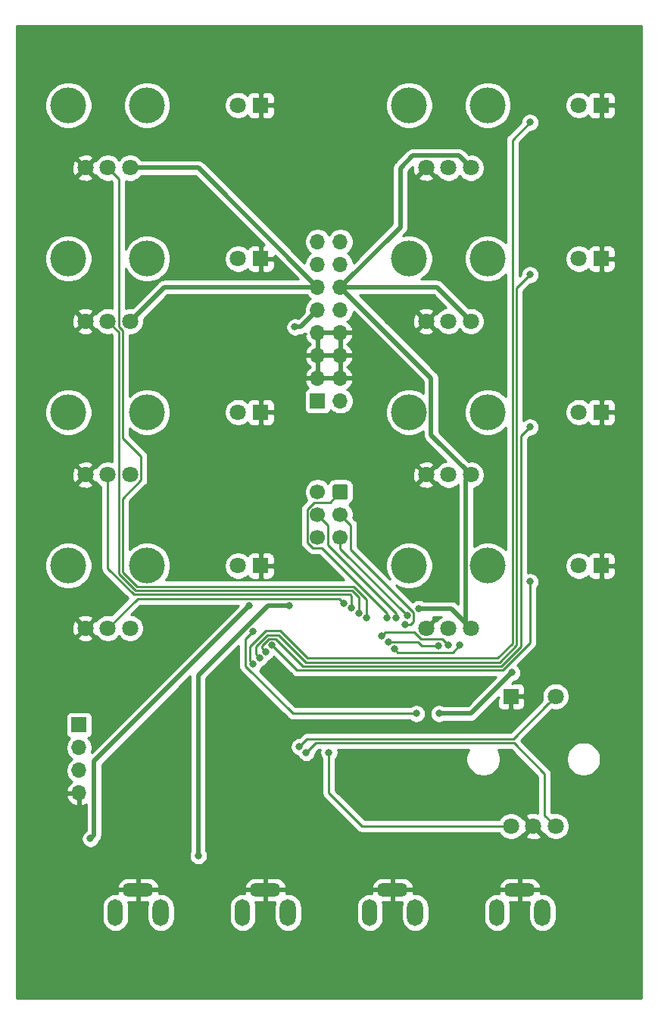
<source format=gbr>
%TF.GenerationSoftware,KiCad,Pcbnew,5.1.9*%
%TF.CreationDate,2021-03-22T22:06:03+01:00*%
%TF.ProjectId,control_voltage_eurorack_module,636f6e74-726f-46c5-9f76-6f6c74616765,rev?*%
%TF.SameCoordinates,Original*%
%TF.FileFunction,Copper,L1,Top*%
%TF.FilePolarity,Positive*%
%FSLAX46Y46*%
G04 Gerber Fmt 4.6, Leading zero omitted, Abs format (unit mm)*
G04 Created by KiCad (PCBNEW 5.1.9) date 2021-03-22 22:06:03*
%MOMM*%
%LPD*%
G01*
G04 APERTURE LIST*
%TA.AperFunction,WasherPad*%
%ADD10C,4.000000*%
%TD*%
%TA.AperFunction,ComponentPad*%
%ADD11C,1.800000*%
%TD*%
%TA.AperFunction,ComponentPad*%
%ADD12O,1.700000X1.700000*%
%TD*%
%TA.AperFunction,ComponentPad*%
%ADD13R,1.700000X1.700000*%
%TD*%
%TA.AperFunction,ComponentPad*%
%ADD14R,1.800000X1.800000*%
%TD*%
%TA.AperFunction,ComponentPad*%
%ADD15C,1.700000*%
%TD*%
%TA.AperFunction,ComponentPad*%
%ADD16O,1.800000X3.000000*%
%TD*%
%TA.AperFunction,ComponentPad*%
%ADD17O,1.700000X3.000000*%
%TD*%
%TA.AperFunction,ComponentPad*%
%ADD18O,3.500000X1.500000*%
%TD*%
%TA.AperFunction,ViaPad*%
%ADD19C,0.800000*%
%TD*%
%TA.AperFunction,Conductor*%
%ADD20C,0.500000*%
%TD*%
%TA.AperFunction,Conductor*%
%ADD21C,0.250000*%
%TD*%
%TA.AperFunction,Conductor*%
%ADD22C,0.254000*%
%TD*%
%TA.AperFunction,Conductor*%
%ADD23C,0.100000*%
%TD*%
G04 APERTURE END LIST*
D10*
%TO.P,RV8,*%
%TO.N,*%
X67940000Y-76185000D03*
X59140000Y-76185000D03*
D11*
%TO.P,RV8,1*%
%TO.N,+5V*%
X66040000Y-83185000D03*
%TO.P,RV8,2*%
%TO.N,Pot7*%
X63540000Y-83185000D03*
%TO.P,RV8,3*%
%TO.N,GND*%
X61040000Y-83185000D03*
%TD*%
D10*
%TO.P,RV7,*%
%TO.N,*%
X67940000Y-59040000D03*
X59140000Y-59040000D03*
D11*
%TO.P,RV7,1*%
%TO.N,+5V*%
X66040000Y-66040000D03*
%TO.P,RV7,2*%
%TO.N,Pot6*%
X63540000Y-66040000D03*
%TO.P,RV7,3*%
%TO.N,GND*%
X61040000Y-66040000D03*
%TD*%
D10*
%TO.P,RV6,*%
%TO.N,*%
X67940000Y-41895000D03*
X59140000Y-41895000D03*
D11*
%TO.P,RV6,1*%
%TO.N,+5V*%
X66040000Y-48895000D03*
%TO.P,RV6,2*%
%TO.N,Pot5*%
X63540000Y-48895000D03*
%TO.P,RV6,3*%
%TO.N,GND*%
X61040000Y-48895000D03*
%TD*%
D10*
%TO.P,RV5,*%
%TO.N,*%
X67940000Y-24750000D03*
X59140000Y-24750000D03*
D11*
%TO.P,RV5,1*%
%TO.N,+5V*%
X66040000Y-31750000D03*
%TO.P,RV5,2*%
%TO.N,Pot4*%
X63540000Y-31750000D03*
%TO.P,RV5,3*%
%TO.N,GND*%
X61040000Y-31750000D03*
%TD*%
D10*
%TO.P,RV4,*%
%TO.N,*%
X29840000Y-76185000D03*
X21040000Y-76185000D03*
D11*
%TO.P,RV4,1*%
%TO.N,+5V*%
X27940000Y-83185000D03*
%TO.P,RV4,2*%
%TO.N,Pot3*%
X25440000Y-83185000D03*
%TO.P,RV4,3*%
%TO.N,GND*%
X22940000Y-83185000D03*
%TD*%
D10*
%TO.P,RV3,*%
%TO.N,*%
X29840000Y-59040000D03*
X21040000Y-59040000D03*
D11*
%TO.P,RV3,1*%
%TO.N,+5V*%
X27940000Y-66040000D03*
%TO.P,RV3,2*%
%TO.N,Pot2*%
X25440000Y-66040000D03*
%TO.P,RV3,3*%
%TO.N,GND*%
X22940000Y-66040000D03*
%TD*%
D10*
%TO.P,RV2,*%
%TO.N,*%
X29840000Y-41895000D03*
X21040000Y-41895000D03*
D11*
%TO.P,RV2,1*%
%TO.N,+5V*%
X27940000Y-48895000D03*
%TO.P,RV2,2*%
%TO.N,Pot1*%
X25440000Y-48895000D03*
%TO.P,RV2,3*%
%TO.N,GND*%
X22940000Y-48895000D03*
%TD*%
D10*
%TO.P,RV1,*%
%TO.N,*%
X29840000Y-24750000D03*
X21040000Y-24750000D03*
D11*
%TO.P,RV1,1*%
%TO.N,+5V*%
X27940000Y-31750000D03*
%TO.P,RV1,2*%
%TO.N,Pot0*%
X25440000Y-31750000D03*
%TO.P,RV1,3*%
%TO.N,GND*%
X22940000Y-31750000D03*
%TD*%
D12*
%TO.P,J4,4*%
%TO.N,GND*%
X22225000Y-101600000D03*
%TO.P,J4,3*%
%TO.N,+5V*%
X22225000Y-99060000D03*
%TO.P,J4,2*%
%TO.N,SCL*%
X22225000Y-96520000D03*
D13*
%TO.P,J4,1*%
%TO.N,SDA*%
X22225000Y-93980000D03*
%TD*%
D12*
%TO.P,J1,16*%
%TO.N,CV*%
X51435000Y-40005000D03*
%TO.P,J1,15*%
X48895000Y-40005000D03*
%TO.P,J1,14*%
%TO.N,Gate*%
X51435000Y-42545000D03*
%TO.P,J1,13*%
X48895000Y-42545000D03*
%TO.P,J1,12*%
%TO.N,+5V*%
X51435000Y-45085000D03*
%TO.P,J1,11*%
X48895000Y-45085000D03*
%TO.P,J1,10*%
%TO.N,+12V*%
X51435000Y-47625000D03*
%TO.P,J1,9*%
X48895000Y-47625000D03*
%TO.P,J1,8*%
%TO.N,GND*%
X51435000Y-50165000D03*
%TO.P,J1,7*%
X48895000Y-50165000D03*
%TO.P,J1,6*%
X51435000Y-52705000D03*
%TO.P,J1,5*%
X48895000Y-52705000D03*
%TO.P,J1,4*%
X51435000Y-55245000D03*
%TO.P,J1,3*%
X48895000Y-55245000D03*
%TO.P,J1,2*%
%TO.N,-12V*%
X51435000Y-57785000D03*
D13*
%TO.P,J1,1*%
X48895000Y-57785000D03*
%TD*%
D11*
%TO.P,D1,2*%
%TO.N,Net-(D1-Pad2)*%
X40005000Y-24765000D03*
D14*
%TO.P,D1,1*%
%TO.N,GND*%
X42545000Y-24765000D03*
%TD*%
D11*
%TO.P,D2,2*%
%TO.N,Net-(D2-Pad2)*%
X40005000Y-41910000D03*
D14*
%TO.P,D2,1*%
%TO.N,GND*%
X42545000Y-41910000D03*
%TD*%
D11*
%TO.P,D3,2*%
%TO.N,Net-(D3-Pad2)*%
X40005000Y-59055000D03*
D14*
%TO.P,D3,1*%
%TO.N,GND*%
X42545000Y-59055000D03*
%TD*%
D11*
%TO.P,D4,2*%
%TO.N,Net-(D4-Pad2)*%
X40005000Y-76200000D03*
D14*
%TO.P,D4,1*%
%TO.N,GND*%
X42545000Y-76200000D03*
%TD*%
D11*
%TO.P,D5,2*%
%TO.N,Net-(D5-Pad2)*%
X78105000Y-24765000D03*
D14*
%TO.P,D5,1*%
%TO.N,GND*%
X80645000Y-24765000D03*
%TD*%
D11*
%TO.P,D6,2*%
%TO.N,Net-(D6-Pad2)*%
X78105000Y-41910000D03*
D14*
%TO.P,D6,1*%
%TO.N,GND*%
X80645000Y-41910000D03*
%TD*%
D11*
%TO.P,D7,2*%
%TO.N,Net-(D7-Pad2)*%
X78105000Y-59055000D03*
D14*
%TO.P,D7,1*%
%TO.N,GND*%
X80645000Y-59055000D03*
%TD*%
D11*
%TO.P,D8,2*%
%TO.N,Net-(D8-Pad2)*%
X78105000Y-76200000D03*
D14*
%TO.P,D8,1*%
%TO.N,GND*%
X80645000Y-76200000D03*
%TD*%
D15*
%TO.P,J2,6*%
%TO.N,GND*%
X48895000Y-73025000D03*
%TO.P,J2,4*%
%TO.N,MOSI*%
X48895000Y-70485000D03*
%TO.P,J2,2*%
%TO.N,+5V*%
X48895000Y-67945000D03*
%TO.P,J2,5*%
%TO.N,Rst*%
X51435000Y-73025000D03*
%TO.P,J2,3*%
%TO.N,SCK*%
X51435000Y-70485000D03*
%TO.P,J2,1*%
%TO.N,MISO*%
%TA.AperFunction,ComponentPad*%
G36*
G01*
X52285000Y-67345000D02*
X52285000Y-68545000D01*
G75*
G02*
X52035000Y-68795000I-250000J0D01*
G01*
X50835000Y-68795000D01*
G75*
G02*
X50585000Y-68545000I0J250000D01*
G01*
X50585000Y-67345000D01*
G75*
G02*
X50835000Y-67095000I250000J0D01*
G01*
X52035000Y-67095000D01*
G75*
G02*
X52285000Y-67345000I0J-250000D01*
G01*
G37*
%TD.AperFunction*%
%TD*%
D16*
%TO.P,J5,T*%
%TO.N,Net-(J5-PadT)*%
X74041000Y-114935000D03*
D17*
%TO.P,J5,R*%
%TO.N,N/C*%
X68961000Y-114935000D03*
D18*
%TO.P,J5,S*%
%TO.N,GND*%
X71501000Y-112395000D03*
%TD*%
D16*
%TO.P,J7,T*%
%TO.N,Net-(J7-PadT)*%
X31369000Y-114935000D03*
D17*
%TO.P,J7,R*%
%TO.N,N/C*%
X26289000Y-114935000D03*
D18*
%TO.P,J7,S*%
%TO.N,GND*%
X28829000Y-112395000D03*
%TD*%
D16*
%TO.P,J6,T*%
%TO.N,Net-(J6-PadT)*%
X59817000Y-114935000D03*
D17*
%TO.P,J6,R*%
%TO.N,N/C*%
X54737000Y-114935000D03*
D18*
%TO.P,J6,S*%
%TO.N,GND*%
X57277000Y-112395000D03*
%TD*%
D16*
%TO.P,J3,T*%
%TO.N,Net-(J3-PadT)*%
X45593000Y-114935000D03*
D17*
%TO.P,J3,R*%
%TO.N,N/C*%
X40513000Y-114935000D03*
D18*
%TO.P,J3,S*%
%TO.N,GND*%
X43053000Y-112395000D03*
%TD*%
D11*
%TO.P,SW1,B*%
%TO.N,Net-(SW1-PadB)*%
X75525000Y-105290000D03*
%TO.P,SW1,C*%
%TO.N,GND*%
X73025000Y-105290000D03*
%TO.P,SW1,A*%
%TO.N,Net-(SW1-PadA)*%
X70525000Y-105290000D03*
%TO.P,SW1,S2*%
%TO.N,Net-(R12-Pad2)*%
X75525000Y-90790000D03*
D14*
%TO.P,SW1,S1*%
%TO.N,GND*%
X70525000Y-90790000D03*
%TD*%
D19*
%TO.N,GND*%
X59105800Y-97942400D03*
X63246000Y-97993200D03*
X47625000Y-89662000D03*
X48641000Y-89662000D03*
X49657000Y-89662000D03*
X50673000Y-89662000D03*
X51689000Y-89662000D03*
X52705000Y-89662000D03*
X48133000Y-90678000D03*
X49149000Y-90678000D03*
X50165000Y-90678000D03*
X51181000Y-90678000D03*
X52197000Y-90678000D03*
%TO.N,+12V*%
X23495000Y-106680000D03*
X41275000Y-80645000D03*
X46355000Y-49530000D03*
%TO.N,Net-(C4-Pad2)*%
X59944000Y-92710000D03*
X41656000Y-83566000D03*
%TO.N,+5V*%
X70612000Y-88138000D03*
X62484000Y-92710000D03*
X60230322Y-81001447D03*
%TO.N,-12V*%
X35560000Y-108585000D03*
X45720000Y-80645000D03*
%TO.N,MISO*%
X56642008Y-82042000D03*
%TO.N,SCK*%
X58710990Y-82786447D03*
%TO.N,MOSI*%
X57662656Y-82037336D03*
%TO.N,Rst*%
X58927976Y-81786590D03*
%TO.N,Net-(J5-PadT)*%
X64770016Y-85090000D03*
X57457740Y-85465623D03*
%TO.N,Pot0*%
X54356000Y-82042000D03*
%TO.N,Pot1*%
X53523940Y-81487294D03*
%TO.N,Pot2*%
X52691880Y-80932588D03*
%TO.N,Pot3*%
X51859820Y-80377882D03*
%TO.N,Net-(SW1-PadA)*%
X50165000Y-97065000D03*
%TO.N,Net-(SW1-PadB)*%
X47625000Y-97065000D03*
%TO.N,LED4*%
X41693676Y-87211324D03*
X72644000Y-26670000D03*
%TO.N,LED5*%
X42400784Y-86504216D03*
X72644000Y-43688000D03*
%TO.N,LED6*%
X43107892Y-85797108D03*
X72644000Y-60706000D03*
%TO.N,LED7*%
X43815000Y-85090000D03*
X72644000Y-77978000D03*
%TO.N,Net-(J6-PadT)*%
X63495340Y-85085340D03*
X56060580Y-84037177D03*
%TO.N,Net-(J7-PadT)*%
X62438980Y-85135020D03*
X56790289Y-84720953D03*
%TO.N,Net-(R12-Pad2)*%
X46866164Y-96413716D03*
%TD*%
D20*
%TO.N,+12V*%
X23894999Y-98025001D02*
X41275000Y-80645000D01*
X23894999Y-106280001D02*
X23894999Y-98025001D01*
X23495000Y-106680000D02*
X23894999Y-106280001D01*
X46990000Y-49530000D02*
X48895000Y-47625000D01*
X46355000Y-49530000D02*
X46990000Y-49530000D01*
D21*
%TO.N,Net-(C4-Pad2)*%
X40843668Y-84378332D02*
X41656000Y-83566000D01*
X40843668Y-87434318D02*
X40843668Y-84378332D01*
X46119350Y-92710000D02*
X40843668Y-87434318D01*
X59944000Y-92710000D02*
X46119350Y-92710000D01*
D20*
%TO.N,+5V*%
X31750000Y-45085000D02*
X27940000Y-48895000D01*
X48895000Y-45085000D02*
X31750000Y-45085000D01*
X35560000Y-31750000D02*
X27940000Y-31750000D01*
X48895000Y-45085000D02*
X35560000Y-31750000D01*
X59516001Y-30399999D02*
X64689999Y-30399999D01*
X58143999Y-31772001D02*
X59516001Y-30399999D01*
X58143999Y-38376001D02*
X58143999Y-31772001D01*
X64689999Y-30399999D02*
X66040000Y-31750000D01*
X51435000Y-45085000D02*
X58143999Y-38376001D01*
X62230000Y-45085000D02*
X66040000Y-48895000D01*
X51435000Y-45085000D02*
X62230000Y-45085000D01*
X61590001Y-61590001D02*
X66040000Y-66040000D01*
X61590001Y-55240001D02*
X61590001Y-61590001D01*
X51435000Y-45085000D02*
X61590001Y-55240001D01*
X65489999Y-66590001D02*
X66040000Y-66040000D01*
X65489999Y-82634999D02*
X65489999Y-66590001D01*
X66040000Y-83185000D02*
X65489999Y-82634999D01*
X66040000Y-92710000D02*
X62484000Y-92710000D01*
X70612000Y-88138000D02*
X66040000Y-92710000D01*
X63856447Y-81001447D02*
X66040000Y-83185000D01*
X60230322Y-81001447D02*
X63856447Y-81001447D01*
%TO.N,-12V*%
X43318998Y-80645000D02*
X45720000Y-80645000D01*
X35560000Y-88403998D02*
X43318998Y-80645000D01*
X35560000Y-108585000D02*
X35560000Y-88403998D01*
D21*
%TO.N,MISO*%
X47719999Y-69920999D02*
X47719999Y-73589001D01*
X47719999Y-73589001D02*
X48330999Y-74200001D01*
X56642008Y-81476315D02*
X56642008Y-82042000D01*
X48330999Y-74200001D02*
X49365694Y-74200001D01*
X50259999Y-69120001D02*
X48520997Y-69120001D01*
X49365694Y-74200001D02*
X56642008Y-81476315D01*
X48520997Y-69120001D02*
X47719999Y-69920999D01*
X51435000Y-67945000D02*
X50259999Y-69120001D01*
%TO.N,SCK*%
X59276675Y-82786447D02*
X58710990Y-82786447D01*
X51435000Y-70485000D02*
X52610001Y-71660001D01*
X52610001Y-71660001D02*
X52610001Y-74396997D01*
X59653002Y-81439998D02*
X59653002Y-82410120D01*
X52610001Y-74396997D02*
X59653002Y-81439998D01*
X59653002Y-82410120D02*
X59276675Y-82786447D01*
%TO.N,MOSI*%
X50070001Y-71660001D02*
X50070001Y-73878996D01*
X57662656Y-81471651D02*
X57662656Y-82037336D01*
X48895000Y-70485000D02*
X50070001Y-71660001D01*
X50070001Y-73878996D02*
X57662656Y-81471651D01*
%TO.N,Rst*%
X51435000Y-74293614D02*
X58927976Y-81786590D01*
X51435000Y-73025000D02*
X51435000Y-74293614D01*
%TO.N,Net-(J5-PadT)*%
X57857739Y-85865622D02*
X57457740Y-85465623D01*
X63994394Y-85865622D02*
X57857739Y-85865622D01*
X64770016Y-85090000D02*
X63994394Y-85865622D01*
%TO.N,Pot0*%
X52915824Y-78510001D02*
X54356000Y-79950177D01*
X29165001Y-66628001D02*
X27115012Y-68677990D01*
X29165001Y-63963001D02*
X29165001Y-66628001D01*
X25440000Y-31750000D02*
X26665001Y-32975001D01*
X28723999Y-78510001D02*
X52915824Y-78510001D01*
X54356000Y-79950177D02*
X54356000Y-82042000D01*
X27120010Y-49938010D02*
X27120011Y-61918011D01*
X27115012Y-68677990D02*
X27115012Y-76901014D01*
X27120011Y-61918011D02*
X29165001Y-63963001D01*
X26665001Y-49483001D02*
X27120010Y-49938010D01*
X27115012Y-76901014D02*
X28723999Y-78510001D01*
X26665001Y-32975001D02*
X26665001Y-49483001D01*
%TO.N,Pot1*%
X53523940Y-79754527D02*
X53523940Y-81487294D01*
X28537599Y-78960012D02*
X52729425Y-78960012D01*
X52729425Y-78960012D02*
X53523940Y-79754527D01*
X26665001Y-77087414D02*
X28537599Y-78960012D01*
X26665001Y-50120001D02*
X26665001Y-77087414D01*
X25440000Y-48895000D02*
X26665001Y-50120001D01*
%TO.N,Pot2*%
X52543025Y-79410023D02*
X52691880Y-79558878D01*
X28351199Y-79410023D02*
X52543025Y-79410023D01*
X25440000Y-76498824D02*
X28351199Y-79410023D01*
X25440000Y-66040000D02*
X25440000Y-76498824D01*
X52691880Y-79558878D02*
X52691880Y-80932588D01*
%TO.N,Pot3*%
X28764966Y-79860034D02*
X51341972Y-79860034D01*
X25440000Y-83185000D02*
X28764966Y-79860034D01*
X51341972Y-79860034D02*
X51859820Y-80377882D01*
%TO.N,Net-(SW1-PadA)*%
X70525000Y-105290000D02*
X53855000Y-105290000D01*
X50165000Y-101600000D02*
X50165000Y-97065000D01*
X53855000Y-105290000D02*
X50165000Y-101600000D01*
%TO.N,Net-(SW1-PadB)*%
X74299999Y-104064999D02*
X75525000Y-105290000D01*
X74299999Y-99445999D02*
X74299999Y-104064999D01*
X70866000Y-96012000D02*
X74299999Y-99445999D01*
X48678000Y-96012000D02*
X70866000Y-96012000D01*
X47625000Y-97065000D02*
X48678000Y-96012000D01*
%TO.N,LED4*%
X70669989Y-84900781D02*
X70669989Y-28644011D01*
X70669989Y-28644011D02*
X72644000Y-26670000D01*
X69051758Y-86519012D02*
X70669989Y-84900781D01*
X44731389Y-83464978D02*
X47785423Y-86519012D01*
X43094198Y-83464978D02*
X44731389Y-83464978D01*
X41293677Y-85265499D02*
X43094198Y-83464978D01*
X41293677Y-86811325D02*
X41293677Y-85265499D01*
X47785423Y-86519012D02*
X69051758Y-86519012D01*
X41693676Y-87211324D02*
X41293677Y-86811325D01*
%TO.N,LED5*%
X71120000Y-85087181D02*
X71120000Y-45212000D01*
X71120000Y-45212000D02*
X72644000Y-43688000D01*
X69238158Y-86969023D02*
X71120000Y-85087181D01*
X44544989Y-83914989D02*
X47599023Y-86969023D01*
X43280598Y-83914989D02*
X44544989Y-83914989D01*
X47599023Y-86969023D02*
X69238158Y-86969023D01*
X42000785Y-85194803D02*
X43280598Y-83914989D01*
X42000785Y-86104217D02*
X42000785Y-85194803D01*
X42400784Y-86504216D02*
X42000785Y-86104217D01*
%TO.N,LED6*%
X71628000Y-85215590D02*
X71628000Y-61722000D01*
X69424558Y-87419034D02*
X71628000Y-85215590D01*
X47229044Y-87419034D02*
X69424558Y-87419034D01*
X44175010Y-84365000D02*
X47229044Y-87419034D01*
X43466998Y-84365000D02*
X44175010Y-84365000D01*
X42707893Y-85124105D02*
X43466998Y-84365000D01*
X42707893Y-85397109D02*
X42707893Y-85124105D01*
X71628000Y-61722000D02*
X72644000Y-60706000D01*
X43107892Y-85797108D02*
X42707893Y-85397109D01*
%TO.N,LED7*%
X72644000Y-84836000D02*
X72644000Y-78543685D01*
X69610955Y-87869045D02*
X72644000Y-84836000D01*
X43815000Y-85090000D02*
X46594045Y-87869045D01*
X46594045Y-87869045D02*
X69610955Y-87869045D01*
X72644000Y-78543685D02*
X72644000Y-77978000D01*
%TO.N,Net-(J6-PadT)*%
X63495340Y-85085340D02*
X62820001Y-84410001D01*
X56460579Y-83637178D02*
X56060580Y-84037177D01*
X59679176Y-83637178D02*
X56460579Y-83637178D01*
X60451999Y-84410001D02*
X59679176Y-83637178D01*
X62820001Y-84410001D02*
X60451999Y-84410001D01*
%TO.N,Net-(J7-PadT)*%
X60126540Y-84720953D02*
X56790289Y-84720953D01*
X62438980Y-85135020D02*
X60540607Y-85135020D01*
X60540607Y-85135020D02*
X60126540Y-84720953D01*
%TO.N,Net-(R12-Pad2)*%
X46866164Y-96413716D02*
X47717891Y-95561989D01*
X47717891Y-95561989D02*
X70753011Y-95561989D01*
X70753011Y-95561989D02*
X74625001Y-91689999D01*
X74625001Y-91689999D02*
X75525000Y-90790000D01*
%TD*%
D22*
%TO.N,GND*%
X85065001Y-124536600D02*
X15265000Y-124536600D01*
X15265000Y-114212051D01*
X24804000Y-114212051D01*
X24804000Y-115657950D01*
X24825487Y-115876111D01*
X24910401Y-116156034D01*
X25048295Y-116414014D01*
X25233867Y-116640134D01*
X25459987Y-116825706D01*
X25717967Y-116963599D01*
X25997890Y-117048513D01*
X26289000Y-117077185D01*
X26580111Y-117048513D01*
X26860034Y-116963599D01*
X27118014Y-116825706D01*
X27344134Y-116640134D01*
X27529706Y-116414014D01*
X27667599Y-116156034D01*
X27752513Y-115876111D01*
X27774000Y-115657950D01*
X27774000Y-114212050D01*
X27752513Y-113993889D01*
X27686742Y-113777072D01*
X27702000Y-113780000D01*
X28702000Y-113780000D01*
X28702000Y-112522000D01*
X28956000Y-112522000D01*
X28956000Y-113780000D01*
X29933287Y-113780000D01*
X29856210Y-114034088D01*
X29834000Y-114259593D01*
X29834000Y-115610408D01*
X29856210Y-115835913D01*
X29943983Y-116125261D01*
X30086520Y-116391927D01*
X30278340Y-116625661D01*
X30512074Y-116817481D01*
X30778740Y-116960017D01*
X31068088Y-117047790D01*
X31369000Y-117077427D01*
X31669913Y-117047790D01*
X31959261Y-116960017D01*
X32225927Y-116817481D01*
X32459661Y-116625661D01*
X32651481Y-116391927D01*
X32794017Y-116125261D01*
X32881790Y-115835913D01*
X32904000Y-115610408D01*
X32904000Y-114259592D01*
X32899318Y-114212051D01*
X39028000Y-114212051D01*
X39028000Y-115657950D01*
X39049487Y-115876111D01*
X39134401Y-116156034D01*
X39272295Y-116414014D01*
X39457867Y-116640134D01*
X39683987Y-116825706D01*
X39941967Y-116963599D01*
X40221890Y-117048513D01*
X40513000Y-117077185D01*
X40804111Y-117048513D01*
X41084034Y-116963599D01*
X41342014Y-116825706D01*
X41568134Y-116640134D01*
X41753706Y-116414014D01*
X41891599Y-116156034D01*
X41976513Y-115876111D01*
X41998000Y-115657950D01*
X41998000Y-114212050D01*
X41976513Y-113993889D01*
X41910742Y-113777072D01*
X41926000Y-113780000D01*
X42926000Y-113780000D01*
X42926000Y-112522000D01*
X43180000Y-112522000D01*
X43180000Y-113780000D01*
X44157287Y-113780000D01*
X44080210Y-114034088D01*
X44058000Y-114259593D01*
X44058000Y-115610408D01*
X44080210Y-115835913D01*
X44167983Y-116125261D01*
X44310520Y-116391927D01*
X44502340Y-116625661D01*
X44736074Y-116817481D01*
X45002740Y-116960017D01*
X45292088Y-117047790D01*
X45593000Y-117077427D01*
X45893913Y-117047790D01*
X46183261Y-116960017D01*
X46449927Y-116817481D01*
X46683661Y-116625661D01*
X46875481Y-116391927D01*
X47018017Y-116125261D01*
X47105790Y-115835913D01*
X47128000Y-115610408D01*
X47128000Y-114259592D01*
X47123318Y-114212051D01*
X53252000Y-114212051D01*
X53252000Y-115657950D01*
X53273487Y-115876111D01*
X53358401Y-116156034D01*
X53496295Y-116414014D01*
X53681867Y-116640134D01*
X53907987Y-116825706D01*
X54165967Y-116963599D01*
X54445890Y-117048513D01*
X54737000Y-117077185D01*
X55028111Y-117048513D01*
X55308034Y-116963599D01*
X55566014Y-116825706D01*
X55792134Y-116640134D01*
X55977706Y-116414014D01*
X56115599Y-116156034D01*
X56200513Y-115876111D01*
X56222000Y-115657950D01*
X56222000Y-114212050D01*
X56200513Y-113993889D01*
X56134742Y-113777072D01*
X56150000Y-113780000D01*
X57150000Y-113780000D01*
X57150000Y-112522000D01*
X57404000Y-112522000D01*
X57404000Y-113780000D01*
X58381287Y-113780000D01*
X58304210Y-114034088D01*
X58282000Y-114259593D01*
X58282000Y-115610408D01*
X58304210Y-115835913D01*
X58391983Y-116125261D01*
X58534520Y-116391927D01*
X58726340Y-116625661D01*
X58960074Y-116817481D01*
X59226740Y-116960017D01*
X59516088Y-117047790D01*
X59817000Y-117077427D01*
X60117913Y-117047790D01*
X60407261Y-116960017D01*
X60673927Y-116817481D01*
X60907661Y-116625661D01*
X61099481Y-116391927D01*
X61242017Y-116125261D01*
X61329790Y-115835913D01*
X61352000Y-115610408D01*
X61352000Y-114259592D01*
X61347318Y-114212051D01*
X67476000Y-114212051D01*
X67476000Y-115657950D01*
X67497487Y-115876111D01*
X67582401Y-116156034D01*
X67720295Y-116414014D01*
X67905867Y-116640134D01*
X68131987Y-116825706D01*
X68389967Y-116963599D01*
X68669890Y-117048513D01*
X68961000Y-117077185D01*
X69252111Y-117048513D01*
X69532034Y-116963599D01*
X69790014Y-116825706D01*
X70016134Y-116640134D01*
X70201706Y-116414014D01*
X70339599Y-116156034D01*
X70424513Y-115876111D01*
X70446000Y-115657950D01*
X70446000Y-114212050D01*
X70424513Y-113993889D01*
X70358742Y-113777072D01*
X70374000Y-113780000D01*
X71374000Y-113780000D01*
X71374000Y-112522000D01*
X71628000Y-112522000D01*
X71628000Y-113780000D01*
X72605287Y-113780000D01*
X72528210Y-114034088D01*
X72506000Y-114259593D01*
X72506000Y-115610408D01*
X72528210Y-115835913D01*
X72615983Y-116125261D01*
X72758520Y-116391927D01*
X72950340Y-116625661D01*
X73184074Y-116817481D01*
X73450740Y-116960017D01*
X73740088Y-117047790D01*
X74041000Y-117077427D01*
X74341913Y-117047790D01*
X74631261Y-116960017D01*
X74897927Y-116817481D01*
X75131661Y-116625661D01*
X75323481Y-116391927D01*
X75466017Y-116125261D01*
X75553790Y-115835913D01*
X75576000Y-115610408D01*
X75576000Y-114259592D01*
X75553790Y-114034087D01*
X75466017Y-113744739D01*
X75323481Y-113478073D01*
X75131661Y-113244339D01*
X74897926Y-113052519D01*
X74631260Y-112909983D01*
X74341912Y-112822210D01*
X74041000Y-112792573D01*
X73826640Y-112813685D01*
X73829173Y-112807684D01*
X73843318Y-112736185D01*
X73720656Y-112522000D01*
X71628000Y-112522000D01*
X71374000Y-112522000D01*
X69281344Y-112522000D01*
X69158682Y-112736185D01*
X69172827Y-112807684D01*
X69175467Y-112813938D01*
X68961000Y-112792815D01*
X68669889Y-112821487D01*
X68389966Y-112906401D01*
X68131986Y-113044294D01*
X67905866Y-113229866D01*
X67720294Y-113455987D01*
X67582401Y-113713967D01*
X67497487Y-113993890D01*
X67476000Y-114212051D01*
X61347318Y-114212051D01*
X61329790Y-114034087D01*
X61242017Y-113744739D01*
X61099481Y-113478073D01*
X60907661Y-113244339D01*
X60673926Y-113052519D01*
X60407260Y-112909983D01*
X60117912Y-112822210D01*
X59817000Y-112792573D01*
X59602640Y-112813685D01*
X59605173Y-112807684D01*
X59619318Y-112736185D01*
X59496656Y-112522000D01*
X57404000Y-112522000D01*
X57150000Y-112522000D01*
X55057344Y-112522000D01*
X54934682Y-112736185D01*
X54948827Y-112807684D01*
X54951467Y-112813938D01*
X54737000Y-112792815D01*
X54445889Y-112821487D01*
X54165966Y-112906401D01*
X53907986Y-113044294D01*
X53681866Y-113229866D01*
X53496294Y-113455987D01*
X53358401Y-113713967D01*
X53273487Y-113993890D01*
X53252000Y-114212051D01*
X47123318Y-114212051D01*
X47105790Y-114034087D01*
X47018017Y-113744739D01*
X46875481Y-113478073D01*
X46683661Y-113244339D01*
X46449926Y-113052519D01*
X46183260Y-112909983D01*
X45893912Y-112822210D01*
X45593000Y-112792573D01*
X45378640Y-112813685D01*
X45381173Y-112807684D01*
X45395318Y-112736185D01*
X45272656Y-112522000D01*
X43180000Y-112522000D01*
X42926000Y-112522000D01*
X40833344Y-112522000D01*
X40710682Y-112736185D01*
X40724827Y-112807684D01*
X40727467Y-112813938D01*
X40513000Y-112792815D01*
X40221889Y-112821487D01*
X39941966Y-112906401D01*
X39683986Y-113044294D01*
X39457866Y-113229866D01*
X39272294Y-113455987D01*
X39134401Y-113713967D01*
X39049487Y-113993890D01*
X39028000Y-114212051D01*
X32899318Y-114212051D01*
X32881790Y-114034087D01*
X32794017Y-113744739D01*
X32651481Y-113478073D01*
X32459661Y-113244339D01*
X32225926Y-113052519D01*
X31959260Y-112909983D01*
X31669912Y-112822210D01*
X31369000Y-112792573D01*
X31154640Y-112813685D01*
X31157173Y-112807684D01*
X31171318Y-112736185D01*
X31048656Y-112522000D01*
X28956000Y-112522000D01*
X28702000Y-112522000D01*
X26609344Y-112522000D01*
X26486682Y-112736185D01*
X26500827Y-112807684D01*
X26503467Y-112813938D01*
X26289000Y-112792815D01*
X25997889Y-112821487D01*
X25717966Y-112906401D01*
X25459986Y-113044294D01*
X25233866Y-113229866D01*
X25048294Y-113455987D01*
X24910401Y-113713967D01*
X24825487Y-113993890D01*
X24804000Y-114212051D01*
X15265000Y-114212051D01*
X15265000Y-112053815D01*
X26486682Y-112053815D01*
X26609344Y-112268000D01*
X28702000Y-112268000D01*
X28702000Y-111010000D01*
X28956000Y-111010000D01*
X28956000Y-112268000D01*
X31048656Y-112268000D01*
X31171318Y-112053815D01*
X40710682Y-112053815D01*
X40833344Y-112268000D01*
X42926000Y-112268000D01*
X42926000Y-111010000D01*
X43180000Y-111010000D01*
X43180000Y-112268000D01*
X45272656Y-112268000D01*
X45395318Y-112053815D01*
X54934682Y-112053815D01*
X55057344Y-112268000D01*
X57150000Y-112268000D01*
X57150000Y-111010000D01*
X57404000Y-111010000D01*
X57404000Y-112268000D01*
X59496656Y-112268000D01*
X59619318Y-112053815D01*
X69158682Y-112053815D01*
X69281344Y-112268000D01*
X71374000Y-112268000D01*
X71374000Y-111010000D01*
X71628000Y-111010000D01*
X71628000Y-112268000D01*
X73720656Y-112268000D01*
X73843318Y-112053815D01*
X73829173Y-111982316D01*
X73723142Y-111731132D01*
X73570145Y-111505460D01*
X73376061Y-111313972D01*
X73148349Y-111164028D01*
X72895760Y-111061389D01*
X72628000Y-111010000D01*
X71628000Y-111010000D01*
X71374000Y-111010000D01*
X70374000Y-111010000D01*
X70106240Y-111061389D01*
X69853651Y-111164028D01*
X69625939Y-111313972D01*
X69431855Y-111505460D01*
X69278858Y-111731132D01*
X69172827Y-111982316D01*
X69158682Y-112053815D01*
X59619318Y-112053815D01*
X59605173Y-111982316D01*
X59499142Y-111731132D01*
X59346145Y-111505460D01*
X59152061Y-111313972D01*
X58924349Y-111164028D01*
X58671760Y-111061389D01*
X58404000Y-111010000D01*
X57404000Y-111010000D01*
X57150000Y-111010000D01*
X56150000Y-111010000D01*
X55882240Y-111061389D01*
X55629651Y-111164028D01*
X55401939Y-111313972D01*
X55207855Y-111505460D01*
X55054858Y-111731132D01*
X54948827Y-111982316D01*
X54934682Y-112053815D01*
X45395318Y-112053815D01*
X45381173Y-111982316D01*
X45275142Y-111731132D01*
X45122145Y-111505460D01*
X44928061Y-111313972D01*
X44700349Y-111164028D01*
X44447760Y-111061389D01*
X44180000Y-111010000D01*
X43180000Y-111010000D01*
X42926000Y-111010000D01*
X41926000Y-111010000D01*
X41658240Y-111061389D01*
X41405651Y-111164028D01*
X41177939Y-111313972D01*
X40983855Y-111505460D01*
X40830858Y-111731132D01*
X40724827Y-111982316D01*
X40710682Y-112053815D01*
X31171318Y-112053815D01*
X31157173Y-111982316D01*
X31051142Y-111731132D01*
X30898145Y-111505460D01*
X30704061Y-111313972D01*
X30476349Y-111164028D01*
X30223760Y-111061389D01*
X29956000Y-111010000D01*
X28956000Y-111010000D01*
X28702000Y-111010000D01*
X27702000Y-111010000D01*
X27434240Y-111061389D01*
X27181651Y-111164028D01*
X26953939Y-111313972D01*
X26759855Y-111505460D01*
X26606858Y-111731132D01*
X26500827Y-111982316D01*
X26486682Y-112053815D01*
X15265000Y-112053815D01*
X15265000Y-101956890D01*
X20783524Y-101956890D01*
X20828175Y-102104099D01*
X20953359Y-102366920D01*
X21127412Y-102600269D01*
X21343645Y-102795178D01*
X21593748Y-102944157D01*
X21868109Y-103041481D01*
X22098000Y-102920814D01*
X22098000Y-101727000D01*
X20904845Y-101727000D01*
X20783524Y-101956890D01*
X15265000Y-101956890D01*
X15265000Y-93130000D01*
X20736928Y-93130000D01*
X20736928Y-94830000D01*
X20749188Y-94954482D01*
X20785498Y-95074180D01*
X20844463Y-95184494D01*
X20923815Y-95281185D01*
X21020506Y-95360537D01*
X21130820Y-95419502D01*
X21203380Y-95441513D01*
X21071525Y-95573368D01*
X20909010Y-95816589D01*
X20797068Y-96086842D01*
X20740000Y-96373740D01*
X20740000Y-96666260D01*
X20797068Y-96953158D01*
X20909010Y-97223411D01*
X21071525Y-97466632D01*
X21278368Y-97673475D01*
X21452760Y-97790000D01*
X21278368Y-97906525D01*
X21071525Y-98113368D01*
X20909010Y-98356589D01*
X20797068Y-98626842D01*
X20740000Y-98913740D01*
X20740000Y-99206260D01*
X20797068Y-99493158D01*
X20909010Y-99763411D01*
X21071525Y-100006632D01*
X21278368Y-100213475D01*
X21460534Y-100335195D01*
X21343645Y-100404822D01*
X21127412Y-100599731D01*
X20953359Y-100833080D01*
X20828175Y-101095901D01*
X20783524Y-101243110D01*
X20904845Y-101473000D01*
X22098000Y-101473000D01*
X22098000Y-101453000D01*
X22352000Y-101453000D01*
X22352000Y-101473000D01*
X22372000Y-101473000D01*
X22372000Y-101727000D01*
X22352000Y-101727000D01*
X22352000Y-102920814D01*
X22581891Y-103041481D01*
X22856252Y-102944157D01*
X23009999Y-102852574D01*
X23009999Y-105760618D01*
X23004744Y-105762795D01*
X22835226Y-105876063D01*
X22691063Y-106020226D01*
X22577795Y-106189744D01*
X22499774Y-106378102D01*
X22460000Y-106578061D01*
X22460000Y-106781939D01*
X22499774Y-106981898D01*
X22577795Y-107170256D01*
X22691063Y-107339774D01*
X22835226Y-107483937D01*
X23004744Y-107597205D01*
X23193102Y-107675226D01*
X23393061Y-107715000D01*
X23596939Y-107715000D01*
X23796898Y-107675226D01*
X23985256Y-107597205D01*
X24154774Y-107483937D01*
X24298937Y-107339774D01*
X24412205Y-107170256D01*
X24490226Y-106981898D01*
X24501045Y-106927505D01*
X24523816Y-106908818D01*
X24634410Y-106774060D01*
X24716588Y-106620314D01*
X24767194Y-106453491D01*
X24779999Y-106323478D01*
X24779999Y-106323468D01*
X24784280Y-106280002D01*
X24779999Y-106236535D01*
X24779999Y-98391579D01*
X34675001Y-88496578D01*
X34675000Y-108046546D01*
X34642795Y-108094744D01*
X34564774Y-108283102D01*
X34525000Y-108483061D01*
X34525000Y-108686939D01*
X34564774Y-108886898D01*
X34642795Y-109075256D01*
X34756063Y-109244774D01*
X34900226Y-109388937D01*
X35069744Y-109502205D01*
X35258102Y-109580226D01*
X35458061Y-109620000D01*
X35661939Y-109620000D01*
X35861898Y-109580226D01*
X36050256Y-109502205D01*
X36219774Y-109388937D01*
X36363937Y-109244774D01*
X36477205Y-109075256D01*
X36555226Y-108886898D01*
X36595000Y-108686939D01*
X36595000Y-108483061D01*
X36555226Y-108283102D01*
X36477205Y-108094744D01*
X36445000Y-108046546D01*
X36445000Y-96311777D01*
X45831164Y-96311777D01*
X45831164Y-96515655D01*
X45870938Y-96715614D01*
X45948959Y-96903972D01*
X46062227Y-97073490D01*
X46206390Y-97217653D01*
X46375908Y-97330921D01*
X46564266Y-97408942D01*
X46654635Y-97426917D01*
X46707795Y-97555256D01*
X46821063Y-97724774D01*
X46965226Y-97868937D01*
X47134744Y-97982205D01*
X47323102Y-98060226D01*
X47523061Y-98100000D01*
X47726939Y-98100000D01*
X47926898Y-98060226D01*
X48115256Y-97982205D01*
X48284774Y-97868937D01*
X48428937Y-97724774D01*
X48542205Y-97555256D01*
X48620226Y-97366898D01*
X48660000Y-97166939D01*
X48660000Y-97104801D01*
X48992802Y-96772000D01*
X49168004Y-96772000D01*
X49130000Y-96963061D01*
X49130000Y-97166939D01*
X49169774Y-97366898D01*
X49247795Y-97555256D01*
X49361063Y-97724774D01*
X49405001Y-97768712D01*
X49405000Y-101562677D01*
X49401324Y-101600000D01*
X49405000Y-101637322D01*
X49405000Y-101637332D01*
X49415997Y-101748985D01*
X49459454Y-101892246D01*
X49530026Y-102024276D01*
X49569871Y-102072826D01*
X49624999Y-102140001D01*
X49654003Y-102163804D01*
X53291201Y-105801003D01*
X53314999Y-105830001D01*
X53343997Y-105853799D01*
X53430723Y-105924974D01*
X53461078Y-105941199D01*
X53562753Y-105995546D01*
X53706014Y-106039003D01*
X53817667Y-106050000D01*
X53817676Y-106050000D01*
X53854999Y-106053676D01*
X53892322Y-106050000D01*
X69186687Y-106050000D01*
X69332688Y-106268505D01*
X69546495Y-106482312D01*
X69797905Y-106650299D01*
X70077257Y-106766011D01*
X70373816Y-106825000D01*
X70676184Y-106825000D01*
X70972743Y-106766011D01*
X71252095Y-106650299D01*
X71503505Y-106482312D01*
X71631737Y-106354080D01*
X72140525Y-106354080D01*
X72224208Y-106608261D01*
X72496775Y-106739158D01*
X72789642Y-106814365D01*
X73091553Y-106830991D01*
X73390907Y-106788397D01*
X73676199Y-106688222D01*
X73825792Y-106608261D01*
X73909475Y-106354080D01*
X73025000Y-105469605D01*
X72140525Y-106354080D01*
X71631737Y-106354080D01*
X71717312Y-106268505D01*
X71812738Y-106125690D01*
X71960920Y-106174475D01*
X72845395Y-105290000D01*
X71960920Y-104405525D01*
X71812738Y-104454310D01*
X71717312Y-104311495D01*
X71503505Y-104097688D01*
X71252095Y-103929701D01*
X70972743Y-103813989D01*
X70676184Y-103755000D01*
X70373816Y-103755000D01*
X70077257Y-103813989D01*
X69797905Y-103929701D01*
X69546495Y-104097688D01*
X69332688Y-104311495D01*
X69186687Y-104530000D01*
X54169802Y-104530000D01*
X50925000Y-101285199D01*
X50925000Y-97768711D01*
X50968937Y-97724774D01*
X51082205Y-97555256D01*
X51160226Y-97366898D01*
X51200000Y-97166939D01*
X51200000Y-96963061D01*
X51161996Y-96772000D01*
X65778001Y-96772000D01*
X65710225Y-96873434D01*
X65564361Y-97225581D01*
X65490000Y-97599419D01*
X65490000Y-97980581D01*
X65564361Y-98354419D01*
X65710225Y-98706566D01*
X65921987Y-99023491D01*
X66191509Y-99293013D01*
X66508434Y-99504775D01*
X66860581Y-99650639D01*
X67234419Y-99725000D01*
X67615581Y-99725000D01*
X67989419Y-99650639D01*
X68341566Y-99504775D01*
X68658491Y-99293013D01*
X68928013Y-99023491D01*
X69139775Y-98706566D01*
X69285639Y-98354419D01*
X69360000Y-97980581D01*
X69360000Y-97599419D01*
X69285639Y-97225581D01*
X69139775Y-96873434D01*
X69071999Y-96772000D01*
X70551199Y-96772000D01*
X73539999Y-99760801D01*
X73540000Y-103837446D01*
X73260358Y-103765635D01*
X72958447Y-103749009D01*
X72659093Y-103791603D01*
X72373801Y-103891778D01*
X72224208Y-103971739D01*
X72140525Y-104225920D01*
X73025000Y-105110395D01*
X73039143Y-105096253D01*
X73218748Y-105275858D01*
X73204605Y-105290000D01*
X74089080Y-106174475D01*
X74237262Y-106125690D01*
X74332688Y-106268505D01*
X74546495Y-106482312D01*
X74797905Y-106650299D01*
X75077257Y-106766011D01*
X75373816Y-106825000D01*
X75676184Y-106825000D01*
X75972743Y-106766011D01*
X76252095Y-106650299D01*
X76503505Y-106482312D01*
X76717312Y-106268505D01*
X76885299Y-106017095D01*
X77001011Y-105737743D01*
X77060000Y-105441184D01*
X77060000Y-105138816D01*
X77001011Y-104842257D01*
X76885299Y-104562905D01*
X76717312Y-104311495D01*
X76503505Y-104097688D01*
X76252095Y-103929701D01*
X75972743Y-103813989D01*
X75676184Y-103755000D01*
X75373816Y-103755000D01*
X75116070Y-103806269D01*
X75059999Y-103750198D01*
X75059999Y-99483322D01*
X75063675Y-99445999D01*
X75059999Y-99408676D01*
X75059999Y-99408666D01*
X75049002Y-99297013D01*
X75005545Y-99153752D01*
X74934973Y-99021722D01*
X74863798Y-98934996D01*
X74840000Y-98905998D01*
X74811003Y-98882201D01*
X73528221Y-97599419D01*
X76690000Y-97599419D01*
X76690000Y-97980581D01*
X76764361Y-98354419D01*
X76910225Y-98706566D01*
X77121987Y-99023491D01*
X77391509Y-99293013D01*
X77708434Y-99504775D01*
X78060581Y-99650639D01*
X78434419Y-99725000D01*
X78815581Y-99725000D01*
X79189419Y-99650639D01*
X79541566Y-99504775D01*
X79858491Y-99293013D01*
X80128013Y-99023491D01*
X80339775Y-98706566D01*
X80485639Y-98354419D01*
X80560000Y-97980581D01*
X80560000Y-97599419D01*
X80485639Y-97225581D01*
X80339775Y-96873434D01*
X80128013Y-96556509D01*
X79858491Y-96286987D01*
X79541566Y-96075225D01*
X79189419Y-95929361D01*
X78815581Y-95855000D01*
X78434419Y-95855000D01*
X78060581Y-95929361D01*
X77708434Y-96075225D01*
X77391509Y-96286987D01*
X77121987Y-96556509D01*
X76910225Y-96873434D01*
X76764361Y-97225581D01*
X76690000Y-97599419D01*
X73528221Y-97599419D01*
X71659301Y-95730500D01*
X75116071Y-92273731D01*
X75373816Y-92325000D01*
X75676184Y-92325000D01*
X75972743Y-92266011D01*
X76252095Y-92150299D01*
X76503505Y-91982312D01*
X76717312Y-91768505D01*
X76885299Y-91517095D01*
X77001011Y-91237743D01*
X77060000Y-90941184D01*
X77060000Y-90638816D01*
X77001011Y-90342257D01*
X76885299Y-90062905D01*
X76717312Y-89811495D01*
X76503505Y-89597688D01*
X76252095Y-89429701D01*
X75972743Y-89313989D01*
X75676184Y-89255000D01*
X75373816Y-89255000D01*
X75077257Y-89313989D01*
X74797905Y-89429701D01*
X74546495Y-89597688D01*
X74332688Y-89811495D01*
X74164701Y-90062905D01*
X74048989Y-90342257D01*
X73990000Y-90638816D01*
X73990000Y-90941184D01*
X74041269Y-91198929D01*
X70438210Y-94801989D01*
X47755214Y-94801989D01*
X47717891Y-94798313D01*
X47680568Y-94801989D01*
X47680558Y-94801989D01*
X47568905Y-94812986D01*
X47425644Y-94856443D01*
X47293614Y-94927015D01*
X47260146Y-94954482D01*
X47177890Y-95021988D01*
X47154092Y-95050986D01*
X46826362Y-95378716D01*
X46764225Y-95378716D01*
X46564266Y-95418490D01*
X46375908Y-95496511D01*
X46206390Y-95609779D01*
X46062227Y-95753942D01*
X45948959Y-95923460D01*
X45870938Y-96111818D01*
X45831164Y-96311777D01*
X36445000Y-96311777D01*
X36445000Y-88770576D01*
X40083669Y-85131908D01*
X40083668Y-87396995D01*
X40079992Y-87434318D01*
X40083668Y-87471640D01*
X40083668Y-87471650D01*
X40094665Y-87583303D01*
X40136149Y-87720059D01*
X40138122Y-87726564D01*
X40208694Y-87858594D01*
X40218956Y-87871098D01*
X40303667Y-87974319D01*
X40332671Y-87998122D01*
X45555551Y-93221003D01*
X45579349Y-93250001D01*
X45608347Y-93273799D01*
X45695073Y-93344974D01*
X45827103Y-93415546D01*
X45970364Y-93459003D01*
X46082017Y-93470000D01*
X46082026Y-93470000D01*
X46119349Y-93473676D01*
X46156672Y-93470000D01*
X59240289Y-93470000D01*
X59284226Y-93513937D01*
X59453744Y-93627205D01*
X59642102Y-93705226D01*
X59842061Y-93745000D01*
X60045939Y-93745000D01*
X60245898Y-93705226D01*
X60434256Y-93627205D01*
X60603774Y-93513937D01*
X60747937Y-93369774D01*
X60861205Y-93200256D01*
X60939226Y-93011898D01*
X60979000Y-92811939D01*
X60979000Y-92608061D01*
X60939226Y-92408102D01*
X60861205Y-92219744D01*
X60747937Y-92050226D01*
X60603774Y-91906063D01*
X60434256Y-91792795D01*
X60245898Y-91714774D01*
X60045939Y-91675000D01*
X59842061Y-91675000D01*
X59642102Y-91714774D01*
X59453744Y-91792795D01*
X59284226Y-91906063D01*
X59240289Y-91950000D01*
X46434152Y-91950000D01*
X42426431Y-87942280D01*
X42497613Y-87871098D01*
X42610881Y-87701580D01*
X42688902Y-87513222D01*
X42691188Y-87501728D01*
X42702682Y-87499442D01*
X42891040Y-87421421D01*
X43060558Y-87308153D01*
X43204721Y-87163990D01*
X43317989Y-86994472D01*
X43396010Y-86806114D01*
X43398296Y-86794620D01*
X43409790Y-86792334D01*
X43598148Y-86714313D01*
X43767666Y-86601045D01*
X43911829Y-86456882D01*
X43990036Y-86339837D01*
X46030246Y-88380048D01*
X46054044Y-88409046D01*
X46083042Y-88432844D01*
X46169768Y-88504019D01*
X46301798Y-88574591D01*
X46445059Y-88618048D01*
X46556712Y-88629045D01*
X46556721Y-88629045D01*
X46594044Y-88632721D01*
X46631367Y-88629045D01*
X68869376Y-88629045D01*
X65673422Y-91825000D01*
X63022454Y-91825000D01*
X62974256Y-91792795D01*
X62785898Y-91714774D01*
X62585939Y-91675000D01*
X62382061Y-91675000D01*
X62182102Y-91714774D01*
X61993744Y-91792795D01*
X61824226Y-91906063D01*
X61680063Y-92050226D01*
X61566795Y-92219744D01*
X61488774Y-92408102D01*
X61449000Y-92608061D01*
X61449000Y-92811939D01*
X61488774Y-93011898D01*
X61566795Y-93200256D01*
X61680063Y-93369774D01*
X61824226Y-93513937D01*
X61993744Y-93627205D01*
X62182102Y-93705226D01*
X62382061Y-93745000D01*
X62585939Y-93745000D01*
X62785898Y-93705226D01*
X62974256Y-93627205D01*
X63022454Y-93595000D01*
X65996531Y-93595000D01*
X66040000Y-93599281D01*
X66083469Y-93595000D01*
X66083477Y-93595000D01*
X66213490Y-93582195D01*
X66380313Y-93531589D01*
X66534059Y-93449411D01*
X66668817Y-93338817D01*
X66696534Y-93305044D01*
X69084577Y-90917002D01*
X69148748Y-90917002D01*
X68990000Y-91075750D01*
X68986928Y-91690000D01*
X68999188Y-91814482D01*
X69035498Y-91934180D01*
X69094463Y-92044494D01*
X69173815Y-92141185D01*
X69270506Y-92220537D01*
X69380820Y-92279502D01*
X69500518Y-92315812D01*
X69625000Y-92328072D01*
X70239250Y-92325000D01*
X70398000Y-92166250D01*
X70398000Y-90917000D01*
X70652000Y-90917000D01*
X70652000Y-92166250D01*
X70810750Y-92325000D01*
X71425000Y-92328072D01*
X71549482Y-92315812D01*
X71669180Y-92279502D01*
X71779494Y-92220537D01*
X71876185Y-92141185D01*
X71955537Y-92044494D01*
X72014502Y-91934180D01*
X72050812Y-91814482D01*
X72063072Y-91690000D01*
X72060000Y-91075750D01*
X71901250Y-90917000D01*
X70652000Y-90917000D01*
X70398000Y-90917000D01*
X70378000Y-90917000D01*
X70378000Y-90663000D01*
X70398000Y-90663000D01*
X70398000Y-90643000D01*
X70652000Y-90643000D01*
X70652000Y-90663000D01*
X71901250Y-90663000D01*
X72060000Y-90504250D01*
X72063072Y-89890000D01*
X72050812Y-89765518D01*
X72014502Y-89645820D01*
X71955537Y-89535506D01*
X71876185Y-89438815D01*
X71779494Y-89359463D01*
X71669180Y-89300498D01*
X71549482Y-89264188D01*
X71425000Y-89251928D01*
X70810750Y-89255000D01*
X70652002Y-89413748D01*
X70652002Y-89349577D01*
X70857044Y-89144535D01*
X70913898Y-89133226D01*
X71102256Y-89055205D01*
X71271774Y-88941937D01*
X71415937Y-88797774D01*
X71529205Y-88628256D01*
X71607226Y-88439898D01*
X71647000Y-88239939D01*
X71647000Y-88036061D01*
X71607226Y-87836102D01*
X71529205Y-87647744D01*
X71415937Y-87478226D01*
X71271774Y-87334063D01*
X71241181Y-87313621D01*
X73155009Y-85399794D01*
X73184001Y-85376001D01*
X73207795Y-85347008D01*
X73207799Y-85347004D01*
X73268458Y-85273090D01*
X73278974Y-85260276D01*
X73349546Y-85128247D01*
X73393003Y-84984986D01*
X73404000Y-84873333D01*
X73404000Y-84873324D01*
X73407676Y-84836001D01*
X73404000Y-84798678D01*
X73404000Y-78681711D01*
X73447937Y-78637774D01*
X73561205Y-78468256D01*
X73639226Y-78279898D01*
X73679000Y-78079939D01*
X73679000Y-77876061D01*
X73639226Y-77676102D01*
X73561205Y-77487744D01*
X73447937Y-77318226D01*
X73303774Y-77174063D01*
X73134256Y-77060795D01*
X72945898Y-76982774D01*
X72745939Y-76943000D01*
X72542061Y-76943000D01*
X72388000Y-76973644D01*
X72388000Y-76048816D01*
X76570000Y-76048816D01*
X76570000Y-76351184D01*
X76628989Y-76647743D01*
X76744701Y-76927095D01*
X76912688Y-77178505D01*
X77126495Y-77392312D01*
X77377905Y-77560299D01*
X77657257Y-77676011D01*
X77953816Y-77735000D01*
X78256184Y-77735000D01*
X78552743Y-77676011D01*
X78832095Y-77560299D01*
X79083505Y-77392312D01*
X79149944Y-77325873D01*
X79155498Y-77344180D01*
X79214463Y-77454494D01*
X79293815Y-77551185D01*
X79390506Y-77630537D01*
X79500820Y-77689502D01*
X79620518Y-77725812D01*
X79745000Y-77738072D01*
X80359250Y-77735000D01*
X80518000Y-77576250D01*
X80518000Y-76327000D01*
X80772000Y-76327000D01*
X80772000Y-77576250D01*
X80930750Y-77735000D01*
X81545000Y-77738072D01*
X81669482Y-77725812D01*
X81789180Y-77689502D01*
X81899494Y-77630537D01*
X81996185Y-77551185D01*
X82075537Y-77454494D01*
X82134502Y-77344180D01*
X82170812Y-77224482D01*
X82183072Y-77100000D01*
X82180000Y-76485750D01*
X82021250Y-76327000D01*
X80772000Y-76327000D01*
X80518000Y-76327000D01*
X80498000Y-76327000D01*
X80498000Y-76073000D01*
X80518000Y-76073000D01*
X80518000Y-74823750D01*
X80772000Y-74823750D01*
X80772000Y-76073000D01*
X82021250Y-76073000D01*
X82180000Y-75914250D01*
X82183072Y-75300000D01*
X82170812Y-75175518D01*
X82134502Y-75055820D01*
X82075537Y-74945506D01*
X81996185Y-74848815D01*
X81899494Y-74769463D01*
X81789180Y-74710498D01*
X81669482Y-74674188D01*
X81545000Y-74661928D01*
X80930750Y-74665000D01*
X80772000Y-74823750D01*
X80518000Y-74823750D01*
X80359250Y-74665000D01*
X79745000Y-74661928D01*
X79620518Y-74674188D01*
X79500820Y-74710498D01*
X79390506Y-74769463D01*
X79293815Y-74848815D01*
X79214463Y-74945506D01*
X79155498Y-75055820D01*
X79149944Y-75074127D01*
X79083505Y-75007688D01*
X78832095Y-74839701D01*
X78552743Y-74723989D01*
X78256184Y-74665000D01*
X77953816Y-74665000D01*
X77657257Y-74723989D01*
X77377905Y-74839701D01*
X77126495Y-75007688D01*
X76912688Y-75221495D01*
X76744701Y-75472905D01*
X76628989Y-75752257D01*
X76570000Y-76048816D01*
X72388000Y-76048816D01*
X72388000Y-62036801D01*
X72683802Y-61741000D01*
X72745939Y-61741000D01*
X72945898Y-61701226D01*
X73134256Y-61623205D01*
X73303774Y-61509937D01*
X73447937Y-61365774D01*
X73561205Y-61196256D01*
X73639226Y-61007898D01*
X73679000Y-60807939D01*
X73679000Y-60604061D01*
X73639226Y-60404102D01*
X73561205Y-60215744D01*
X73447937Y-60046226D01*
X73303774Y-59902063D01*
X73134256Y-59788795D01*
X72945898Y-59710774D01*
X72745939Y-59671000D01*
X72542061Y-59671000D01*
X72342102Y-59710774D01*
X72153744Y-59788795D01*
X71984226Y-59902063D01*
X71880000Y-60006289D01*
X71880000Y-58903816D01*
X76570000Y-58903816D01*
X76570000Y-59206184D01*
X76628989Y-59502743D01*
X76744701Y-59782095D01*
X76912688Y-60033505D01*
X77126495Y-60247312D01*
X77377905Y-60415299D01*
X77657257Y-60531011D01*
X77953816Y-60590000D01*
X78256184Y-60590000D01*
X78552743Y-60531011D01*
X78832095Y-60415299D01*
X79083505Y-60247312D01*
X79149944Y-60180873D01*
X79155498Y-60199180D01*
X79214463Y-60309494D01*
X79293815Y-60406185D01*
X79390506Y-60485537D01*
X79500820Y-60544502D01*
X79620518Y-60580812D01*
X79745000Y-60593072D01*
X80359250Y-60590000D01*
X80518000Y-60431250D01*
X80518000Y-59182000D01*
X80772000Y-59182000D01*
X80772000Y-60431250D01*
X80930750Y-60590000D01*
X81545000Y-60593072D01*
X81669482Y-60580812D01*
X81789180Y-60544502D01*
X81899494Y-60485537D01*
X81996185Y-60406185D01*
X82075537Y-60309494D01*
X82134502Y-60199180D01*
X82170812Y-60079482D01*
X82183072Y-59955000D01*
X82180000Y-59340750D01*
X82021250Y-59182000D01*
X80772000Y-59182000D01*
X80518000Y-59182000D01*
X80498000Y-59182000D01*
X80498000Y-58928000D01*
X80518000Y-58928000D01*
X80518000Y-57678750D01*
X80772000Y-57678750D01*
X80772000Y-58928000D01*
X82021250Y-58928000D01*
X82180000Y-58769250D01*
X82183072Y-58155000D01*
X82170812Y-58030518D01*
X82134502Y-57910820D01*
X82075537Y-57800506D01*
X81996185Y-57703815D01*
X81899494Y-57624463D01*
X81789180Y-57565498D01*
X81669482Y-57529188D01*
X81545000Y-57516928D01*
X80930750Y-57520000D01*
X80772000Y-57678750D01*
X80518000Y-57678750D01*
X80359250Y-57520000D01*
X79745000Y-57516928D01*
X79620518Y-57529188D01*
X79500820Y-57565498D01*
X79390506Y-57624463D01*
X79293815Y-57703815D01*
X79214463Y-57800506D01*
X79155498Y-57910820D01*
X79149944Y-57929127D01*
X79083505Y-57862688D01*
X78832095Y-57694701D01*
X78552743Y-57578989D01*
X78256184Y-57520000D01*
X77953816Y-57520000D01*
X77657257Y-57578989D01*
X77377905Y-57694701D01*
X77126495Y-57862688D01*
X76912688Y-58076495D01*
X76744701Y-58327905D01*
X76628989Y-58607257D01*
X76570000Y-58903816D01*
X71880000Y-58903816D01*
X71880000Y-45526801D01*
X72683802Y-44723000D01*
X72745939Y-44723000D01*
X72945898Y-44683226D01*
X73134256Y-44605205D01*
X73303774Y-44491937D01*
X73447937Y-44347774D01*
X73561205Y-44178256D01*
X73639226Y-43989898D01*
X73679000Y-43789939D01*
X73679000Y-43586061D01*
X73639226Y-43386102D01*
X73561205Y-43197744D01*
X73447937Y-43028226D01*
X73303774Y-42884063D01*
X73134256Y-42770795D01*
X72945898Y-42692774D01*
X72745939Y-42653000D01*
X72542061Y-42653000D01*
X72342102Y-42692774D01*
X72153744Y-42770795D01*
X71984226Y-42884063D01*
X71840063Y-43028226D01*
X71726795Y-43197744D01*
X71648774Y-43386102D01*
X71609000Y-43586061D01*
X71609000Y-43648198D01*
X71429989Y-43827209D01*
X71429989Y-41758816D01*
X76570000Y-41758816D01*
X76570000Y-42061184D01*
X76628989Y-42357743D01*
X76744701Y-42637095D01*
X76912688Y-42888505D01*
X77126495Y-43102312D01*
X77377905Y-43270299D01*
X77657257Y-43386011D01*
X77953816Y-43445000D01*
X78256184Y-43445000D01*
X78552743Y-43386011D01*
X78832095Y-43270299D01*
X79083505Y-43102312D01*
X79149944Y-43035873D01*
X79155498Y-43054180D01*
X79214463Y-43164494D01*
X79293815Y-43261185D01*
X79390506Y-43340537D01*
X79500820Y-43399502D01*
X79620518Y-43435812D01*
X79745000Y-43448072D01*
X80359250Y-43445000D01*
X80518000Y-43286250D01*
X80518000Y-42037000D01*
X80772000Y-42037000D01*
X80772000Y-43286250D01*
X80930750Y-43445000D01*
X81545000Y-43448072D01*
X81669482Y-43435812D01*
X81789180Y-43399502D01*
X81899494Y-43340537D01*
X81996185Y-43261185D01*
X82075537Y-43164494D01*
X82134502Y-43054180D01*
X82170812Y-42934482D01*
X82183072Y-42810000D01*
X82180000Y-42195750D01*
X82021250Y-42037000D01*
X80772000Y-42037000D01*
X80518000Y-42037000D01*
X80498000Y-42037000D01*
X80498000Y-41783000D01*
X80518000Y-41783000D01*
X80518000Y-40533750D01*
X80772000Y-40533750D01*
X80772000Y-41783000D01*
X82021250Y-41783000D01*
X82180000Y-41624250D01*
X82183072Y-41010000D01*
X82170812Y-40885518D01*
X82134502Y-40765820D01*
X82075537Y-40655506D01*
X81996185Y-40558815D01*
X81899494Y-40479463D01*
X81789180Y-40420498D01*
X81669482Y-40384188D01*
X81545000Y-40371928D01*
X80930750Y-40375000D01*
X80772000Y-40533750D01*
X80518000Y-40533750D01*
X80359250Y-40375000D01*
X79745000Y-40371928D01*
X79620518Y-40384188D01*
X79500820Y-40420498D01*
X79390506Y-40479463D01*
X79293815Y-40558815D01*
X79214463Y-40655506D01*
X79155498Y-40765820D01*
X79149944Y-40784127D01*
X79083505Y-40717688D01*
X78832095Y-40549701D01*
X78552743Y-40433989D01*
X78256184Y-40375000D01*
X77953816Y-40375000D01*
X77657257Y-40433989D01*
X77377905Y-40549701D01*
X77126495Y-40717688D01*
X76912688Y-40931495D01*
X76744701Y-41182905D01*
X76628989Y-41462257D01*
X76570000Y-41758816D01*
X71429989Y-41758816D01*
X71429989Y-28958812D01*
X72683802Y-27705000D01*
X72745939Y-27705000D01*
X72945898Y-27665226D01*
X73134256Y-27587205D01*
X73303774Y-27473937D01*
X73447937Y-27329774D01*
X73561205Y-27160256D01*
X73639226Y-26971898D01*
X73679000Y-26771939D01*
X73679000Y-26568061D01*
X73639226Y-26368102D01*
X73561205Y-26179744D01*
X73447937Y-26010226D01*
X73303774Y-25866063D01*
X73134256Y-25752795D01*
X72945898Y-25674774D01*
X72745939Y-25635000D01*
X72542061Y-25635000D01*
X72342102Y-25674774D01*
X72153744Y-25752795D01*
X71984226Y-25866063D01*
X71840063Y-26010226D01*
X71726795Y-26179744D01*
X71648774Y-26368102D01*
X71609000Y-26568061D01*
X71609000Y-26630198D01*
X70158987Y-28080212D01*
X70129989Y-28104010D01*
X70106191Y-28133008D01*
X70106190Y-28133009D01*
X70035015Y-28219735D01*
X69964443Y-28351765D01*
X69920987Y-28495026D01*
X69906313Y-28644011D01*
X69909990Y-28681344D01*
X69909990Y-40138537D01*
X69619715Y-39848262D01*
X69188141Y-39559893D01*
X68708601Y-39361261D01*
X68199525Y-39260000D01*
X67680475Y-39260000D01*
X67171399Y-39361261D01*
X66691859Y-39559893D01*
X66260285Y-39848262D01*
X65893262Y-40215285D01*
X65604893Y-40646859D01*
X65406261Y-41126399D01*
X65305000Y-41635475D01*
X65305000Y-42154525D01*
X65406261Y-42663601D01*
X65604893Y-43143141D01*
X65893262Y-43574715D01*
X66260285Y-43941738D01*
X66691859Y-44230107D01*
X67171399Y-44428739D01*
X67680475Y-44530000D01*
X68199525Y-44530000D01*
X68708601Y-44428739D01*
X69188141Y-44230107D01*
X69619715Y-43941738D01*
X69909990Y-43651463D01*
X69909989Y-57283536D01*
X69619715Y-56993262D01*
X69188141Y-56704893D01*
X68708601Y-56506261D01*
X68199525Y-56405000D01*
X67680475Y-56405000D01*
X67171399Y-56506261D01*
X66691859Y-56704893D01*
X66260285Y-56993262D01*
X65893262Y-57360285D01*
X65604893Y-57791859D01*
X65406261Y-58271399D01*
X65305000Y-58780475D01*
X65305000Y-59299525D01*
X65406261Y-59808601D01*
X65604893Y-60288141D01*
X65893262Y-60719715D01*
X66260285Y-61086738D01*
X66691859Y-61375107D01*
X67171399Y-61573739D01*
X67680475Y-61675000D01*
X68199525Y-61675000D01*
X68708601Y-61573739D01*
X69188141Y-61375107D01*
X69619715Y-61086738D01*
X69909989Y-60796464D01*
X69909989Y-74428536D01*
X69619715Y-74138262D01*
X69188141Y-73849893D01*
X68708601Y-73651261D01*
X68199525Y-73550000D01*
X67680475Y-73550000D01*
X67171399Y-73651261D01*
X66691859Y-73849893D01*
X66374999Y-74061612D01*
X66374999Y-67538437D01*
X66487743Y-67516011D01*
X66767095Y-67400299D01*
X67018505Y-67232312D01*
X67232312Y-67018505D01*
X67400299Y-66767095D01*
X67516011Y-66487743D01*
X67575000Y-66191184D01*
X67575000Y-65888816D01*
X67516011Y-65592257D01*
X67400299Y-65312905D01*
X67232312Y-65061495D01*
X67018505Y-64847688D01*
X66767095Y-64679701D01*
X66487743Y-64563989D01*
X66191184Y-64505000D01*
X65888816Y-64505000D01*
X65778518Y-64526939D01*
X62475001Y-61223423D01*
X62475001Y-55283466D01*
X62479282Y-55240000D01*
X62475001Y-55196534D01*
X62475001Y-55196524D01*
X62462196Y-55066511D01*
X62411590Y-54899688D01*
X62329412Y-54745942D01*
X62218818Y-54611184D01*
X62185052Y-54583473D01*
X57560659Y-49959080D01*
X60155525Y-49959080D01*
X60239208Y-50213261D01*
X60511775Y-50344158D01*
X60804642Y-50419365D01*
X61106553Y-50435991D01*
X61405907Y-50393397D01*
X61691199Y-50293222D01*
X61840792Y-50213261D01*
X61924475Y-49959080D01*
X61040000Y-49074605D01*
X60155525Y-49959080D01*
X57560659Y-49959080D01*
X56563132Y-48961553D01*
X59499009Y-48961553D01*
X59541603Y-49260907D01*
X59641778Y-49546199D01*
X59721739Y-49695792D01*
X59975920Y-49779475D01*
X60860395Y-48895000D01*
X59975920Y-48010525D01*
X59721739Y-48094208D01*
X59590842Y-48366775D01*
X59515635Y-48659642D01*
X59499009Y-48961553D01*
X56563132Y-48961553D01*
X55432499Y-47830920D01*
X60155525Y-47830920D01*
X61040000Y-48715395D01*
X61924475Y-47830920D01*
X61840792Y-47576739D01*
X61568225Y-47445842D01*
X61275358Y-47370635D01*
X60973447Y-47354009D01*
X60674093Y-47396603D01*
X60388801Y-47496778D01*
X60239208Y-47576739D01*
X60155525Y-47830920D01*
X55432499Y-47830920D01*
X53571578Y-45970000D01*
X61863422Y-45970000D01*
X63275885Y-47382463D01*
X63092257Y-47418989D01*
X62812905Y-47534701D01*
X62561495Y-47702688D01*
X62347688Y-47916495D01*
X62252262Y-48059310D01*
X62104080Y-48010525D01*
X61219605Y-48895000D01*
X62104080Y-49779475D01*
X62252262Y-49730690D01*
X62347688Y-49873505D01*
X62561495Y-50087312D01*
X62812905Y-50255299D01*
X63092257Y-50371011D01*
X63388816Y-50430000D01*
X63691184Y-50430000D01*
X63987743Y-50371011D01*
X64267095Y-50255299D01*
X64518505Y-50087312D01*
X64732312Y-49873505D01*
X64790000Y-49787169D01*
X64847688Y-49873505D01*
X65061495Y-50087312D01*
X65312905Y-50255299D01*
X65592257Y-50371011D01*
X65888816Y-50430000D01*
X66191184Y-50430000D01*
X66487743Y-50371011D01*
X66767095Y-50255299D01*
X67018505Y-50087312D01*
X67232312Y-49873505D01*
X67400299Y-49622095D01*
X67516011Y-49342743D01*
X67575000Y-49046184D01*
X67575000Y-48743816D01*
X67516011Y-48447257D01*
X67400299Y-48167905D01*
X67232312Y-47916495D01*
X67018505Y-47702688D01*
X66767095Y-47534701D01*
X66487743Y-47418989D01*
X66191184Y-47360000D01*
X65888816Y-47360000D01*
X65778518Y-47381939D01*
X62886532Y-44489954D01*
X62858817Y-44456183D01*
X62724059Y-44345589D01*
X62570313Y-44263411D01*
X62403490Y-44212805D01*
X62273477Y-44200000D01*
X62273469Y-44200000D01*
X62230000Y-44195719D01*
X62186531Y-44200000D01*
X60433199Y-44200000D01*
X60819715Y-43941738D01*
X61186738Y-43574715D01*
X61475107Y-43143141D01*
X61673739Y-42663601D01*
X61775000Y-42154525D01*
X61775000Y-41635475D01*
X61673739Y-41126399D01*
X61475107Y-40646859D01*
X61186738Y-40215285D01*
X60819715Y-39848262D01*
X60388141Y-39559893D01*
X59908601Y-39361261D01*
X59399525Y-39260000D01*
X58880475Y-39260000D01*
X58419982Y-39351597D01*
X58739050Y-39032529D01*
X58772816Y-39004818D01*
X58883410Y-38870060D01*
X58965588Y-38716314D01*
X59016194Y-38549491D01*
X59028999Y-38419478D01*
X59028999Y-38419468D01*
X59033280Y-38376002D01*
X59028999Y-38332536D01*
X59028999Y-32814080D01*
X60155525Y-32814080D01*
X60239208Y-33068261D01*
X60511775Y-33199158D01*
X60804642Y-33274365D01*
X61106553Y-33290991D01*
X61405907Y-33248397D01*
X61691199Y-33148222D01*
X61840792Y-33068261D01*
X61924475Y-32814080D01*
X61040000Y-31929605D01*
X60155525Y-32814080D01*
X59028999Y-32814080D01*
X59028999Y-32138579D01*
X59507633Y-31659945D01*
X59499009Y-31816553D01*
X59541603Y-32115907D01*
X59641778Y-32401199D01*
X59721739Y-32550792D01*
X59975920Y-32634475D01*
X60860395Y-31750000D01*
X60846253Y-31735858D01*
X61025858Y-31556253D01*
X61040000Y-31570395D01*
X61054143Y-31556253D01*
X61233748Y-31735858D01*
X61219605Y-31750000D01*
X62104080Y-32634475D01*
X62252262Y-32585690D01*
X62347688Y-32728505D01*
X62561495Y-32942312D01*
X62812905Y-33110299D01*
X63092257Y-33226011D01*
X63388816Y-33285000D01*
X63691184Y-33285000D01*
X63987743Y-33226011D01*
X64267095Y-33110299D01*
X64518505Y-32942312D01*
X64732312Y-32728505D01*
X64790000Y-32642169D01*
X64847688Y-32728505D01*
X65061495Y-32942312D01*
X65312905Y-33110299D01*
X65592257Y-33226011D01*
X65888816Y-33285000D01*
X66191184Y-33285000D01*
X66487743Y-33226011D01*
X66767095Y-33110299D01*
X67018505Y-32942312D01*
X67232312Y-32728505D01*
X67400299Y-32477095D01*
X67516011Y-32197743D01*
X67575000Y-31901184D01*
X67575000Y-31598816D01*
X67516011Y-31302257D01*
X67400299Y-31022905D01*
X67232312Y-30771495D01*
X67018505Y-30557688D01*
X66767095Y-30389701D01*
X66487743Y-30273989D01*
X66191184Y-30215000D01*
X65888816Y-30215000D01*
X65778518Y-30236940D01*
X65346533Y-29804955D01*
X65318816Y-29771182D01*
X65184058Y-29660588D01*
X65030312Y-29578410D01*
X64863489Y-29527804D01*
X64733476Y-29514999D01*
X64733468Y-29514999D01*
X64689999Y-29510718D01*
X64646530Y-29514999D01*
X59559470Y-29514999D01*
X59516001Y-29510718D01*
X59472532Y-29514999D01*
X59472524Y-29514999D01*
X59342511Y-29527804D01*
X59175688Y-29578410D01*
X59021942Y-29660588D01*
X58920954Y-29743467D01*
X58920952Y-29743469D01*
X58887184Y-29771182D01*
X58859471Y-29804950D01*
X57548950Y-31115472D01*
X57515183Y-31143184D01*
X57487470Y-31176952D01*
X57487467Y-31176955D01*
X57404589Y-31277942D01*
X57322411Y-31431688D01*
X57271804Y-31598511D01*
X57254718Y-31772001D01*
X57259000Y-31815480D01*
X57258999Y-38009422D01*
X52911652Y-42356770D01*
X52862932Y-42111842D01*
X52750990Y-41841589D01*
X52588475Y-41598368D01*
X52381632Y-41391525D01*
X52207240Y-41275000D01*
X52381632Y-41158475D01*
X52588475Y-40951632D01*
X52750990Y-40708411D01*
X52862932Y-40438158D01*
X52920000Y-40151260D01*
X52920000Y-39858740D01*
X52862932Y-39571842D01*
X52750990Y-39301589D01*
X52588475Y-39058368D01*
X52381632Y-38851525D01*
X52138411Y-38689010D01*
X51868158Y-38577068D01*
X51581260Y-38520000D01*
X51288740Y-38520000D01*
X51001842Y-38577068D01*
X50731589Y-38689010D01*
X50488368Y-38851525D01*
X50281525Y-39058368D01*
X50165000Y-39232760D01*
X50048475Y-39058368D01*
X49841632Y-38851525D01*
X49598411Y-38689010D01*
X49328158Y-38577068D01*
X49041260Y-38520000D01*
X48748740Y-38520000D01*
X48461842Y-38577068D01*
X48191589Y-38689010D01*
X47948368Y-38851525D01*
X47741525Y-39058368D01*
X47579010Y-39301589D01*
X47467068Y-39571842D01*
X47410000Y-39858740D01*
X47410000Y-40151260D01*
X47467068Y-40438158D01*
X47579010Y-40708411D01*
X47741525Y-40951632D01*
X47948368Y-41158475D01*
X48122760Y-41275000D01*
X47948368Y-41391525D01*
X47741525Y-41598368D01*
X47579010Y-41841589D01*
X47467068Y-42111842D01*
X47418348Y-42356770D01*
X36216534Y-31154956D01*
X36188817Y-31121183D01*
X36054059Y-31010589D01*
X35900313Y-30928411D01*
X35733490Y-30877805D01*
X35603477Y-30865000D01*
X35603469Y-30865000D01*
X35560000Y-30860719D01*
X35516531Y-30865000D01*
X29194790Y-30865000D01*
X29132312Y-30771495D01*
X28918505Y-30557688D01*
X28667095Y-30389701D01*
X28387743Y-30273989D01*
X28091184Y-30215000D01*
X27788816Y-30215000D01*
X27492257Y-30273989D01*
X27212905Y-30389701D01*
X26961495Y-30557688D01*
X26747688Y-30771495D01*
X26690000Y-30857831D01*
X26632312Y-30771495D01*
X26418505Y-30557688D01*
X26167095Y-30389701D01*
X25887743Y-30273989D01*
X25591184Y-30215000D01*
X25288816Y-30215000D01*
X24992257Y-30273989D01*
X24712905Y-30389701D01*
X24461495Y-30557688D01*
X24247688Y-30771495D01*
X24152262Y-30914310D01*
X24004080Y-30865525D01*
X23119605Y-31750000D01*
X24004080Y-32634475D01*
X24152262Y-32585690D01*
X24247688Y-32728505D01*
X24461495Y-32942312D01*
X24712905Y-33110299D01*
X24992257Y-33226011D01*
X25288816Y-33285000D01*
X25591184Y-33285000D01*
X25848930Y-33233731D01*
X25905001Y-33289803D01*
X25905002Y-47426138D01*
X25887743Y-47418989D01*
X25591184Y-47360000D01*
X25288816Y-47360000D01*
X24992257Y-47418989D01*
X24712905Y-47534701D01*
X24461495Y-47702688D01*
X24247688Y-47916495D01*
X24152262Y-48059310D01*
X24004080Y-48010525D01*
X23119605Y-48895000D01*
X24004080Y-49779475D01*
X24152262Y-49730690D01*
X24247688Y-49873505D01*
X24461495Y-50087312D01*
X24712905Y-50255299D01*
X24992257Y-50371011D01*
X25288816Y-50430000D01*
X25591184Y-50430000D01*
X25848930Y-50378731D01*
X25905001Y-50434803D01*
X25905002Y-64571138D01*
X25887743Y-64563989D01*
X25591184Y-64505000D01*
X25288816Y-64505000D01*
X24992257Y-64563989D01*
X24712905Y-64679701D01*
X24461495Y-64847688D01*
X24247688Y-65061495D01*
X24152262Y-65204310D01*
X24004080Y-65155525D01*
X23119605Y-66040000D01*
X24004080Y-66924475D01*
X24152262Y-66875690D01*
X24247688Y-67018505D01*
X24461495Y-67232312D01*
X24680000Y-67378313D01*
X24680001Y-76461492D01*
X24676324Y-76498824D01*
X24690998Y-76647809D01*
X24734454Y-76791070D01*
X24805026Y-76923100D01*
X24854000Y-76982774D01*
X24900000Y-77038825D01*
X24928998Y-77062623D01*
X27708286Y-79841912D01*
X25848930Y-81701269D01*
X25591184Y-81650000D01*
X25288816Y-81650000D01*
X24992257Y-81708989D01*
X24712905Y-81824701D01*
X24461495Y-81992688D01*
X24247688Y-82206495D01*
X24152262Y-82349310D01*
X24004080Y-82300525D01*
X23119605Y-83185000D01*
X24004080Y-84069475D01*
X24152262Y-84020690D01*
X24247688Y-84163505D01*
X24461495Y-84377312D01*
X24712905Y-84545299D01*
X24992257Y-84661011D01*
X25288816Y-84720000D01*
X25591184Y-84720000D01*
X25887743Y-84661011D01*
X26167095Y-84545299D01*
X26418505Y-84377312D01*
X26632312Y-84163505D01*
X26690000Y-84077169D01*
X26747688Y-84163505D01*
X26961495Y-84377312D01*
X27212905Y-84545299D01*
X27492257Y-84661011D01*
X27788816Y-84720000D01*
X28091184Y-84720000D01*
X28387743Y-84661011D01*
X28667095Y-84545299D01*
X28918505Y-84377312D01*
X29132312Y-84163505D01*
X29300299Y-83912095D01*
X29416011Y-83632743D01*
X29475000Y-83336184D01*
X29475000Y-83033816D01*
X29416011Y-82737257D01*
X29300299Y-82457905D01*
X29132312Y-82206495D01*
X28918505Y-81992688D01*
X28667095Y-81824701D01*
X28387743Y-81708989D01*
X28091184Y-81650000D01*
X28049802Y-81650000D01*
X29079768Y-80620034D01*
X40048387Y-80620034D01*
X23608857Y-97059565D01*
X23652932Y-96953158D01*
X23710000Y-96666260D01*
X23710000Y-96373740D01*
X23652932Y-96086842D01*
X23540990Y-95816589D01*
X23378475Y-95573368D01*
X23246620Y-95441513D01*
X23319180Y-95419502D01*
X23429494Y-95360537D01*
X23526185Y-95281185D01*
X23605537Y-95184494D01*
X23664502Y-95074180D01*
X23700812Y-94954482D01*
X23713072Y-94830000D01*
X23713072Y-93130000D01*
X23700812Y-93005518D01*
X23664502Y-92885820D01*
X23605537Y-92775506D01*
X23526185Y-92678815D01*
X23429494Y-92599463D01*
X23319180Y-92540498D01*
X23199482Y-92504188D01*
X23075000Y-92491928D01*
X21375000Y-92491928D01*
X21250518Y-92504188D01*
X21130820Y-92540498D01*
X21020506Y-92599463D01*
X20923815Y-92678815D01*
X20844463Y-92775506D01*
X20785498Y-92885820D01*
X20749188Y-93005518D01*
X20736928Y-93130000D01*
X15265000Y-93130000D01*
X15265000Y-84249080D01*
X22055525Y-84249080D01*
X22139208Y-84503261D01*
X22411775Y-84634158D01*
X22704642Y-84709365D01*
X23006553Y-84725991D01*
X23305907Y-84683397D01*
X23591199Y-84583222D01*
X23740792Y-84503261D01*
X23824475Y-84249080D01*
X22940000Y-83364605D01*
X22055525Y-84249080D01*
X15265000Y-84249080D01*
X15265000Y-83251553D01*
X21399009Y-83251553D01*
X21441603Y-83550907D01*
X21541778Y-83836199D01*
X21621739Y-83985792D01*
X21875920Y-84069475D01*
X22760395Y-83185000D01*
X21875920Y-82300525D01*
X21621739Y-82384208D01*
X21490842Y-82656775D01*
X21415635Y-82949642D01*
X21399009Y-83251553D01*
X15265000Y-83251553D01*
X15265000Y-82120920D01*
X22055525Y-82120920D01*
X22940000Y-83005395D01*
X23824475Y-82120920D01*
X23740792Y-81866739D01*
X23468225Y-81735842D01*
X23175358Y-81660635D01*
X22873447Y-81644009D01*
X22574093Y-81686603D01*
X22288801Y-81786778D01*
X22139208Y-81866739D01*
X22055525Y-82120920D01*
X15265000Y-82120920D01*
X15265000Y-75925475D01*
X18405000Y-75925475D01*
X18405000Y-76444525D01*
X18506261Y-76953601D01*
X18704893Y-77433141D01*
X18993262Y-77864715D01*
X19360285Y-78231738D01*
X19791859Y-78520107D01*
X20271399Y-78718739D01*
X20780475Y-78820000D01*
X21299525Y-78820000D01*
X21808601Y-78718739D01*
X22288141Y-78520107D01*
X22719715Y-78231738D01*
X23086738Y-77864715D01*
X23375107Y-77433141D01*
X23573739Y-76953601D01*
X23675000Y-76444525D01*
X23675000Y-75925475D01*
X23573739Y-75416399D01*
X23375107Y-74936859D01*
X23086738Y-74505285D01*
X22719715Y-74138262D01*
X22288141Y-73849893D01*
X21808601Y-73651261D01*
X21299525Y-73550000D01*
X20780475Y-73550000D01*
X20271399Y-73651261D01*
X19791859Y-73849893D01*
X19360285Y-74138262D01*
X18993262Y-74505285D01*
X18704893Y-74936859D01*
X18506261Y-75416399D01*
X18405000Y-75925475D01*
X15265000Y-75925475D01*
X15265000Y-67104080D01*
X22055525Y-67104080D01*
X22139208Y-67358261D01*
X22411775Y-67489158D01*
X22704642Y-67564365D01*
X23006553Y-67580991D01*
X23305907Y-67538397D01*
X23591199Y-67438222D01*
X23740792Y-67358261D01*
X23824475Y-67104080D01*
X22940000Y-66219605D01*
X22055525Y-67104080D01*
X15265000Y-67104080D01*
X15265000Y-66106553D01*
X21399009Y-66106553D01*
X21441603Y-66405907D01*
X21541778Y-66691199D01*
X21621739Y-66840792D01*
X21875920Y-66924475D01*
X22760395Y-66040000D01*
X21875920Y-65155525D01*
X21621739Y-65239208D01*
X21490842Y-65511775D01*
X21415635Y-65804642D01*
X21399009Y-66106553D01*
X15265000Y-66106553D01*
X15265000Y-64975920D01*
X22055525Y-64975920D01*
X22940000Y-65860395D01*
X23824475Y-64975920D01*
X23740792Y-64721739D01*
X23468225Y-64590842D01*
X23175358Y-64515635D01*
X22873447Y-64499009D01*
X22574093Y-64541603D01*
X22288801Y-64641778D01*
X22139208Y-64721739D01*
X22055525Y-64975920D01*
X15265000Y-64975920D01*
X15265000Y-58780475D01*
X18405000Y-58780475D01*
X18405000Y-59299525D01*
X18506261Y-59808601D01*
X18704893Y-60288141D01*
X18993262Y-60719715D01*
X19360285Y-61086738D01*
X19791859Y-61375107D01*
X20271399Y-61573739D01*
X20780475Y-61675000D01*
X21299525Y-61675000D01*
X21808601Y-61573739D01*
X22288141Y-61375107D01*
X22719715Y-61086738D01*
X23086738Y-60719715D01*
X23375107Y-60288141D01*
X23573739Y-59808601D01*
X23675000Y-59299525D01*
X23675000Y-58780475D01*
X23573739Y-58271399D01*
X23375107Y-57791859D01*
X23086738Y-57360285D01*
X22719715Y-56993262D01*
X22288141Y-56704893D01*
X21808601Y-56506261D01*
X21299525Y-56405000D01*
X20780475Y-56405000D01*
X20271399Y-56506261D01*
X19791859Y-56704893D01*
X19360285Y-56993262D01*
X18993262Y-57360285D01*
X18704893Y-57791859D01*
X18506261Y-58271399D01*
X18405000Y-58780475D01*
X15265000Y-58780475D01*
X15265000Y-49959080D01*
X22055525Y-49959080D01*
X22139208Y-50213261D01*
X22411775Y-50344158D01*
X22704642Y-50419365D01*
X23006553Y-50435991D01*
X23305907Y-50393397D01*
X23591199Y-50293222D01*
X23740792Y-50213261D01*
X23824475Y-49959080D01*
X22940000Y-49074605D01*
X22055525Y-49959080D01*
X15265000Y-49959080D01*
X15265000Y-48961553D01*
X21399009Y-48961553D01*
X21441603Y-49260907D01*
X21541778Y-49546199D01*
X21621739Y-49695792D01*
X21875920Y-49779475D01*
X22760395Y-48895000D01*
X21875920Y-48010525D01*
X21621739Y-48094208D01*
X21490842Y-48366775D01*
X21415635Y-48659642D01*
X21399009Y-48961553D01*
X15265000Y-48961553D01*
X15265000Y-47830920D01*
X22055525Y-47830920D01*
X22940000Y-48715395D01*
X23824475Y-47830920D01*
X23740792Y-47576739D01*
X23468225Y-47445842D01*
X23175358Y-47370635D01*
X22873447Y-47354009D01*
X22574093Y-47396603D01*
X22288801Y-47496778D01*
X22139208Y-47576739D01*
X22055525Y-47830920D01*
X15265000Y-47830920D01*
X15265000Y-41635475D01*
X18405000Y-41635475D01*
X18405000Y-42154525D01*
X18506261Y-42663601D01*
X18704893Y-43143141D01*
X18993262Y-43574715D01*
X19360285Y-43941738D01*
X19791859Y-44230107D01*
X20271399Y-44428739D01*
X20780475Y-44530000D01*
X21299525Y-44530000D01*
X21808601Y-44428739D01*
X22288141Y-44230107D01*
X22719715Y-43941738D01*
X23086738Y-43574715D01*
X23375107Y-43143141D01*
X23573739Y-42663601D01*
X23675000Y-42154525D01*
X23675000Y-41635475D01*
X23573739Y-41126399D01*
X23375107Y-40646859D01*
X23086738Y-40215285D01*
X22719715Y-39848262D01*
X22288141Y-39559893D01*
X21808601Y-39361261D01*
X21299525Y-39260000D01*
X20780475Y-39260000D01*
X20271399Y-39361261D01*
X19791859Y-39559893D01*
X19360285Y-39848262D01*
X18993262Y-40215285D01*
X18704893Y-40646859D01*
X18506261Y-41126399D01*
X18405000Y-41635475D01*
X15265000Y-41635475D01*
X15265000Y-32814080D01*
X22055525Y-32814080D01*
X22139208Y-33068261D01*
X22411775Y-33199158D01*
X22704642Y-33274365D01*
X23006553Y-33290991D01*
X23305907Y-33248397D01*
X23591199Y-33148222D01*
X23740792Y-33068261D01*
X23824475Y-32814080D01*
X22940000Y-31929605D01*
X22055525Y-32814080D01*
X15265000Y-32814080D01*
X15265000Y-31816553D01*
X21399009Y-31816553D01*
X21441603Y-32115907D01*
X21541778Y-32401199D01*
X21621739Y-32550792D01*
X21875920Y-32634475D01*
X22760395Y-31750000D01*
X21875920Y-30865525D01*
X21621739Y-30949208D01*
X21490842Y-31221775D01*
X21415635Y-31514642D01*
X21399009Y-31816553D01*
X15265000Y-31816553D01*
X15265000Y-30685920D01*
X22055525Y-30685920D01*
X22940000Y-31570395D01*
X23824475Y-30685920D01*
X23740792Y-30431739D01*
X23468225Y-30300842D01*
X23175358Y-30225635D01*
X22873447Y-30209009D01*
X22574093Y-30251603D01*
X22288801Y-30351778D01*
X22139208Y-30431739D01*
X22055525Y-30685920D01*
X15265000Y-30685920D01*
X15265000Y-24490475D01*
X18405000Y-24490475D01*
X18405000Y-25009525D01*
X18506261Y-25518601D01*
X18704893Y-25998141D01*
X18993262Y-26429715D01*
X19360285Y-26796738D01*
X19791859Y-27085107D01*
X20271399Y-27283739D01*
X20780475Y-27385000D01*
X21299525Y-27385000D01*
X21808601Y-27283739D01*
X22288141Y-27085107D01*
X22719715Y-26796738D01*
X23086738Y-26429715D01*
X23375107Y-25998141D01*
X23573739Y-25518601D01*
X23675000Y-25009525D01*
X23675000Y-24490475D01*
X27205000Y-24490475D01*
X27205000Y-25009525D01*
X27306261Y-25518601D01*
X27504893Y-25998141D01*
X27793262Y-26429715D01*
X28160285Y-26796738D01*
X28591859Y-27085107D01*
X29071399Y-27283739D01*
X29580475Y-27385000D01*
X30099525Y-27385000D01*
X30608601Y-27283739D01*
X31088141Y-27085107D01*
X31519715Y-26796738D01*
X31886738Y-26429715D01*
X32175107Y-25998141D01*
X32373739Y-25518601D01*
X32475000Y-25009525D01*
X32475000Y-24613816D01*
X38470000Y-24613816D01*
X38470000Y-24916184D01*
X38528989Y-25212743D01*
X38644701Y-25492095D01*
X38812688Y-25743505D01*
X39026495Y-25957312D01*
X39277905Y-26125299D01*
X39557257Y-26241011D01*
X39853816Y-26300000D01*
X40156184Y-26300000D01*
X40452743Y-26241011D01*
X40732095Y-26125299D01*
X40983505Y-25957312D01*
X41049944Y-25890873D01*
X41055498Y-25909180D01*
X41114463Y-26019494D01*
X41193815Y-26116185D01*
X41290506Y-26195537D01*
X41400820Y-26254502D01*
X41520518Y-26290812D01*
X41645000Y-26303072D01*
X42259250Y-26300000D01*
X42418000Y-26141250D01*
X42418000Y-24892000D01*
X42672000Y-24892000D01*
X42672000Y-26141250D01*
X42830750Y-26300000D01*
X43445000Y-26303072D01*
X43569482Y-26290812D01*
X43689180Y-26254502D01*
X43799494Y-26195537D01*
X43896185Y-26116185D01*
X43975537Y-26019494D01*
X44034502Y-25909180D01*
X44070812Y-25789482D01*
X44083072Y-25665000D01*
X44080000Y-25050750D01*
X43921250Y-24892000D01*
X42672000Y-24892000D01*
X42418000Y-24892000D01*
X42398000Y-24892000D01*
X42398000Y-24638000D01*
X42418000Y-24638000D01*
X42418000Y-23388750D01*
X42672000Y-23388750D01*
X42672000Y-24638000D01*
X43921250Y-24638000D01*
X44068775Y-24490475D01*
X56505000Y-24490475D01*
X56505000Y-25009525D01*
X56606261Y-25518601D01*
X56804893Y-25998141D01*
X57093262Y-26429715D01*
X57460285Y-26796738D01*
X57891859Y-27085107D01*
X58371399Y-27283739D01*
X58880475Y-27385000D01*
X59399525Y-27385000D01*
X59908601Y-27283739D01*
X60388141Y-27085107D01*
X60819715Y-26796738D01*
X61186738Y-26429715D01*
X61475107Y-25998141D01*
X61673739Y-25518601D01*
X61775000Y-25009525D01*
X61775000Y-24490475D01*
X65305000Y-24490475D01*
X65305000Y-25009525D01*
X65406261Y-25518601D01*
X65604893Y-25998141D01*
X65893262Y-26429715D01*
X66260285Y-26796738D01*
X66691859Y-27085107D01*
X67171399Y-27283739D01*
X67680475Y-27385000D01*
X68199525Y-27385000D01*
X68708601Y-27283739D01*
X69188141Y-27085107D01*
X69619715Y-26796738D01*
X69986738Y-26429715D01*
X70275107Y-25998141D01*
X70473739Y-25518601D01*
X70575000Y-25009525D01*
X70575000Y-24613816D01*
X76570000Y-24613816D01*
X76570000Y-24916184D01*
X76628989Y-25212743D01*
X76744701Y-25492095D01*
X76912688Y-25743505D01*
X77126495Y-25957312D01*
X77377905Y-26125299D01*
X77657257Y-26241011D01*
X77953816Y-26300000D01*
X78256184Y-26300000D01*
X78552743Y-26241011D01*
X78832095Y-26125299D01*
X79083505Y-25957312D01*
X79149944Y-25890873D01*
X79155498Y-25909180D01*
X79214463Y-26019494D01*
X79293815Y-26116185D01*
X79390506Y-26195537D01*
X79500820Y-26254502D01*
X79620518Y-26290812D01*
X79745000Y-26303072D01*
X80359250Y-26300000D01*
X80518000Y-26141250D01*
X80518000Y-24892000D01*
X80772000Y-24892000D01*
X80772000Y-26141250D01*
X80930750Y-26300000D01*
X81545000Y-26303072D01*
X81669482Y-26290812D01*
X81789180Y-26254502D01*
X81899494Y-26195537D01*
X81996185Y-26116185D01*
X82075537Y-26019494D01*
X82134502Y-25909180D01*
X82170812Y-25789482D01*
X82183072Y-25665000D01*
X82180000Y-25050750D01*
X82021250Y-24892000D01*
X80772000Y-24892000D01*
X80518000Y-24892000D01*
X80498000Y-24892000D01*
X80498000Y-24638000D01*
X80518000Y-24638000D01*
X80518000Y-23388750D01*
X80772000Y-23388750D01*
X80772000Y-24638000D01*
X82021250Y-24638000D01*
X82180000Y-24479250D01*
X82183072Y-23865000D01*
X82170812Y-23740518D01*
X82134502Y-23620820D01*
X82075537Y-23510506D01*
X81996185Y-23413815D01*
X81899494Y-23334463D01*
X81789180Y-23275498D01*
X81669482Y-23239188D01*
X81545000Y-23226928D01*
X80930750Y-23230000D01*
X80772000Y-23388750D01*
X80518000Y-23388750D01*
X80359250Y-23230000D01*
X79745000Y-23226928D01*
X79620518Y-23239188D01*
X79500820Y-23275498D01*
X79390506Y-23334463D01*
X79293815Y-23413815D01*
X79214463Y-23510506D01*
X79155498Y-23620820D01*
X79149944Y-23639127D01*
X79083505Y-23572688D01*
X78832095Y-23404701D01*
X78552743Y-23288989D01*
X78256184Y-23230000D01*
X77953816Y-23230000D01*
X77657257Y-23288989D01*
X77377905Y-23404701D01*
X77126495Y-23572688D01*
X76912688Y-23786495D01*
X76744701Y-24037905D01*
X76628989Y-24317257D01*
X76570000Y-24613816D01*
X70575000Y-24613816D01*
X70575000Y-24490475D01*
X70473739Y-23981399D01*
X70275107Y-23501859D01*
X69986738Y-23070285D01*
X69619715Y-22703262D01*
X69188141Y-22414893D01*
X68708601Y-22216261D01*
X68199525Y-22115000D01*
X67680475Y-22115000D01*
X67171399Y-22216261D01*
X66691859Y-22414893D01*
X66260285Y-22703262D01*
X65893262Y-23070285D01*
X65604893Y-23501859D01*
X65406261Y-23981399D01*
X65305000Y-24490475D01*
X61775000Y-24490475D01*
X61673739Y-23981399D01*
X61475107Y-23501859D01*
X61186738Y-23070285D01*
X60819715Y-22703262D01*
X60388141Y-22414893D01*
X59908601Y-22216261D01*
X59399525Y-22115000D01*
X58880475Y-22115000D01*
X58371399Y-22216261D01*
X57891859Y-22414893D01*
X57460285Y-22703262D01*
X57093262Y-23070285D01*
X56804893Y-23501859D01*
X56606261Y-23981399D01*
X56505000Y-24490475D01*
X44068775Y-24490475D01*
X44080000Y-24479250D01*
X44083072Y-23865000D01*
X44070812Y-23740518D01*
X44034502Y-23620820D01*
X43975537Y-23510506D01*
X43896185Y-23413815D01*
X43799494Y-23334463D01*
X43689180Y-23275498D01*
X43569482Y-23239188D01*
X43445000Y-23226928D01*
X42830750Y-23230000D01*
X42672000Y-23388750D01*
X42418000Y-23388750D01*
X42259250Y-23230000D01*
X41645000Y-23226928D01*
X41520518Y-23239188D01*
X41400820Y-23275498D01*
X41290506Y-23334463D01*
X41193815Y-23413815D01*
X41114463Y-23510506D01*
X41055498Y-23620820D01*
X41049944Y-23639127D01*
X40983505Y-23572688D01*
X40732095Y-23404701D01*
X40452743Y-23288989D01*
X40156184Y-23230000D01*
X39853816Y-23230000D01*
X39557257Y-23288989D01*
X39277905Y-23404701D01*
X39026495Y-23572688D01*
X38812688Y-23786495D01*
X38644701Y-24037905D01*
X38528989Y-24317257D01*
X38470000Y-24613816D01*
X32475000Y-24613816D01*
X32475000Y-24490475D01*
X32373739Y-23981399D01*
X32175107Y-23501859D01*
X31886738Y-23070285D01*
X31519715Y-22703262D01*
X31088141Y-22414893D01*
X30608601Y-22216261D01*
X30099525Y-22115000D01*
X29580475Y-22115000D01*
X29071399Y-22216261D01*
X28591859Y-22414893D01*
X28160285Y-22703262D01*
X27793262Y-23070285D01*
X27504893Y-23501859D01*
X27306261Y-23981399D01*
X27205000Y-24490475D01*
X23675000Y-24490475D01*
X23573739Y-23981399D01*
X23375107Y-23501859D01*
X23086738Y-23070285D01*
X22719715Y-22703262D01*
X22288141Y-22414893D01*
X21808601Y-22216261D01*
X21299525Y-22115000D01*
X20780475Y-22115000D01*
X20271399Y-22216261D01*
X19791859Y-22414893D01*
X19360285Y-22703262D01*
X18993262Y-23070285D01*
X18704893Y-23501859D01*
X18506261Y-23981399D01*
X18405000Y-24490475D01*
X15265000Y-24490475D01*
X15265000Y-15849200D01*
X85065000Y-15849200D01*
X85065001Y-124536600D01*
%TA.AperFunction,Conductor*%
D23*
G36*
X85065001Y-124536600D02*
G01*
X15265000Y-124536600D01*
X15265000Y-114212051D01*
X24804000Y-114212051D01*
X24804000Y-115657950D01*
X24825487Y-115876111D01*
X24910401Y-116156034D01*
X25048295Y-116414014D01*
X25233867Y-116640134D01*
X25459987Y-116825706D01*
X25717967Y-116963599D01*
X25997890Y-117048513D01*
X26289000Y-117077185D01*
X26580111Y-117048513D01*
X26860034Y-116963599D01*
X27118014Y-116825706D01*
X27344134Y-116640134D01*
X27529706Y-116414014D01*
X27667599Y-116156034D01*
X27752513Y-115876111D01*
X27774000Y-115657950D01*
X27774000Y-114212050D01*
X27752513Y-113993889D01*
X27686742Y-113777072D01*
X27702000Y-113780000D01*
X28702000Y-113780000D01*
X28702000Y-112522000D01*
X28956000Y-112522000D01*
X28956000Y-113780000D01*
X29933287Y-113780000D01*
X29856210Y-114034088D01*
X29834000Y-114259593D01*
X29834000Y-115610408D01*
X29856210Y-115835913D01*
X29943983Y-116125261D01*
X30086520Y-116391927D01*
X30278340Y-116625661D01*
X30512074Y-116817481D01*
X30778740Y-116960017D01*
X31068088Y-117047790D01*
X31369000Y-117077427D01*
X31669913Y-117047790D01*
X31959261Y-116960017D01*
X32225927Y-116817481D01*
X32459661Y-116625661D01*
X32651481Y-116391927D01*
X32794017Y-116125261D01*
X32881790Y-115835913D01*
X32904000Y-115610408D01*
X32904000Y-114259592D01*
X32899318Y-114212051D01*
X39028000Y-114212051D01*
X39028000Y-115657950D01*
X39049487Y-115876111D01*
X39134401Y-116156034D01*
X39272295Y-116414014D01*
X39457867Y-116640134D01*
X39683987Y-116825706D01*
X39941967Y-116963599D01*
X40221890Y-117048513D01*
X40513000Y-117077185D01*
X40804111Y-117048513D01*
X41084034Y-116963599D01*
X41342014Y-116825706D01*
X41568134Y-116640134D01*
X41753706Y-116414014D01*
X41891599Y-116156034D01*
X41976513Y-115876111D01*
X41998000Y-115657950D01*
X41998000Y-114212050D01*
X41976513Y-113993889D01*
X41910742Y-113777072D01*
X41926000Y-113780000D01*
X42926000Y-113780000D01*
X42926000Y-112522000D01*
X43180000Y-112522000D01*
X43180000Y-113780000D01*
X44157287Y-113780000D01*
X44080210Y-114034088D01*
X44058000Y-114259593D01*
X44058000Y-115610408D01*
X44080210Y-115835913D01*
X44167983Y-116125261D01*
X44310520Y-116391927D01*
X44502340Y-116625661D01*
X44736074Y-116817481D01*
X45002740Y-116960017D01*
X45292088Y-117047790D01*
X45593000Y-117077427D01*
X45893913Y-117047790D01*
X46183261Y-116960017D01*
X46449927Y-116817481D01*
X46683661Y-116625661D01*
X46875481Y-116391927D01*
X47018017Y-116125261D01*
X47105790Y-115835913D01*
X47128000Y-115610408D01*
X47128000Y-114259592D01*
X47123318Y-114212051D01*
X53252000Y-114212051D01*
X53252000Y-115657950D01*
X53273487Y-115876111D01*
X53358401Y-116156034D01*
X53496295Y-116414014D01*
X53681867Y-116640134D01*
X53907987Y-116825706D01*
X54165967Y-116963599D01*
X54445890Y-117048513D01*
X54737000Y-117077185D01*
X55028111Y-117048513D01*
X55308034Y-116963599D01*
X55566014Y-116825706D01*
X55792134Y-116640134D01*
X55977706Y-116414014D01*
X56115599Y-116156034D01*
X56200513Y-115876111D01*
X56222000Y-115657950D01*
X56222000Y-114212050D01*
X56200513Y-113993889D01*
X56134742Y-113777072D01*
X56150000Y-113780000D01*
X57150000Y-113780000D01*
X57150000Y-112522000D01*
X57404000Y-112522000D01*
X57404000Y-113780000D01*
X58381287Y-113780000D01*
X58304210Y-114034088D01*
X58282000Y-114259593D01*
X58282000Y-115610408D01*
X58304210Y-115835913D01*
X58391983Y-116125261D01*
X58534520Y-116391927D01*
X58726340Y-116625661D01*
X58960074Y-116817481D01*
X59226740Y-116960017D01*
X59516088Y-117047790D01*
X59817000Y-117077427D01*
X60117913Y-117047790D01*
X60407261Y-116960017D01*
X60673927Y-116817481D01*
X60907661Y-116625661D01*
X61099481Y-116391927D01*
X61242017Y-116125261D01*
X61329790Y-115835913D01*
X61352000Y-115610408D01*
X61352000Y-114259592D01*
X61347318Y-114212051D01*
X67476000Y-114212051D01*
X67476000Y-115657950D01*
X67497487Y-115876111D01*
X67582401Y-116156034D01*
X67720295Y-116414014D01*
X67905867Y-116640134D01*
X68131987Y-116825706D01*
X68389967Y-116963599D01*
X68669890Y-117048513D01*
X68961000Y-117077185D01*
X69252111Y-117048513D01*
X69532034Y-116963599D01*
X69790014Y-116825706D01*
X70016134Y-116640134D01*
X70201706Y-116414014D01*
X70339599Y-116156034D01*
X70424513Y-115876111D01*
X70446000Y-115657950D01*
X70446000Y-114212050D01*
X70424513Y-113993889D01*
X70358742Y-113777072D01*
X70374000Y-113780000D01*
X71374000Y-113780000D01*
X71374000Y-112522000D01*
X71628000Y-112522000D01*
X71628000Y-113780000D01*
X72605287Y-113780000D01*
X72528210Y-114034088D01*
X72506000Y-114259593D01*
X72506000Y-115610408D01*
X72528210Y-115835913D01*
X72615983Y-116125261D01*
X72758520Y-116391927D01*
X72950340Y-116625661D01*
X73184074Y-116817481D01*
X73450740Y-116960017D01*
X73740088Y-117047790D01*
X74041000Y-117077427D01*
X74341913Y-117047790D01*
X74631261Y-116960017D01*
X74897927Y-116817481D01*
X75131661Y-116625661D01*
X75323481Y-116391927D01*
X75466017Y-116125261D01*
X75553790Y-115835913D01*
X75576000Y-115610408D01*
X75576000Y-114259592D01*
X75553790Y-114034087D01*
X75466017Y-113744739D01*
X75323481Y-113478073D01*
X75131661Y-113244339D01*
X74897926Y-113052519D01*
X74631260Y-112909983D01*
X74341912Y-112822210D01*
X74041000Y-112792573D01*
X73826640Y-112813685D01*
X73829173Y-112807684D01*
X73843318Y-112736185D01*
X73720656Y-112522000D01*
X71628000Y-112522000D01*
X71374000Y-112522000D01*
X69281344Y-112522000D01*
X69158682Y-112736185D01*
X69172827Y-112807684D01*
X69175467Y-112813938D01*
X68961000Y-112792815D01*
X68669889Y-112821487D01*
X68389966Y-112906401D01*
X68131986Y-113044294D01*
X67905866Y-113229866D01*
X67720294Y-113455987D01*
X67582401Y-113713967D01*
X67497487Y-113993890D01*
X67476000Y-114212051D01*
X61347318Y-114212051D01*
X61329790Y-114034087D01*
X61242017Y-113744739D01*
X61099481Y-113478073D01*
X60907661Y-113244339D01*
X60673926Y-113052519D01*
X60407260Y-112909983D01*
X60117912Y-112822210D01*
X59817000Y-112792573D01*
X59602640Y-112813685D01*
X59605173Y-112807684D01*
X59619318Y-112736185D01*
X59496656Y-112522000D01*
X57404000Y-112522000D01*
X57150000Y-112522000D01*
X55057344Y-112522000D01*
X54934682Y-112736185D01*
X54948827Y-112807684D01*
X54951467Y-112813938D01*
X54737000Y-112792815D01*
X54445889Y-112821487D01*
X54165966Y-112906401D01*
X53907986Y-113044294D01*
X53681866Y-113229866D01*
X53496294Y-113455987D01*
X53358401Y-113713967D01*
X53273487Y-113993890D01*
X53252000Y-114212051D01*
X47123318Y-114212051D01*
X47105790Y-114034087D01*
X47018017Y-113744739D01*
X46875481Y-113478073D01*
X46683661Y-113244339D01*
X46449926Y-113052519D01*
X46183260Y-112909983D01*
X45893912Y-112822210D01*
X45593000Y-112792573D01*
X45378640Y-112813685D01*
X45381173Y-112807684D01*
X45395318Y-112736185D01*
X45272656Y-112522000D01*
X43180000Y-112522000D01*
X42926000Y-112522000D01*
X40833344Y-112522000D01*
X40710682Y-112736185D01*
X40724827Y-112807684D01*
X40727467Y-112813938D01*
X40513000Y-112792815D01*
X40221889Y-112821487D01*
X39941966Y-112906401D01*
X39683986Y-113044294D01*
X39457866Y-113229866D01*
X39272294Y-113455987D01*
X39134401Y-113713967D01*
X39049487Y-113993890D01*
X39028000Y-114212051D01*
X32899318Y-114212051D01*
X32881790Y-114034087D01*
X32794017Y-113744739D01*
X32651481Y-113478073D01*
X32459661Y-113244339D01*
X32225926Y-113052519D01*
X31959260Y-112909983D01*
X31669912Y-112822210D01*
X31369000Y-112792573D01*
X31154640Y-112813685D01*
X31157173Y-112807684D01*
X31171318Y-112736185D01*
X31048656Y-112522000D01*
X28956000Y-112522000D01*
X28702000Y-112522000D01*
X26609344Y-112522000D01*
X26486682Y-112736185D01*
X26500827Y-112807684D01*
X26503467Y-112813938D01*
X26289000Y-112792815D01*
X25997889Y-112821487D01*
X25717966Y-112906401D01*
X25459986Y-113044294D01*
X25233866Y-113229866D01*
X25048294Y-113455987D01*
X24910401Y-113713967D01*
X24825487Y-113993890D01*
X24804000Y-114212051D01*
X15265000Y-114212051D01*
X15265000Y-112053815D01*
X26486682Y-112053815D01*
X26609344Y-112268000D01*
X28702000Y-112268000D01*
X28702000Y-111010000D01*
X28956000Y-111010000D01*
X28956000Y-112268000D01*
X31048656Y-112268000D01*
X31171318Y-112053815D01*
X40710682Y-112053815D01*
X40833344Y-112268000D01*
X42926000Y-112268000D01*
X42926000Y-111010000D01*
X43180000Y-111010000D01*
X43180000Y-112268000D01*
X45272656Y-112268000D01*
X45395318Y-112053815D01*
X54934682Y-112053815D01*
X55057344Y-112268000D01*
X57150000Y-112268000D01*
X57150000Y-111010000D01*
X57404000Y-111010000D01*
X57404000Y-112268000D01*
X59496656Y-112268000D01*
X59619318Y-112053815D01*
X69158682Y-112053815D01*
X69281344Y-112268000D01*
X71374000Y-112268000D01*
X71374000Y-111010000D01*
X71628000Y-111010000D01*
X71628000Y-112268000D01*
X73720656Y-112268000D01*
X73843318Y-112053815D01*
X73829173Y-111982316D01*
X73723142Y-111731132D01*
X73570145Y-111505460D01*
X73376061Y-111313972D01*
X73148349Y-111164028D01*
X72895760Y-111061389D01*
X72628000Y-111010000D01*
X71628000Y-111010000D01*
X71374000Y-111010000D01*
X70374000Y-111010000D01*
X70106240Y-111061389D01*
X69853651Y-111164028D01*
X69625939Y-111313972D01*
X69431855Y-111505460D01*
X69278858Y-111731132D01*
X69172827Y-111982316D01*
X69158682Y-112053815D01*
X59619318Y-112053815D01*
X59605173Y-111982316D01*
X59499142Y-111731132D01*
X59346145Y-111505460D01*
X59152061Y-111313972D01*
X58924349Y-111164028D01*
X58671760Y-111061389D01*
X58404000Y-111010000D01*
X57404000Y-111010000D01*
X57150000Y-111010000D01*
X56150000Y-111010000D01*
X55882240Y-111061389D01*
X55629651Y-111164028D01*
X55401939Y-111313972D01*
X55207855Y-111505460D01*
X55054858Y-111731132D01*
X54948827Y-111982316D01*
X54934682Y-112053815D01*
X45395318Y-112053815D01*
X45381173Y-111982316D01*
X45275142Y-111731132D01*
X45122145Y-111505460D01*
X44928061Y-111313972D01*
X44700349Y-111164028D01*
X44447760Y-111061389D01*
X44180000Y-111010000D01*
X43180000Y-111010000D01*
X42926000Y-111010000D01*
X41926000Y-111010000D01*
X41658240Y-111061389D01*
X41405651Y-111164028D01*
X41177939Y-111313972D01*
X40983855Y-111505460D01*
X40830858Y-111731132D01*
X40724827Y-111982316D01*
X40710682Y-112053815D01*
X31171318Y-112053815D01*
X31157173Y-111982316D01*
X31051142Y-111731132D01*
X30898145Y-111505460D01*
X30704061Y-111313972D01*
X30476349Y-111164028D01*
X30223760Y-111061389D01*
X29956000Y-111010000D01*
X28956000Y-111010000D01*
X28702000Y-111010000D01*
X27702000Y-111010000D01*
X27434240Y-111061389D01*
X27181651Y-111164028D01*
X26953939Y-111313972D01*
X26759855Y-111505460D01*
X26606858Y-111731132D01*
X26500827Y-111982316D01*
X26486682Y-112053815D01*
X15265000Y-112053815D01*
X15265000Y-101956890D01*
X20783524Y-101956890D01*
X20828175Y-102104099D01*
X20953359Y-102366920D01*
X21127412Y-102600269D01*
X21343645Y-102795178D01*
X21593748Y-102944157D01*
X21868109Y-103041481D01*
X22098000Y-102920814D01*
X22098000Y-101727000D01*
X20904845Y-101727000D01*
X20783524Y-101956890D01*
X15265000Y-101956890D01*
X15265000Y-93130000D01*
X20736928Y-93130000D01*
X20736928Y-94830000D01*
X20749188Y-94954482D01*
X20785498Y-95074180D01*
X20844463Y-95184494D01*
X20923815Y-95281185D01*
X21020506Y-95360537D01*
X21130820Y-95419502D01*
X21203380Y-95441513D01*
X21071525Y-95573368D01*
X20909010Y-95816589D01*
X20797068Y-96086842D01*
X20740000Y-96373740D01*
X20740000Y-96666260D01*
X20797068Y-96953158D01*
X20909010Y-97223411D01*
X21071525Y-97466632D01*
X21278368Y-97673475D01*
X21452760Y-97790000D01*
X21278368Y-97906525D01*
X21071525Y-98113368D01*
X20909010Y-98356589D01*
X20797068Y-98626842D01*
X20740000Y-98913740D01*
X20740000Y-99206260D01*
X20797068Y-99493158D01*
X20909010Y-99763411D01*
X21071525Y-100006632D01*
X21278368Y-100213475D01*
X21460534Y-100335195D01*
X21343645Y-100404822D01*
X21127412Y-100599731D01*
X20953359Y-100833080D01*
X20828175Y-101095901D01*
X20783524Y-101243110D01*
X20904845Y-101473000D01*
X22098000Y-101473000D01*
X22098000Y-101453000D01*
X22352000Y-101453000D01*
X22352000Y-101473000D01*
X22372000Y-101473000D01*
X22372000Y-101727000D01*
X22352000Y-101727000D01*
X22352000Y-102920814D01*
X22581891Y-103041481D01*
X22856252Y-102944157D01*
X23009999Y-102852574D01*
X23009999Y-105760618D01*
X23004744Y-105762795D01*
X22835226Y-105876063D01*
X22691063Y-106020226D01*
X22577795Y-106189744D01*
X22499774Y-106378102D01*
X22460000Y-106578061D01*
X22460000Y-106781939D01*
X22499774Y-106981898D01*
X22577795Y-107170256D01*
X22691063Y-107339774D01*
X22835226Y-107483937D01*
X23004744Y-107597205D01*
X23193102Y-107675226D01*
X23393061Y-107715000D01*
X23596939Y-107715000D01*
X23796898Y-107675226D01*
X23985256Y-107597205D01*
X24154774Y-107483937D01*
X24298937Y-107339774D01*
X24412205Y-107170256D01*
X24490226Y-106981898D01*
X24501045Y-106927505D01*
X24523816Y-106908818D01*
X24634410Y-106774060D01*
X24716588Y-106620314D01*
X24767194Y-106453491D01*
X24779999Y-106323478D01*
X24779999Y-106323468D01*
X24784280Y-106280002D01*
X24779999Y-106236535D01*
X24779999Y-98391579D01*
X34675001Y-88496578D01*
X34675000Y-108046546D01*
X34642795Y-108094744D01*
X34564774Y-108283102D01*
X34525000Y-108483061D01*
X34525000Y-108686939D01*
X34564774Y-108886898D01*
X34642795Y-109075256D01*
X34756063Y-109244774D01*
X34900226Y-109388937D01*
X35069744Y-109502205D01*
X35258102Y-109580226D01*
X35458061Y-109620000D01*
X35661939Y-109620000D01*
X35861898Y-109580226D01*
X36050256Y-109502205D01*
X36219774Y-109388937D01*
X36363937Y-109244774D01*
X36477205Y-109075256D01*
X36555226Y-108886898D01*
X36595000Y-108686939D01*
X36595000Y-108483061D01*
X36555226Y-108283102D01*
X36477205Y-108094744D01*
X36445000Y-108046546D01*
X36445000Y-96311777D01*
X45831164Y-96311777D01*
X45831164Y-96515655D01*
X45870938Y-96715614D01*
X45948959Y-96903972D01*
X46062227Y-97073490D01*
X46206390Y-97217653D01*
X46375908Y-97330921D01*
X46564266Y-97408942D01*
X46654635Y-97426917D01*
X46707795Y-97555256D01*
X46821063Y-97724774D01*
X46965226Y-97868937D01*
X47134744Y-97982205D01*
X47323102Y-98060226D01*
X47523061Y-98100000D01*
X47726939Y-98100000D01*
X47926898Y-98060226D01*
X48115256Y-97982205D01*
X48284774Y-97868937D01*
X48428937Y-97724774D01*
X48542205Y-97555256D01*
X48620226Y-97366898D01*
X48660000Y-97166939D01*
X48660000Y-97104801D01*
X48992802Y-96772000D01*
X49168004Y-96772000D01*
X49130000Y-96963061D01*
X49130000Y-97166939D01*
X49169774Y-97366898D01*
X49247795Y-97555256D01*
X49361063Y-97724774D01*
X49405001Y-97768712D01*
X49405000Y-101562677D01*
X49401324Y-101600000D01*
X49405000Y-101637322D01*
X49405000Y-101637332D01*
X49415997Y-101748985D01*
X49459454Y-101892246D01*
X49530026Y-102024276D01*
X49569871Y-102072826D01*
X49624999Y-102140001D01*
X49654003Y-102163804D01*
X53291201Y-105801003D01*
X53314999Y-105830001D01*
X53343997Y-105853799D01*
X53430723Y-105924974D01*
X53461078Y-105941199D01*
X53562753Y-105995546D01*
X53706014Y-106039003D01*
X53817667Y-106050000D01*
X53817676Y-106050000D01*
X53854999Y-106053676D01*
X53892322Y-106050000D01*
X69186687Y-106050000D01*
X69332688Y-106268505D01*
X69546495Y-106482312D01*
X69797905Y-106650299D01*
X70077257Y-106766011D01*
X70373816Y-106825000D01*
X70676184Y-106825000D01*
X70972743Y-106766011D01*
X71252095Y-106650299D01*
X71503505Y-106482312D01*
X71631737Y-106354080D01*
X72140525Y-106354080D01*
X72224208Y-106608261D01*
X72496775Y-106739158D01*
X72789642Y-106814365D01*
X73091553Y-106830991D01*
X73390907Y-106788397D01*
X73676199Y-106688222D01*
X73825792Y-106608261D01*
X73909475Y-106354080D01*
X73025000Y-105469605D01*
X72140525Y-106354080D01*
X71631737Y-106354080D01*
X71717312Y-106268505D01*
X71812738Y-106125690D01*
X71960920Y-106174475D01*
X72845395Y-105290000D01*
X71960920Y-104405525D01*
X71812738Y-104454310D01*
X71717312Y-104311495D01*
X71503505Y-104097688D01*
X71252095Y-103929701D01*
X70972743Y-103813989D01*
X70676184Y-103755000D01*
X70373816Y-103755000D01*
X70077257Y-103813989D01*
X69797905Y-103929701D01*
X69546495Y-104097688D01*
X69332688Y-104311495D01*
X69186687Y-104530000D01*
X54169802Y-104530000D01*
X50925000Y-101285199D01*
X50925000Y-97768711D01*
X50968937Y-97724774D01*
X51082205Y-97555256D01*
X51160226Y-97366898D01*
X51200000Y-97166939D01*
X51200000Y-96963061D01*
X51161996Y-96772000D01*
X65778001Y-96772000D01*
X65710225Y-96873434D01*
X65564361Y-97225581D01*
X65490000Y-97599419D01*
X65490000Y-97980581D01*
X65564361Y-98354419D01*
X65710225Y-98706566D01*
X65921987Y-99023491D01*
X66191509Y-99293013D01*
X66508434Y-99504775D01*
X66860581Y-99650639D01*
X67234419Y-99725000D01*
X67615581Y-99725000D01*
X67989419Y-99650639D01*
X68341566Y-99504775D01*
X68658491Y-99293013D01*
X68928013Y-99023491D01*
X69139775Y-98706566D01*
X69285639Y-98354419D01*
X69360000Y-97980581D01*
X69360000Y-97599419D01*
X69285639Y-97225581D01*
X69139775Y-96873434D01*
X69071999Y-96772000D01*
X70551199Y-96772000D01*
X73539999Y-99760801D01*
X73540000Y-103837446D01*
X73260358Y-103765635D01*
X72958447Y-103749009D01*
X72659093Y-103791603D01*
X72373801Y-103891778D01*
X72224208Y-103971739D01*
X72140525Y-104225920D01*
X73025000Y-105110395D01*
X73039143Y-105096253D01*
X73218748Y-105275858D01*
X73204605Y-105290000D01*
X74089080Y-106174475D01*
X74237262Y-106125690D01*
X74332688Y-106268505D01*
X74546495Y-106482312D01*
X74797905Y-106650299D01*
X75077257Y-106766011D01*
X75373816Y-106825000D01*
X75676184Y-106825000D01*
X75972743Y-106766011D01*
X76252095Y-106650299D01*
X76503505Y-106482312D01*
X76717312Y-106268505D01*
X76885299Y-106017095D01*
X77001011Y-105737743D01*
X77060000Y-105441184D01*
X77060000Y-105138816D01*
X77001011Y-104842257D01*
X76885299Y-104562905D01*
X76717312Y-104311495D01*
X76503505Y-104097688D01*
X76252095Y-103929701D01*
X75972743Y-103813989D01*
X75676184Y-103755000D01*
X75373816Y-103755000D01*
X75116070Y-103806269D01*
X75059999Y-103750198D01*
X75059999Y-99483322D01*
X75063675Y-99445999D01*
X75059999Y-99408676D01*
X75059999Y-99408666D01*
X75049002Y-99297013D01*
X75005545Y-99153752D01*
X74934973Y-99021722D01*
X74863798Y-98934996D01*
X74840000Y-98905998D01*
X74811003Y-98882201D01*
X73528221Y-97599419D01*
X76690000Y-97599419D01*
X76690000Y-97980581D01*
X76764361Y-98354419D01*
X76910225Y-98706566D01*
X77121987Y-99023491D01*
X77391509Y-99293013D01*
X77708434Y-99504775D01*
X78060581Y-99650639D01*
X78434419Y-99725000D01*
X78815581Y-99725000D01*
X79189419Y-99650639D01*
X79541566Y-99504775D01*
X79858491Y-99293013D01*
X80128013Y-99023491D01*
X80339775Y-98706566D01*
X80485639Y-98354419D01*
X80560000Y-97980581D01*
X80560000Y-97599419D01*
X80485639Y-97225581D01*
X80339775Y-96873434D01*
X80128013Y-96556509D01*
X79858491Y-96286987D01*
X79541566Y-96075225D01*
X79189419Y-95929361D01*
X78815581Y-95855000D01*
X78434419Y-95855000D01*
X78060581Y-95929361D01*
X77708434Y-96075225D01*
X77391509Y-96286987D01*
X77121987Y-96556509D01*
X76910225Y-96873434D01*
X76764361Y-97225581D01*
X76690000Y-97599419D01*
X73528221Y-97599419D01*
X71659301Y-95730500D01*
X75116071Y-92273731D01*
X75373816Y-92325000D01*
X75676184Y-92325000D01*
X75972743Y-92266011D01*
X76252095Y-92150299D01*
X76503505Y-91982312D01*
X76717312Y-91768505D01*
X76885299Y-91517095D01*
X77001011Y-91237743D01*
X77060000Y-90941184D01*
X77060000Y-90638816D01*
X77001011Y-90342257D01*
X76885299Y-90062905D01*
X76717312Y-89811495D01*
X76503505Y-89597688D01*
X76252095Y-89429701D01*
X75972743Y-89313989D01*
X75676184Y-89255000D01*
X75373816Y-89255000D01*
X75077257Y-89313989D01*
X74797905Y-89429701D01*
X74546495Y-89597688D01*
X74332688Y-89811495D01*
X74164701Y-90062905D01*
X74048989Y-90342257D01*
X73990000Y-90638816D01*
X73990000Y-90941184D01*
X74041269Y-91198929D01*
X70438210Y-94801989D01*
X47755214Y-94801989D01*
X47717891Y-94798313D01*
X47680568Y-94801989D01*
X47680558Y-94801989D01*
X47568905Y-94812986D01*
X47425644Y-94856443D01*
X47293614Y-94927015D01*
X47260146Y-94954482D01*
X47177890Y-95021988D01*
X47154092Y-95050986D01*
X46826362Y-95378716D01*
X46764225Y-95378716D01*
X46564266Y-95418490D01*
X46375908Y-95496511D01*
X46206390Y-95609779D01*
X46062227Y-95753942D01*
X45948959Y-95923460D01*
X45870938Y-96111818D01*
X45831164Y-96311777D01*
X36445000Y-96311777D01*
X36445000Y-88770576D01*
X40083669Y-85131908D01*
X40083668Y-87396995D01*
X40079992Y-87434318D01*
X40083668Y-87471640D01*
X40083668Y-87471650D01*
X40094665Y-87583303D01*
X40136149Y-87720059D01*
X40138122Y-87726564D01*
X40208694Y-87858594D01*
X40218956Y-87871098D01*
X40303667Y-87974319D01*
X40332671Y-87998122D01*
X45555551Y-93221003D01*
X45579349Y-93250001D01*
X45608347Y-93273799D01*
X45695073Y-93344974D01*
X45827103Y-93415546D01*
X45970364Y-93459003D01*
X46082017Y-93470000D01*
X46082026Y-93470000D01*
X46119349Y-93473676D01*
X46156672Y-93470000D01*
X59240289Y-93470000D01*
X59284226Y-93513937D01*
X59453744Y-93627205D01*
X59642102Y-93705226D01*
X59842061Y-93745000D01*
X60045939Y-93745000D01*
X60245898Y-93705226D01*
X60434256Y-93627205D01*
X60603774Y-93513937D01*
X60747937Y-93369774D01*
X60861205Y-93200256D01*
X60939226Y-93011898D01*
X60979000Y-92811939D01*
X60979000Y-92608061D01*
X60939226Y-92408102D01*
X60861205Y-92219744D01*
X60747937Y-92050226D01*
X60603774Y-91906063D01*
X60434256Y-91792795D01*
X60245898Y-91714774D01*
X60045939Y-91675000D01*
X59842061Y-91675000D01*
X59642102Y-91714774D01*
X59453744Y-91792795D01*
X59284226Y-91906063D01*
X59240289Y-91950000D01*
X46434152Y-91950000D01*
X42426431Y-87942280D01*
X42497613Y-87871098D01*
X42610881Y-87701580D01*
X42688902Y-87513222D01*
X42691188Y-87501728D01*
X42702682Y-87499442D01*
X42891040Y-87421421D01*
X43060558Y-87308153D01*
X43204721Y-87163990D01*
X43317989Y-86994472D01*
X43396010Y-86806114D01*
X43398296Y-86794620D01*
X43409790Y-86792334D01*
X43598148Y-86714313D01*
X43767666Y-86601045D01*
X43911829Y-86456882D01*
X43990036Y-86339837D01*
X46030246Y-88380048D01*
X46054044Y-88409046D01*
X46083042Y-88432844D01*
X46169768Y-88504019D01*
X46301798Y-88574591D01*
X46445059Y-88618048D01*
X46556712Y-88629045D01*
X46556721Y-88629045D01*
X46594044Y-88632721D01*
X46631367Y-88629045D01*
X68869376Y-88629045D01*
X65673422Y-91825000D01*
X63022454Y-91825000D01*
X62974256Y-91792795D01*
X62785898Y-91714774D01*
X62585939Y-91675000D01*
X62382061Y-91675000D01*
X62182102Y-91714774D01*
X61993744Y-91792795D01*
X61824226Y-91906063D01*
X61680063Y-92050226D01*
X61566795Y-92219744D01*
X61488774Y-92408102D01*
X61449000Y-92608061D01*
X61449000Y-92811939D01*
X61488774Y-93011898D01*
X61566795Y-93200256D01*
X61680063Y-93369774D01*
X61824226Y-93513937D01*
X61993744Y-93627205D01*
X62182102Y-93705226D01*
X62382061Y-93745000D01*
X62585939Y-93745000D01*
X62785898Y-93705226D01*
X62974256Y-93627205D01*
X63022454Y-93595000D01*
X65996531Y-93595000D01*
X66040000Y-93599281D01*
X66083469Y-93595000D01*
X66083477Y-93595000D01*
X66213490Y-93582195D01*
X66380313Y-93531589D01*
X66534059Y-93449411D01*
X66668817Y-93338817D01*
X66696534Y-93305044D01*
X69084577Y-90917002D01*
X69148748Y-90917002D01*
X68990000Y-91075750D01*
X68986928Y-91690000D01*
X68999188Y-91814482D01*
X69035498Y-91934180D01*
X69094463Y-92044494D01*
X69173815Y-92141185D01*
X69270506Y-92220537D01*
X69380820Y-92279502D01*
X69500518Y-92315812D01*
X69625000Y-92328072D01*
X70239250Y-92325000D01*
X70398000Y-92166250D01*
X70398000Y-90917000D01*
X70652000Y-90917000D01*
X70652000Y-92166250D01*
X70810750Y-92325000D01*
X71425000Y-92328072D01*
X71549482Y-92315812D01*
X71669180Y-92279502D01*
X71779494Y-92220537D01*
X71876185Y-92141185D01*
X71955537Y-92044494D01*
X72014502Y-91934180D01*
X72050812Y-91814482D01*
X72063072Y-91690000D01*
X72060000Y-91075750D01*
X71901250Y-90917000D01*
X70652000Y-90917000D01*
X70398000Y-90917000D01*
X70378000Y-90917000D01*
X70378000Y-90663000D01*
X70398000Y-90663000D01*
X70398000Y-90643000D01*
X70652000Y-90643000D01*
X70652000Y-90663000D01*
X71901250Y-90663000D01*
X72060000Y-90504250D01*
X72063072Y-89890000D01*
X72050812Y-89765518D01*
X72014502Y-89645820D01*
X71955537Y-89535506D01*
X71876185Y-89438815D01*
X71779494Y-89359463D01*
X71669180Y-89300498D01*
X71549482Y-89264188D01*
X71425000Y-89251928D01*
X70810750Y-89255000D01*
X70652002Y-89413748D01*
X70652002Y-89349577D01*
X70857044Y-89144535D01*
X70913898Y-89133226D01*
X71102256Y-89055205D01*
X71271774Y-88941937D01*
X71415937Y-88797774D01*
X71529205Y-88628256D01*
X71607226Y-88439898D01*
X71647000Y-88239939D01*
X71647000Y-88036061D01*
X71607226Y-87836102D01*
X71529205Y-87647744D01*
X71415937Y-87478226D01*
X71271774Y-87334063D01*
X71241181Y-87313621D01*
X73155009Y-85399794D01*
X73184001Y-85376001D01*
X73207795Y-85347008D01*
X73207799Y-85347004D01*
X73268458Y-85273090D01*
X73278974Y-85260276D01*
X73349546Y-85128247D01*
X73393003Y-84984986D01*
X73404000Y-84873333D01*
X73404000Y-84873324D01*
X73407676Y-84836001D01*
X73404000Y-84798678D01*
X73404000Y-78681711D01*
X73447937Y-78637774D01*
X73561205Y-78468256D01*
X73639226Y-78279898D01*
X73679000Y-78079939D01*
X73679000Y-77876061D01*
X73639226Y-77676102D01*
X73561205Y-77487744D01*
X73447937Y-77318226D01*
X73303774Y-77174063D01*
X73134256Y-77060795D01*
X72945898Y-76982774D01*
X72745939Y-76943000D01*
X72542061Y-76943000D01*
X72388000Y-76973644D01*
X72388000Y-76048816D01*
X76570000Y-76048816D01*
X76570000Y-76351184D01*
X76628989Y-76647743D01*
X76744701Y-76927095D01*
X76912688Y-77178505D01*
X77126495Y-77392312D01*
X77377905Y-77560299D01*
X77657257Y-77676011D01*
X77953816Y-77735000D01*
X78256184Y-77735000D01*
X78552743Y-77676011D01*
X78832095Y-77560299D01*
X79083505Y-77392312D01*
X79149944Y-77325873D01*
X79155498Y-77344180D01*
X79214463Y-77454494D01*
X79293815Y-77551185D01*
X79390506Y-77630537D01*
X79500820Y-77689502D01*
X79620518Y-77725812D01*
X79745000Y-77738072D01*
X80359250Y-77735000D01*
X80518000Y-77576250D01*
X80518000Y-76327000D01*
X80772000Y-76327000D01*
X80772000Y-77576250D01*
X80930750Y-77735000D01*
X81545000Y-77738072D01*
X81669482Y-77725812D01*
X81789180Y-77689502D01*
X81899494Y-77630537D01*
X81996185Y-77551185D01*
X82075537Y-77454494D01*
X82134502Y-77344180D01*
X82170812Y-77224482D01*
X82183072Y-77100000D01*
X82180000Y-76485750D01*
X82021250Y-76327000D01*
X80772000Y-76327000D01*
X80518000Y-76327000D01*
X80498000Y-76327000D01*
X80498000Y-76073000D01*
X80518000Y-76073000D01*
X80518000Y-74823750D01*
X80772000Y-74823750D01*
X80772000Y-76073000D01*
X82021250Y-76073000D01*
X82180000Y-75914250D01*
X82183072Y-75300000D01*
X82170812Y-75175518D01*
X82134502Y-75055820D01*
X82075537Y-74945506D01*
X81996185Y-74848815D01*
X81899494Y-74769463D01*
X81789180Y-74710498D01*
X81669482Y-74674188D01*
X81545000Y-74661928D01*
X80930750Y-74665000D01*
X80772000Y-74823750D01*
X80518000Y-74823750D01*
X80359250Y-74665000D01*
X79745000Y-74661928D01*
X79620518Y-74674188D01*
X79500820Y-74710498D01*
X79390506Y-74769463D01*
X79293815Y-74848815D01*
X79214463Y-74945506D01*
X79155498Y-75055820D01*
X79149944Y-75074127D01*
X79083505Y-75007688D01*
X78832095Y-74839701D01*
X78552743Y-74723989D01*
X78256184Y-74665000D01*
X77953816Y-74665000D01*
X77657257Y-74723989D01*
X77377905Y-74839701D01*
X77126495Y-75007688D01*
X76912688Y-75221495D01*
X76744701Y-75472905D01*
X76628989Y-75752257D01*
X76570000Y-76048816D01*
X72388000Y-76048816D01*
X72388000Y-62036801D01*
X72683802Y-61741000D01*
X72745939Y-61741000D01*
X72945898Y-61701226D01*
X73134256Y-61623205D01*
X73303774Y-61509937D01*
X73447937Y-61365774D01*
X73561205Y-61196256D01*
X73639226Y-61007898D01*
X73679000Y-60807939D01*
X73679000Y-60604061D01*
X73639226Y-60404102D01*
X73561205Y-60215744D01*
X73447937Y-60046226D01*
X73303774Y-59902063D01*
X73134256Y-59788795D01*
X72945898Y-59710774D01*
X72745939Y-59671000D01*
X72542061Y-59671000D01*
X72342102Y-59710774D01*
X72153744Y-59788795D01*
X71984226Y-59902063D01*
X71880000Y-60006289D01*
X71880000Y-58903816D01*
X76570000Y-58903816D01*
X76570000Y-59206184D01*
X76628989Y-59502743D01*
X76744701Y-59782095D01*
X76912688Y-60033505D01*
X77126495Y-60247312D01*
X77377905Y-60415299D01*
X77657257Y-60531011D01*
X77953816Y-60590000D01*
X78256184Y-60590000D01*
X78552743Y-60531011D01*
X78832095Y-60415299D01*
X79083505Y-60247312D01*
X79149944Y-60180873D01*
X79155498Y-60199180D01*
X79214463Y-60309494D01*
X79293815Y-60406185D01*
X79390506Y-60485537D01*
X79500820Y-60544502D01*
X79620518Y-60580812D01*
X79745000Y-60593072D01*
X80359250Y-60590000D01*
X80518000Y-60431250D01*
X80518000Y-59182000D01*
X80772000Y-59182000D01*
X80772000Y-60431250D01*
X80930750Y-60590000D01*
X81545000Y-60593072D01*
X81669482Y-60580812D01*
X81789180Y-60544502D01*
X81899494Y-60485537D01*
X81996185Y-60406185D01*
X82075537Y-60309494D01*
X82134502Y-60199180D01*
X82170812Y-60079482D01*
X82183072Y-59955000D01*
X82180000Y-59340750D01*
X82021250Y-59182000D01*
X80772000Y-59182000D01*
X80518000Y-59182000D01*
X80498000Y-59182000D01*
X80498000Y-58928000D01*
X80518000Y-58928000D01*
X80518000Y-57678750D01*
X80772000Y-57678750D01*
X80772000Y-58928000D01*
X82021250Y-58928000D01*
X82180000Y-58769250D01*
X82183072Y-58155000D01*
X82170812Y-58030518D01*
X82134502Y-57910820D01*
X82075537Y-57800506D01*
X81996185Y-57703815D01*
X81899494Y-57624463D01*
X81789180Y-57565498D01*
X81669482Y-57529188D01*
X81545000Y-57516928D01*
X80930750Y-57520000D01*
X80772000Y-57678750D01*
X80518000Y-57678750D01*
X80359250Y-57520000D01*
X79745000Y-57516928D01*
X79620518Y-57529188D01*
X79500820Y-57565498D01*
X79390506Y-57624463D01*
X79293815Y-57703815D01*
X79214463Y-57800506D01*
X79155498Y-57910820D01*
X79149944Y-57929127D01*
X79083505Y-57862688D01*
X78832095Y-57694701D01*
X78552743Y-57578989D01*
X78256184Y-57520000D01*
X77953816Y-57520000D01*
X77657257Y-57578989D01*
X77377905Y-57694701D01*
X77126495Y-57862688D01*
X76912688Y-58076495D01*
X76744701Y-58327905D01*
X76628989Y-58607257D01*
X76570000Y-58903816D01*
X71880000Y-58903816D01*
X71880000Y-45526801D01*
X72683802Y-44723000D01*
X72745939Y-44723000D01*
X72945898Y-44683226D01*
X73134256Y-44605205D01*
X73303774Y-44491937D01*
X73447937Y-44347774D01*
X73561205Y-44178256D01*
X73639226Y-43989898D01*
X73679000Y-43789939D01*
X73679000Y-43586061D01*
X73639226Y-43386102D01*
X73561205Y-43197744D01*
X73447937Y-43028226D01*
X73303774Y-42884063D01*
X73134256Y-42770795D01*
X72945898Y-42692774D01*
X72745939Y-42653000D01*
X72542061Y-42653000D01*
X72342102Y-42692774D01*
X72153744Y-42770795D01*
X71984226Y-42884063D01*
X71840063Y-43028226D01*
X71726795Y-43197744D01*
X71648774Y-43386102D01*
X71609000Y-43586061D01*
X71609000Y-43648198D01*
X71429989Y-43827209D01*
X71429989Y-41758816D01*
X76570000Y-41758816D01*
X76570000Y-42061184D01*
X76628989Y-42357743D01*
X76744701Y-42637095D01*
X76912688Y-42888505D01*
X77126495Y-43102312D01*
X77377905Y-43270299D01*
X77657257Y-43386011D01*
X77953816Y-43445000D01*
X78256184Y-43445000D01*
X78552743Y-43386011D01*
X78832095Y-43270299D01*
X79083505Y-43102312D01*
X79149944Y-43035873D01*
X79155498Y-43054180D01*
X79214463Y-43164494D01*
X79293815Y-43261185D01*
X79390506Y-43340537D01*
X79500820Y-43399502D01*
X79620518Y-43435812D01*
X79745000Y-43448072D01*
X80359250Y-43445000D01*
X80518000Y-43286250D01*
X80518000Y-42037000D01*
X80772000Y-42037000D01*
X80772000Y-43286250D01*
X80930750Y-43445000D01*
X81545000Y-43448072D01*
X81669482Y-43435812D01*
X81789180Y-43399502D01*
X81899494Y-43340537D01*
X81996185Y-43261185D01*
X82075537Y-43164494D01*
X82134502Y-43054180D01*
X82170812Y-42934482D01*
X82183072Y-42810000D01*
X82180000Y-42195750D01*
X82021250Y-42037000D01*
X80772000Y-42037000D01*
X80518000Y-42037000D01*
X80498000Y-42037000D01*
X80498000Y-41783000D01*
X80518000Y-41783000D01*
X80518000Y-40533750D01*
X80772000Y-40533750D01*
X80772000Y-41783000D01*
X82021250Y-41783000D01*
X82180000Y-41624250D01*
X82183072Y-41010000D01*
X82170812Y-40885518D01*
X82134502Y-40765820D01*
X82075537Y-40655506D01*
X81996185Y-40558815D01*
X81899494Y-40479463D01*
X81789180Y-40420498D01*
X81669482Y-40384188D01*
X81545000Y-40371928D01*
X80930750Y-40375000D01*
X80772000Y-40533750D01*
X80518000Y-40533750D01*
X80359250Y-40375000D01*
X79745000Y-40371928D01*
X79620518Y-40384188D01*
X79500820Y-40420498D01*
X79390506Y-40479463D01*
X79293815Y-40558815D01*
X79214463Y-40655506D01*
X79155498Y-40765820D01*
X79149944Y-40784127D01*
X79083505Y-40717688D01*
X78832095Y-40549701D01*
X78552743Y-40433989D01*
X78256184Y-40375000D01*
X77953816Y-40375000D01*
X77657257Y-40433989D01*
X77377905Y-40549701D01*
X77126495Y-40717688D01*
X76912688Y-40931495D01*
X76744701Y-41182905D01*
X76628989Y-41462257D01*
X76570000Y-41758816D01*
X71429989Y-41758816D01*
X71429989Y-28958812D01*
X72683802Y-27705000D01*
X72745939Y-27705000D01*
X72945898Y-27665226D01*
X73134256Y-27587205D01*
X73303774Y-27473937D01*
X73447937Y-27329774D01*
X73561205Y-27160256D01*
X73639226Y-26971898D01*
X73679000Y-26771939D01*
X73679000Y-26568061D01*
X73639226Y-26368102D01*
X73561205Y-26179744D01*
X73447937Y-26010226D01*
X73303774Y-25866063D01*
X73134256Y-25752795D01*
X72945898Y-25674774D01*
X72745939Y-25635000D01*
X72542061Y-25635000D01*
X72342102Y-25674774D01*
X72153744Y-25752795D01*
X71984226Y-25866063D01*
X71840063Y-26010226D01*
X71726795Y-26179744D01*
X71648774Y-26368102D01*
X71609000Y-26568061D01*
X71609000Y-26630198D01*
X70158987Y-28080212D01*
X70129989Y-28104010D01*
X70106191Y-28133008D01*
X70106190Y-28133009D01*
X70035015Y-28219735D01*
X69964443Y-28351765D01*
X69920987Y-28495026D01*
X69906313Y-28644011D01*
X69909990Y-28681344D01*
X69909990Y-40138537D01*
X69619715Y-39848262D01*
X69188141Y-39559893D01*
X68708601Y-39361261D01*
X68199525Y-39260000D01*
X67680475Y-39260000D01*
X67171399Y-39361261D01*
X66691859Y-39559893D01*
X66260285Y-39848262D01*
X65893262Y-40215285D01*
X65604893Y-40646859D01*
X65406261Y-41126399D01*
X65305000Y-41635475D01*
X65305000Y-42154525D01*
X65406261Y-42663601D01*
X65604893Y-43143141D01*
X65893262Y-43574715D01*
X66260285Y-43941738D01*
X66691859Y-44230107D01*
X67171399Y-44428739D01*
X67680475Y-44530000D01*
X68199525Y-44530000D01*
X68708601Y-44428739D01*
X69188141Y-44230107D01*
X69619715Y-43941738D01*
X69909990Y-43651463D01*
X69909989Y-57283536D01*
X69619715Y-56993262D01*
X69188141Y-56704893D01*
X68708601Y-56506261D01*
X68199525Y-56405000D01*
X67680475Y-56405000D01*
X67171399Y-56506261D01*
X66691859Y-56704893D01*
X66260285Y-56993262D01*
X65893262Y-57360285D01*
X65604893Y-57791859D01*
X65406261Y-58271399D01*
X65305000Y-58780475D01*
X65305000Y-59299525D01*
X65406261Y-59808601D01*
X65604893Y-60288141D01*
X65893262Y-60719715D01*
X66260285Y-61086738D01*
X66691859Y-61375107D01*
X67171399Y-61573739D01*
X67680475Y-61675000D01*
X68199525Y-61675000D01*
X68708601Y-61573739D01*
X69188141Y-61375107D01*
X69619715Y-61086738D01*
X69909989Y-60796464D01*
X69909989Y-74428536D01*
X69619715Y-74138262D01*
X69188141Y-73849893D01*
X68708601Y-73651261D01*
X68199525Y-73550000D01*
X67680475Y-73550000D01*
X67171399Y-73651261D01*
X66691859Y-73849893D01*
X66374999Y-74061612D01*
X66374999Y-67538437D01*
X66487743Y-67516011D01*
X66767095Y-67400299D01*
X67018505Y-67232312D01*
X67232312Y-67018505D01*
X67400299Y-66767095D01*
X67516011Y-66487743D01*
X67575000Y-66191184D01*
X67575000Y-65888816D01*
X67516011Y-65592257D01*
X67400299Y-65312905D01*
X67232312Y-65061495D01*
X67018505Y-64847688D01*
X66767095Y-64679701D01*
X66487743Y-64563989D01*
X66191184Y-64505000D01*
X65888816Y-64505000D01*
X65778518Y-64526939D01*
X62475001Y-61223423D01*
X62475001Y-55283466D01*
X62479282Y-55240000D01*
X62475001Y-55196534D01*
X62475001Y-55196524D01*
X62462196Y-55066511D01*
X62411590Y-54899688D01*
X62329412Y-54745942D01*
X62218818Y-54611184D01*
X62185052Y-54583473D01*
X57560659Y-49959080D01*
X60155525Y-49959080D01*
X60239208Y-50213261D01*
X60511775Y-50344158D01*
X60804642Y-50419365D01*
X61106553Y-50435991D01*
X61405907Y-50393397D01*
X61691199Y-50293222D01*
X61840792Y-50213261D01*
X61924475Y-49959080D01*
X61040000Y-49074605D01*
X60155525Y-49959080D01*
X57560659Y-49959080D01*
X56563132Y-48961553D01*
X59499009Y-48961553D01*
X59541603Y-49260907D01*
X59641778Y-49546199D01*
X59721739Y-49695792D01*
X59975920Y-49779475D01*
X60860395Y-48895000D01*
X59975920Y-48010525D01*
X59721739Y-48094208D01*
X59590842Y-48366775D01*
X59515635Y-48659642D01*
X59499009Y-48961553D01*
X56563132Y-48961553D01*
X55432499Y-47830920D01*
X60155525Y-47830920D01*
X61040000Y-48715395D01*
X61924475Y-47830920D01*
X61840792Y-47576739D01*
X61568225Y-47445842D01*
X61275358Y-47370635D01*
X60973447Y-47354009D01*
X60674093Y-47396603D01*
X60388801Y-47496778D01*
X60239208Y-47576739D01*
X60155525Y-47830920D01*
X55432499Y-47830920D01*
X53571578Y-45970000D01*
X61863422Y-45970000D01*
X63275885Y-47382463D01*
X63092257Y-47418989D01*
X62812905Y-47534701D01*
X62561495Y-47702688D01*
X62347688Y-47916495D01*
X62252262Y-48059310D01*
X62104080Y-48010525D01*
X61219605Y-48895000D01*
X62104080Y-49779475D01*
X62252262Y-49730690D01*
X62347688Y-49873505D01*
X62561495Y-50087312D01*
X62812905Y-50255299D01*
X63092257Y-50371011D01*
X63388816Y-50430000D01*
X63691184Y-50430000D01*
X63987743Y-50371011D01*
X64267095Y-50255299D01*
X64518505Y-50087312D01*
X64732312Y-49873505D01*
X64790000Y-49787169D01*
X64847688Y-49873505D01*
X65061495Y-50087312D01*
X65312905Y-50255299D01*
X65592257Y-50371011D01*
X65888816Y-50430000D01*
X66191184Y-50430000D01*
X66487743Y-50371011D01*
X66767095Y-50255299D01*
X67018505Y-50087312D01*
X67232312Y-49873505D01*
X67400299Y-49622095D01*
X67516011Y-49342743D01*
X67575000Y-49046184D01*
X67575000Y-48743816D01*
X67516011Y-48447257D01*
X67400299Y-48167905D01*
X67232312Y-47916495D01*
X67018505Y-47702688D01*
X66767095Y-47534701D01*
X66487743Y-47418989D01*
X66191184Y-47360000D01*
X65888816Y-47360000D01*
X65778518Y-47381939D01*
X62886532Y-44489954D01*
X62858817Y-44456183D01*
X62724059Y-44345589D01*
X62570313Y-44263411D01*
X62403490Y-44212805D01*
X62273477Y-44200000D01*
X62273469Y-44200000D01*
X62230000Y-44195719D01*
X62186531Y-44200000D01*
X60433199Y-44200000D01*
X60819715Y-43941738D01*
X61186738Y-43574715D01*
X61475107Y-43143141D01*
X61673739Y-42663601D01*
X61775000Y-42154525D01*
X61775000Y-41635475D01*
X61673739Y-41126399D01*
X61475107Y-40646859D01*
X61186738Y-40215285D01*
X60819715Y-39848262D01*
X60388141Y-39559893D01*
X59908601Y-39361261D01*
X59399525Y-39260000D01*
X58880475Y-39260000D01*
X58419982Y-39351597D01*
X58739050Y-39032529D01*
X58772816Y-39004818D01*
X58883410Y-38870060D01*
X58965588Y-38716314D01*
X59016194Y-38549491D01*
X59028999Y-38419478D01*
X59028999Y-38419468D01*
X59033280Y-38376002D01*
X59028999Y-38332536D01*
X59028999Y-32814080D01*
X60155525Y-32814080D01*
X60239208Y-33068261D01*
X60511775Y-33199158D01*
X60804642Y-33274365D01*
X61106553Y-33290991D01*
X61405907Y-33248397D01*
X61691199Y-33148222D01*
X61840792Y-33068261D01*
X61924475Y-32814080D01*
X61040000Y-31929605D01*
X60155525Y-32814080D01*
X59028999Y-32814080D01*
X59028999Y-32138579D01*
X59507633Y-31659945D01*
X59499009Y-31816553D01*
X59541603Y-32115907D01*
X59641778Y-32401199D01*
X59721739Y-32550792D01*
X59975920Y-32634475D01*
X60860395Y-31750000D01*
X60846253Y-31735858D01*
X61025858Y-31556253D01*
X61040000Y-31570395D01*
X61054143Y-31556253D01*
X61233748Y-31735858D01*
X61219605Y-31750000D01*
X62104080Y-32634475D01*
X62252262Y-32585690D01*
X62347688Y-32728505D01*
X62561495Y-32942312D01*
X62812905Y-33110299D01*
X63092257Y-33226011D01*
X63388816Y-33285000D01*
X63691184Y-33285000D01*
X63987743Y-33226011D01*
X64267095Y-33110299D01*
X64518505Y-32942312D01*
X64732312Y-32728505D01*
X64790000Y-32642169D01*
X64847688Y-32728505D01*
X65061495Y-32942312D01*
X65312905Y-33110299D01*
X65592257Y-33226011D01*
X65888816Y-33285000D01*
X66191184Y-33285000D01*
X66487743Y-33226011D01*
X66767095Y-33110299D01*
X67018505Y-32942312D01*
X67232312Y-32728505D01*
X67400299Y-32477095D01*
X67516011Y-32197743D01*
X67575000Y-31901184D01*
X67575000Y-31598816D01*
X67516011Y-31302257D01*
X67400299Y-31022905D01*
X67232312Y-30771495D01*
X67018505Y-30557688D01*
X66767095Y-30389701D01*
X66487743Y-30273989D01*
X66191184Y-30215000D01*
X65888816Y-30215000D01*
X65778518Y-30236940D01*
X65346533Y-29804955D01*
X65318816Y-29771182D01*
X65184058Y-29660588D01*
X65030312Y-29578410D01*
X64863489Y-29527804D01*
X64733476Y-29514999D01*
X64733468Y-29514999D01*
X64689999Y-29510718D01*
X64646530Y-29514999D01*
X59559470Y-29514999D01*
X59516001Y-29510718D01*
X59472532Y-29514999D01*
X59472524Y-29514999D01*
X59342511Y-29527804D01*
X59175688Y-29578410D01*
X59021942Y-29660588D01*
X58920954Y-29743467D01*
X58920952Y-29743469D01*
X58887184Y-29771182D01*
X58859471Y-29804950D01*
X57548950Y-31115472D01*
X57515183Y-31143184D01*
X57487470Y-31176952D01*
X57487467Y-31176955D01*
X57404589Y-31277942D01*
X57322411Y-31431688D01*
X57271804Y-31598511D01*
X57254718Y-31772001D01*
X57259000Y-31815480D01*
X57258999Y-38009422D01*
X52911652Y-42356770D01*
X52862932Y-42111842D01*
X52750990Y-41841589D01*
X52588475Y-41598368D01*
X52381632Y-41391525D01*
X52207240Y-41275000D01*
X52381632Y-41158475D01*
X52588475Y-40951632D01*
X52750990Y-40708411D01*
X52862932Y-40438158D01*
X52920000Y-40151260D01*
X52920000Y-39858740D01*
X52862932Y-39571842D01*
X52750990Y-39301589D01*
X52588475Y-39058368D01*
X52381632Y-38851525D01*
X52138411Y-38689010D01*
X51868158Y-38577068D01*
X51581260Y-38520000D01*
X51288740Y-38520000D01*
X51001842Y-38577068D01*
X50731589Y-38689010D01*
X50488368Y-38851525D01*
X50281525Y-39058368D01*
X50165000Y-39232760D01*
X50048475Y-39058368D01*
X49841632Y-38851525D01*
X49598411Y-38689010D01*
X49328158Y-38577068D01*
X49041260Y-38520000D01*
X48748740Y-38520000D01*
X48461842Y-38577068D01*
X48191589Y-38689010D01*
X47948368Y-38851525D01*
X47741525Y-39058368D01*
X47579010Y-39301589D01*
X47467068Y-39571842D01*
X47410000Y-39858740D01*
X47410000Y-40151260D01*
X47467068Y-40438158D01*
X47579010Y-40708411D01*
X47741525Y-40951632D01*
X47948368Y-41158475D01*
X48122760Y-41275000D01*
X47948368Y-41391525D01*
X47741525Y-41598368D01*
X47579010Y-41841589D01*
X47467068Y-42111842D01*
X47418348Y-42356770D01*
X36216534Y-31154956D01*
X36188817Y-31121183D01*
X36054059Y-31010589D01*
X35900313Y-30928411D01*
X35733490Y-30877805D01*
X35603477Y-30865000D01*
X35603469Y-30865000D01*
X35560000Y-30860719D01*
X35516531Y-30865000D01*
X29194790Y-30865000D01*
X29132312Y-30771495D01*
X28918505Y-30557688D01*
X28667095Y-30389701D01*
X28387743Y-30273989D01*
X28091184Y-30215000D01*
X27788816Y-30215000D01*
X27492257Y-30273989D01*
X27212905Y-30389701D01*
X26961495Y-30557688D01*
X26747688Y-30771495D01*
X26690000Y-30857831D01*
X26632312Y-30771495D01*
X26418505Y-30557688D01*
X26167095Y-30389701D01*
X25887743Y-30273989D01*
X25591184Y-30215000D01*
X25288816Y-30215000D01*
X24992257Y-30273989D01*
X24712905Y-30389701D01*
X24461495Y-30557688D01*
X24247688Y-30771495D01*
X24152262Y-30914310D01*
X24004080Y-30865525D01*
X23119605Y-31750000D01*
X24004080Y-32634475D01*
X24152262Y-32585690D01*
X24247688Y-32728505D01*
X24461495Y-32942312D01*
X24712905Y-33110299D01*
X24992257Y-33226011D01*
X25288816Y-33285000D01*
X25591184Y-33285000D01*
X25848930Y-33233731D01*
X25905001Y-33289803D01*
X25905002Y-47426138D01*
X25887743Y-47418989D01*
X25591184Y-47360000D01*
X25288816Y-47360000D01*
X24992257Y-47418989D01*
X24712905Y-47534701D01*
X24461495Y-47702688D01*
X24247688Y-47916495D01*
X24152262Y-48059310D01*
X24004080Y-48010525D01*
X23119605Y-48895000D01*
X24004080Y-49779475D01*
X24152262Y-49730690D01*
X24247688Y-49873505D01*
X24461495Y-50087312D01*
X24712905Y-50255299D01*
X24992257Y-50371011D01*
X25288816Y-50430000D01*
X25591184Y-50430000D01*
X25848930Y-50378731D01*
X25905001Y-50434803D01*
X25905002Y-64571138D01*
X25887743Y-64563989D01*
X25591184Y-64505000D01*
X25288816Y-64505000D01*
X24992257Y-64563989D01*
X24712905Y-64679701D01*
X24461495Y-64847688D01*
X24247688Y-65061495D01*
X24152262Y-65204310D01*
X24004080Y-65155525D01*
X23119605Y-66040000D01*
X24004080Y-66924475D01*
X24152262Y-66875690D01*
X24247688Y-67018505D01*
X24461495Y-67232312D01*
X24680000Y-67378313D01*
X24680001Y-76461492D01*
X24676324Y-76498824D01*
X24690998Y-76647809D01*
X24734454Y-76791070D01*
X24805026Y-76923100D01*
X24854000Y-76982774D01*
X24900000Y-77038825D01*
X24928998Y-77062623D01*
X27708286Y-79841912D01*
X25848930Y-81701269D01*
X25591184Y-81650000D01*
X25288816Y-81650000D01*
X24992257Y-81708989D01*
X24712905Y-81824701D01*
X24461495Y-81992688D01*
X24247688Y-82206495D01*
X24152262Y-82349310D01*
X24004080Y-82300525D01*
X23119605Y-83185000D01*
X24004080Y-84069475D01*
X24152262Y-84020690D01*
X24247688Y-84163505D01*
X24461495Y-84377312D01*
X24712905Y-84545299D01*
X24992257Y-84661011D01*
X25288816Y-84720000D01*
X25591184Y-84720000D01*
X25887743Y-84661011D01*
X26167095Y-84545299D01*
X26418505Y-84377312D01*
X26632312Y-84163505D01*
X26690000Y-84077169D01*
X26747688Y-84163505D01*
X26961495Y-84377312D01*
X27212905Y-84545299D01*
X27492257Y-84661011D01*
X27788816Y-84720000D01*
X28091184Y-84720000D01*
X28387743Y-84661011D01*
X28667095Y-84545299D01*
X28918505Y-84377312D01*
X29132312Y-84163505D01*
X29300299Y-83912095D01*
X29416011Y-83632743D01*
X29475000Y-83336184D01*
X29475000Y-83033816D01*
X29416011Y-82737257D01*
X29300299Y-82457905D01*
X29132312Y-82206495D01*
X28918505Y-81992688D01*
X28667095Y-81824701D01*
X28387743Y-81708989D01*
X28091184Y-81650000D01*
X28049802Y-81650000D01*
X29079768Y-80620034D01*
X40048387Y-80620034D01*
X23608857Y-97059565D01*
X23652932Y-96953158D01*
X23710000Y-96666260D01*
X23710000Y-96373740D01*
X23652932Y-96086842D01*
X23540990Y-95816589D01*
X23378475Y-95573368D01*
X23246620Y-95441513D01*
X23319180Y-95419502D01*
X23429494Y-95360537D01*
X23526185Y-95281185D01*
X23605537Y-95184494D01*
X23664502Y-95074180D01*
X23700812Y-94954482D01*
X23713072Y-94830000D01*
X23713072Y-93130000D01*
X23700812Y-93005518D01*
X23664502Y-92885820D01*
X23605537Y-92775506D01*
X23526185Y-92678815D01*
X23429494Y-92599463D01*
X23319180Y-92540498D01*
X23199482Y-92504188D01*
X23075000Y-92491928D01*
X21375000Y-92491928D01*
X21250518Y-92504188D01*
X21130820Y-92540498D01*
X21020506Y-92599463D01*
X20923815Y-92678815D01*
X20844463Y-92775506D01*
X20785498Y-92885820D01*
X20749188Y-93005518D01*
X20736928Y-93130000D01*
X15265000Y-93130000D01*
X15265000Y-84249080D01*
X22055525Y-84249080D01*
X22139208Y-84503261D01*
X22411775Y-84634158D01*
X22704642Y-84709365D01*
X23006553Y-84725991D01*
X23305907Y-84683397D01*
X23591199Y-84583222D01*
X23740792Y-84503261D01*
X23824475Y-84249080D01*
X22940000Y-83364605D01*
X22055525Y-84249080D01*
X15265000Y-84249080D01*
X15265000Y-83251553D01*
X21399009Y-83251553D01*
X21441603Y-83550907D01*
X21541778Y-83836199D01*
X21621739Y-83985792D01*
X21875920Y-84069475D01*
X22760395Y-83185000D01*
X21875920Y-82300525D01*
X21621739Y-82384208D01*
X21490842Y-82656775D01*
X21415635Y-82949642D01*
X21399009Y-83251553D01*
X15265000Y-83251553D01*
X15265000Y-82120920D01*
X22055525Y-82120920D01*
X22940000Y-83005395D01*
X23824475Y-82120920D01*
X23740792Y-81866739D01*
X23468225Y-81735842D01*
X23175358Y-81660635D01*
X22873447Y-81644009D01*
X22574093Y-81686603D01*
X22288801Y-81786778D01*
X22139208Y-81866739D01*
X22055525Y-82120920D01*
X15265000Y-82120920D01*
X15265000Y-75925475D01*
X18405000Y-75925475D01*
X18405000Y-76444525D01*
X18506261Y-76953601D01*
X18704893Y-77433141D01*
X18993262Y-77864715D01*
X19360285Y-78231738D01*
X19791859Y-78520107D01*
X20271399Y-78718739D01*
X20780475Y-78820000D01*
X21299525Y-78820000D01*
X21808601Y-78718739D01*
X22288141Y-78520107D01*
X22719715Y-78231738D01*
X23086738Y-77864715D01*
X23375107Y-77433141D01*
X23573739Y-76953601D01*
X23675000Y-76444525D01*
X23675000Y-75925475D01*
X23573739Y-75416399D01*
X23375107Y-74936859D01*
X23086738Y-74505285D01*
X22719715Y-74138262D01*
X22288141Y-73849893D01*
X21808601Y-73651261D01*
X21299525Y-73550000D01*
X20780475Y-73550000D01*
X20271399Y-73651261D01*
X19791859Y-73849893D01*
X19360285Y-74138262D01*
X18993262Y-74505285D01*
X18704893Y-74936859D01*
X18506261Y-75416399D01*
X18405000Y-75925475D01*
X15265000Y-75925475D01*
X15265000Y-67104080D01*
X22055525Y-67104080D01*
X22139208Y-67358261D01*
X22411775Y-67489158D01*
X22704642Y-67564365D01*
X23006553Y-67580991D01*
X23305907Y-67538397D01*
X23591199Y-67438222D01*
X23740792Y-67358261D01*
X23824475Y-67104080D01*
X22940000Y-66219605D01*
X22055525Y-67104080D01*
X15265000Y-67104080D01*
X15265000Y-66106553D01*
X21399009Y-66106553D01*
X21441603Y-66405907D01*
X21541778Y-66691199D01*
X21621739Y-66840792D01*
X21875920Y-66924475D01*
X22760395Y-66040000D01*
X21875920Y-65155525D01*
X21621739Y-65239208D01*
X21490842Y-65511775D01*
X21415635Y-65804642D01*
X21399009Y-66106553D01*
X15265000Y-66106553D01*
X15265000Y-64975920D01*
X22055525Y-64975920D01*
X22940000Y-65860395D01*
X23824475Y-64975920D01*
X23740792Y-64721739D01*
X23468225Y-64590842D01*
X23175358Y-64515635D01*
X22873447Y-64499009D01*
X22574093Y-64541603D01*
X22288801Y-64641778D01*
X22139208Y-64721739D01*
X22055525Y-64975920D01*
X15265000Y-64975920D01*
X15265000Y-58780475D01*
X18405000Y-58780475D01*
X18405000Y-59299525D01*
X18506261Y-59808601D01*
X18704893Y-60288141D01*
X18993262Y-60719715D01*
X19360285Y-61086738D01*
X19791859Y-61375107D01*
X20271399Y-61573739D01*
X20780475Y-61675000D01*
X21299525Y-61675000D01*
X21808601Y-61573739D01*
X22288141Y-61375107D01*
X22719715Y-61086738D01*
X23086738Y-60719715D01*
X23375107Y-60288141D01*
X23573739Y-59808601D01*
X23675000Y-59299525D01*
X23675000Y-58780475D01*
X23573739Y-58271399D01*
X23375107Y-57791859D01*
X23086738Y-57360285D01*
X22719715Y-56993262D01*
X22288141Y-56704893D01*
X21808601Y-56506261D01*
X21299525Y-56405000D01*
X20780475Y-56405000D01*
X20271399Y-56506261D01*
X19791859Y-56704893D01*
X19360285Y-56993262D01*
X18993262Y-57360285D01*
X18704893Y-57791859D01*
X18506261Y-58271399D01*
X18405000Y-58780475D01*
X15265000Y-58780475D01*
X15265000Y-49959080D01*
X22055525Y-49959080D01*
X22139208Y-50213261D01*
X22411775Y-50344158D01*
X22704642Y-50419365D01*
X23006553Y-50435991D01*
X23305907Y-50393397D01*
X23591199Y-50293222D01*
X23740792Y-50213261D01*
X23824475Y-49959080D01*
X22940000Y-49074605D01*
X22055525Y-49959080D01*
X15265000Y-49959080D01*
X15265000Y-48961553D01*
X21399009Y-48961553D01*
X21441603Y-49260907D01*
X21541778Y-49546199D01*
X21621739Y-49695792D01*
X21875920Y-49779475D01*
X22760395Y-48895000D01*
X21875920Y-48010525D01*
X21621739Y-48094208D01*
X21490842Y-48366775D01*
X21415635Y-48659642D01*
X21399009Y-48961553D01*
X15265000Y-48961553D01*
X15265000Y-47830920D01*
X22055525Y-47830920D01*
X22940000Y-48715395D01*
X23824475Y-47830920D01*
X23740792Y-47576739D01*
X23468225Y-47445842D01*
X23175358Y-47370635D01*
X22873447Y-47354009D01*
X22574093Y-47396603D01*
X22288801Y-47496778D01*
X22139208Y-47576739D01*
X22055525Y-47830920D01*
X15265000Y-47830920D01*
X15265000Y-41635475D01*
X18405000Y-41635475D01*
X18405000Y-42154525D01*
X18506261Y-42663601D01*
X18704893Y-43143141D01*
X18993262Y-43574715D01*
X19360285Y-43941738D01*
X19791859Y-44230107D01*
X20271399Y-44428739D01*
X20780475Y-44530000D01*
X21299525Y-44530000D01*
X21808601Y-44428739D01*
X22288141Y-44230107D01*
X22719715Y-43941738D01*
X23086738Y-43574715D01*
X23375107Y-43143141D01*
X23573739Y-42663601D01*
X23675000Y-42154525D01*
X23675000Y-41635475D01*
X23573739Y-41126399D01*
X23375107Y-40646859D01*
X23086738Y-40215285D01*
X22719715Y-39848262D01*
X22288141Y-39559893D01*
X21808601Y-39361261D01*
X21299525Y-39260000D01*
X20780475Y-39260000D01*
X20271399Y-39361261D01*
X19791859Y-39559893D01*
X19360285Y-39848262D01*
X18993262Y-40215285D01*
X18704893Y-40646859D01*
X18506261Y-41126399D01*
X18405000Y-41635475D01*
X15265000Y-41635475D01*
X15265000Y-32814080D01*
X22055525Y-32814080D01*
X22139208Y-33068261D01*
X22411775Y-33199158D01*
X22704642Y-33274365D01*
X23006553Y-33290991D01*
X23305907Y-33248397D01*
X23591199Y-33148222D01*
X23740792Y-33068261D01*
X23824475Y-32814080D01*
X22940000Y-31929605D01*
X22055525Y-32814080D01*
X15265000Y-32814080D01*
X15265000Y-31816553D01*
X21399009Y-31816553D01*
X21441603Y-32115907D01*
X21541778Y-32401199D01*
X21621739Y-32550792D01*
X21875920Y-32634475D01*
X22760395Y-31750000D01*
X21875920Y-30865525D01*
X21621739Y-30949208D01*
X21490842Y-31221775D01*
X21415635Y-31514642D01*
X21399009Y-31816553D01*
X15265000Y-31816553D01*
X15265000Y-30685920D01*
X22055525Y-30685920D01*
X22940000Y-31570395D01*
X23824475Y-30685920D01*
X23740792Y-30431739D01*
X23468225Y-30300842D01*
X23175358Y-30225635D01*
X22873447Y-30209009D01*
X22574093Y-30251603D01*
X22288801Y-30351778D01*
X22139208Y-30431739D01*
X22055525Y-30685920D01*
X15265000Y-30685920D01*
X15265000Y-24490475D01*
X18405000Y-24490475D01*
X18405000Y-25009525D01*
X18506261Y-25518601D01*
X18704893Y-25998141D01*
X18993262Y-26429715D01*
X19360285Y-26796738D01*
X19791859Y-27085107D01*
X20271399Y-27283739D01*
X20780475Y-27385000D01*
X21299525Y-27385000D01*
X21808601Y-27283739D01*
X22288141Y-27085107D01*
X22719715Y-26796738D01*
X23086738Y-26429715D01*
X23375107Y-25998141D01*
X23573739Y-25518601D01*
X23675000Y-25009525D01*
X23675000Y-24490475D01*
X27205000Y-24490475D01*
X27205000Y-25009525D01*
X27306261Y-25518601D01*
X27504893Y-25998141D01*
X27793262Y-26429715D01*
X28160285Y-26796738D01*
X28591859Y-27085107D01*
X29071399Y-27283739D01*
X29580475Y-27385000D01*
X30099525Y-27385000D01*
X30608601Y-27283739D01*
X31088141Y-27085107D01*
X31519715Y-26796738D01*
X31886738Y-26429715D01*
X32175107Y-25998141D01*
X32373739Y-25518601D01*
X32475000Y-25009525D01*
X32475000Y-24613816D01*
X38470000Y-24613816D01*
X38470000Y-24916184D01*
X38528989Y-25212743D01*
X38644701Y-25492095D01*
X38812688Y-25743505D01*
X39026495Y-25957312D01*
X39277905Y-26125299D01*
X39557257Y-26241011D01*
X39853816Y-26300000D01*
X40156184Y-26300000D01*
X40452743Y-26241011D01*
X40732095Y-26125299D01*
X40983505Y-25957312D01*
X41049944Y-25890873D01*
X41055498Y-25909180D01*
X41114463Y-26019494D01*
X41193815Y-26116185D01*
X41290506Y-26195537D01*
X41400820Y-26254502D01*
X41520518Y-26290812D01*
X41645000Y-26303072D01*
X42259250Y-26300000D01*
X42418000Y-26141250D01*
X42418000Y-24892000D01*
X42672000Y-24892000D01*
X42672000Y-26141250D01*
X42830750Y-26300000D01*
X43445000Y-26303072D01*
X43569482Y-26290812D01*
X43689180Y-26254502D01*
X43799494Y-26195537D01*
X43896185Y-26116185D01*
X43975537Y-26019494D01*
X44034502Y-25909180D01*
X44070812Y-25789482D01*
X44083072Y-25665000D01*
X44080000Y-25050750D01*
X43921250Y-24892000D01*
X42672000Y-24892000D01*
X42418000Y-24892000D01*
X42398000Y-24892000D01*
X42398000Y-24638000D01*
X42418000Y-24638000D01*
X42418000Y-23388750D01*
X42672000Y-23388750D01*
X42672000Y-24638000D01*
X43921250Y-24638000D01*
X44068775Y-24490475D01*
X56505000Y-24490475D01*
X56505000Y-25009525D01*
X56606261Y-25518601D01*
X56804893Y-25998141D01*
X57093262Y-26429715D01*
X57460285Y-26796738D01*
X57891859Y-27085107D01*
X58371399Y-27283739D01*
X58880475Y-27385000D01*
X59399525Y-27385000D01*
X59908601Y-27283739D01*
X60388141Y-27085107D01*
X60819715Y-26796738D01*
X61186738Y-26429715D01*
X61475107Y-25998141D01*
X61673739Y-25518601D01*
X61775000Y-25009525D01*
X61775000Y-24490475D01*
X65305000Y-24490475D01*
X65305000Y-25009525D01*
X65406261Y-25518601D01*
X65604893Y-25998141D01*
X65893262Y-26429715D01*
X66260285Y-26796738D01*
X66691859Y-27085107D01*
X67171399Y-27283739D01*
X67680475Y-27385000D01*
X68199525Y-27385000D01*
X68708601Y-27283739D01*
X69188141Y-27085107D01*
X69619715Y-26796738D01*
X69986738Y-26429715D01*
X70275107Y-25998141D01*
X70473739Y-25518601D01*
X70575000Y-25009525D01*
X70575000Y-24613816D01*
X76570000Y-24613816D01*
X76570000Y-24916184D01*
X76628989Y-25212743D01*
X76744701Y-25492095D01*
X76912688Y-25743505D01*
X77126495Y-25957312D01*
X77377905Y-26125299D01*
X77657257Y-26241011D01*
X77953816Y-26300000D01*
X78256184Y-26300000D01*
X78552743Y-26241011D01*
X78832095Y-26125299D01*
X79083505Y-25957312D01*
X79149944Y-25890873D01*
X79155498Y-25909180D01*
X79214463Y-26019494D01*
X79293815Y-26116185D01*
X79390506Y-26195537D01*
X79500820Y-26254502D01*
X79620518Y-26290812D01*
X79745000Y-26303072D01*
X80359250Y-26300000D01*
X80518000Y-26141250D01*
X80518000Y-24892000D01*
X80772000Y-24892000D01*
X80772000Y-26141250D01*
X80930750Y-26300000D01*
X81545000Y-26303072D01*
X81669482Y-26290812D01*
X81789180Y-26254502D01*
X81899494Y-26195537D01*
X81996185Y-26116185D01*
X82075537Y-26019494D01*
X82134502Y-25909180D01*
X82170812Y-25789482D01*
X82183072Y-25665000D01*
X82180000Y-25050750D01*
X82021250Y-24892000D01*
X80772000Y-24892000D01*
X80518000Y-24892000D01*
X80498000Y-24892000D01*
X80498000Y-24638000D01*
X80518000Y-24638000D01*
X80518000Y-23388750D01*
X80772000Y-23388750D01*
X80772000Y-24638000D01*
X82021250Y-24638000D01*
X82180000Y-24479250D01*
X82183072Y-23865000D01*
X82170812Y-23740518D01*
X82134502Y-23620820D01*
X82075537Y-23510506D01*
X81996185Y-23413815D01*
X81899494Y-23334463D01*
X81789180Y-23275498D01*
X81669482Y-23239188D01*
X81545000Y-23226928D01*
X80930750Y-23230000D01*
X80772000Y-23388750D01*
X80518000Y-23388750D01*
X80359250Y-23230000D01*
X79745000Y-23226928D01*
X79620518Y-23239188D01*
X79500820Y-23275498D01*
X79390506Y-23334463D01*
X79293815Y-23413815D01*
X79214463Y-23510506D01*
X79155498Y-23620820D01*
X79149944Y-23639127D01*
X79083505Y-23572688D01*
X78832095Y-23404701D01*
X78552743Y-23288989D01*
X78256184Y-23230000D01*
X77953816Y-23230000D01*
X77657257Y-23288989D01*
X77377905Y-23404701D01*
X77126495Y-23572688D01*
X76912688Y-23786495D01*
X76744701Y-24037905D01*
X76628989Y-24317257D01*
X76570000Y-24613816D01*
X70575000Y-24613816D01*
X70575000Y-24490475D01*
X70473739Y-23981399D01*
X70275107Y-23501859D01*
X69986738Y-23070285D01*
X69619715Y-22703262D01*
X69188141Y-22414893D01*
X68708601Y-22216261D01*
X68199525Y-22115000D01*
X67680475Y-22115000D01*
X67171399Y-22216261D01*
X66691859Y-22414893D01*
X66260285Y-22703262D01*
X65893262Y-23070285D01*
X65604893Y-23501859D01*
X65406261Y-23981399D01*
X65305000Y-24490475D01*
X61775000Y-24490475D01*
X61673739Y-23981399D01*
X61475107Y-23501859D01*
X61186738Y-23070285D01*
X60819715Y-22703262D01*
X60388141Y-22414893D01*
X59908601Y-22216261D01*
X59399525Y-22115000D01*
X58880475Y-22115000D01*
X58371399Y-22216261D01*
X57891859Y-22414893D01*
X57460285Y-22703262D01*
X57093262Y-23070285D01*
X56804893Y-23501859D01*
X56606261Y-23981399D01*
X56505000Y-24490475D01*
X44068775Y-24490475D01*
X44080000Y-24479250D01*
X44083072Y-23865000D01*
X44070812Y-23740518D01*
X44034502Y-23620820D01*
X43975537Y-23510506D01*
X43896185Y-23413815D01*
X43799494Y-23334463D01*
X43689180Y-23275498D01*
X43569482Y-23239188D01*
X43445000Y-23226928D01*
X42830750Y-23230000D01*
X42672000Y-23388750D01*
X42418000Y-23388750D01*
X42259250Y-23230000D01*
X41645000Y-23226928D01*
X41520518Y-23239188D01*
X41400820Y-23275498D01*
X41290506Y-23334463D01*
X41193815Y-23413815D01*
X41114463Y-23510506D01*
X41055498Y-23620820D01*
X41049944Y-23639127D01*
X40983505Y-23572688D01*
X40732095Y-23404701D01*
X40452743Y-23288989D01*
X40156184Y-23230000D01*
X39853816Y-23230000D01*
X39557257Y-23288989D01*
X39277905Y-23404701D01*
X39026495Y-23572688D01*
X38812688Y-23786495D01*
X38644701Y-24037905D01*
X38528989Y-24317257D01*
X38470000Y-24613816D01*
X32475000Y-24613816D01*
X32475000Y-24490475D01*
X32373739Y-23981399D01*
X32175107Y-23501859D01*
X31886738Y-23070285D01*
X31519715Y-22703262D01*
X31088141Y-22414893D01*
X30608601Y-22216261D01*
X30099525Y-22115000D01*
X29580475Y-22115000D01*
X29071399Y-22216261D01*
X28591859Y-22414893D01*
X28160285Y-22703262D01*
X27793262Y-23070285D01*
X27504893Y-23501859D01*
X27306261Y-23981399D01*
X27205000Y-24490475D01*
X23675000Y-24490475D01*
X23573739Y-23981399D01*
X23375107Y-23501859D01*
X23086738Y-23070285D01*
X22719715Y-22703262D01*
X22288141Y-22414893D01*
X21808601Y-22216261D01*
X21299525Y-22115000D01*
X20780475Y-22115000D01*
X20271399Y-22216261D01*
X19791859Y-22414893D01*
X19360285Y-22703262D01*
X18993262Y-23070285D01*
X18704893Y-23501859D01*
X18506261Y-23981399D01*
X18405000Y-24490475D01*
X15265000Y-24490475D01*
X15265000Y-15849200D01*
X85065000Y-15849200D01*
X85065001Y-124536600D01*
G37*
%TD.AperFunction*%
D22*
X62561495Y-81992688D02*
X62347688Y-82206495D01*
X62252262Y-82349310D01*
X62104080Y-82300525D01*
X61219605Y-83185000D01*
X61233748Y-83199143D01*
X61054143Y-83378748D01*
X61040000Y-83364605D01*
X61025858Y-83378748D01*
X60846253Y-83199143D01*
X60860395Y-83185000D01*
X60846253Y-83170858D01*
X61025858Y-82991253D01*
X61040000Y-83005395D01*
X61924475Y-82120920D01*
X61847280Y-81886447D01*
X62720496Y-81886447D01*
X62561495Y-81992688D01*
%TA.AperFunction,Conductor*%
D23*
G36*
X62561495Y-81992688D02*
G01*
X62347688Y-82206495D01*
X62252262Y-82349310D01*
X62104080Y-82300525D01*
X61219605Y-83185000D01*
X61233748Y-83199143D01*
X61054143Y-83378748D01*
X61040000Y-83364605D01*
X61025858Y-83378748D01*
X60846253Y-83199143D01*
X60860395Y-83185000D01*
X60846253Y-83170858D01*
X61025858Y-82991253D01*
X61040000Y-83005395D01*
X61924475Y-82120920D01*
X61847280Y-81886447D01*
X62720496Y-81886447D01*
X62561495Y-81992688D01*
G37*
%TD.AperFunction*%
D22*
X47741525Y-46031632D02*
X47948368Y-46238475D01*
X48122760Y-46355000D01*
X47948368Y-46471525D01*
X47741525Y-46678368D01*
X47579010Y-46921589D01*
X47467068Y-47191842D01*
X47410000Y-47478740D01*
X47410000Y-47771260D01*
X47424461Y-47843960D01*
X46711168Y-48557254D01*
X46656898Y-48534774D01*
X46456939Y-48495000D01*
X46253061Y-48495000D01*
X46053102Y-48534774D01*
X45864744Y-48612795D01*
X45695226Y-48726063D01*
X45551063Y-48870226D01*
X45437795Y-49039744D01*
X45359774Y-49228102D01*
X45320000Y-49428061D01*
X45320000Y-49631939D01*
X45359774Y-49831898D01*
X45437795Y-50020256D01*
X45551063Y-50189774D01*
X45695226Y-50333937D01*
X45864744Y-50447205D01*
X46053102Y-50525226D01*
X46253061Y-50565000D01*
X46456939Y-50565000D01*
X46656898Y-50525226D01*
X46845256Y-50447205D01*
X46893454Y-50415000D01*
X46946531Y-50415000D01*
X46990000Y-50419281D01*
X47033469Y-50415000D01*
X47033477Y-50415000D01*
X47163490Y-50402195D01*
X47330313Y-50351589D01*
X47441794Y-50292002D01*
X47574844Y-50292002D01*
X47453524Y-50521890D01*
X47498175Y-50669099D01*
X47623359Y-50931920D01*
X47797412Y-51165269D01*
X48013645Y-51360178D01*
X48139255Y-51435000D01*
X48013645Y-51509822D01*
X47797412Y-51704731D01*
X47623359Y-51938080D01*
X47498175Y-52200901D01*
X47453524Y-52348110D01*
X47574845Y-52578000D01*
X48768000Y-52578000D01*
X48768000Y-50292000D01*
X49022000Y-50292000D01*
X49022000Y-52578000D01*
X51308000Y-52578000D01*
X51308000Y-50292000D01*
X51562000Y-50292000D01*
X51562000Y-52578000D01*
X52755155Y-52578000D01*
X52876476Y-52348110D01*
X52831825Y-52200901D01*
X52706641Y-51938080D01*
X52532588Y-51704731D01*
X52316355Y-51509822D01*
X52190745Y-51435000D01*
X52316355Y-51360178D01*
X52532588Y-51165269D01*
X52706641Y-50931920D01*
X52831825Y-50669099D01*
X52876476Y-50521890D01*
X52755155Y-50292000D01*
X51562000Y-50292000D01*
X51308000Y-50292000D01*
X49022000Y-50292000D01*
X48768000Y-50292000D01*
X48748000Y-50292000D01*
X48748000Y-50038000D01*
X48768000Y-50038000D01*
X48768000Y-50018000D01*
X49022000Y-50018000D01*
X49022000Y-50038000D01*
X51308000Y-50038000D01*
X51308000Y-50018000D01*
X51562000Y-50018000D01*
X51562000Y-50038000D01*
X52755155Y-50038000D01*
X52876476Y-49808110D01*
X52831825Y-49660901D01*
X52706641Y-49398080D01*
X52532588Y-49164731D01*
X52316355Y-48969822D01*
X52199466Y-48900195D01*
X52381632Y-48778475D01*
X52588475Y-48571632D01*
X52750990Y-48328411D01*
X52862932Y-48058158D01*
X52911652Y-47813230D01*
X60705001Y-55606580D01*
X60705001Y-56916613D01*
X60388141Y-56704893D01*
X59908601Y-56506261D01*
X59399525Y-56405000D01*
X58880475Y-56405000D01*
X58371399Y-56506261D01*
X57891859Y-56704893D01*
X57460285Y-56993262D01*
X57093262Y-57360285D01*
X56804893Y-57791859D01*
X56606261Y-58271399D01*
X56505000Y-58780475D01*
X56505000Y-59299525D01*
X56606261Y-59808601D01*
X56804893Y-60288141D01*
X57093262Y-60719715D01*
X57460285Y-61086738D01*
X57891859Y-61375107D01*
X58371399Y-61573739D01*
X58880475Y-61675000D01*
X59399525Y-61675000D01*
X59908601Y-61573739D01*
X60388141Y-61375107D01*
X60705002Y-61163387D01*
X60705002Y-61546522D01*
X60700720Y-61590001D01*
X60717806Y-61763491D01*
X60768413Y-61930314D01*
X60850591Y-62084060D01*
X60933469Y-62185047D01*
X60933472Y-62185050D01*
X60961185Y-62218818D01*
X60994952Y-62246531D01*
X63275885Y-64527463D01*
X63092257Y-64563989D01*
X62812905Y-64679701D01*
X62561495Y-64847688D01*
X62347688Y-65061495D01*
X62252262Y-65204310D01*
X62104080Y-65155525D01*
X61219605Y-66040000D01*
X62104080Y-66924475D01*
X62252262Y-66875690D01*
X62347688Y-67018505D01*
X62561495Y-67232312D01*
X62812905Y-67400299D01*
X63092257Y-67516011D01*
X63388816Y-67575000D01*
X63691184Y-67575000D01*
X63987743Y-67516011D01*
X64267095Y-67400299D01*
X64518505Y-67232312D01*
X64605000Y-67145817D01*
X64604999Y-80498421D01*
X64512981Y-80406403D01*
X64485264Y-80372630D01*
X64350506Y-80262036D01*
X64196760Y-80179858D01*
X64029937Y-80129252D01*
X63899924Y-80116447D01*
X63899916Y-80116447D01*
X63856447Y-80112166D01*
X63812978Y-80116447D01*
X60768776Y-80116447D01*
X60720578Y-80084242D01*
X60532220Y-80006221D01*
X60332261Y-79966447D01*
X60128383Y-79966447D01*
X59928424Y-80006221D01*
X59740066Y-80084242D01*
X59570548Y-80197510D01*
X59527932Y-80240126D01*
X57638872Y-78351066D01*
X57891859Y-78520107D01*
X58371399Y-78718739D01*
X58880475Y-78820000D01*
X59399525Y-78820000D01*
X59908601Y-78718739D01*
X60388141Y-78520107D01*
X60819715Y-78231738D01*
X61186738Y-77864715D01*
X61475107Y-77433141D01*
X61673739Y-76953601D01*
X61775000Y-76444525D01*
X61775000Y-75925475D01*
X61673739Y-75416399D01*
X61475107Y-74936859D01*
X61186738Y-74505285D01*
X60819715Y-74138262D01*
X60388141Y-73849893D01*
X59908601Y-73651261D01*
X59399525Y-73550000D01*
X58880475Y-73550000D01*
X58371399Y-73651261D01*
X57891859Y-73849893D01*
X57460285Y-74138262D01*
X57093262Y-74505285D01*
X56804893Y-74936859D01*
X56606261Y-75416399D01*
X56505000Y-75925475D01*
X56505000Y-76444525D01*
X56606261Y-76953601D01*
X56804893Y-77433141D01*
X56973934Y-77686129D01*
X53370001Y-74082196D01*
X53370001Y-71697323D01*
X53373677Y-71660000D01*
X53370001Y-71622677D01*
X53370001Y-71622668D01*
X53359004Y-71511015D01*
X53315547Y-71367754D01*
X53244975Y-71235725D01*
X53150002Y-71120000D01*
X53121005Y-71096203D01*
X52876210Y-70851408D01*
X52920000Y-70631260D01*
X52920000Y-70338740D01*
X52862932Y-70051842D01*
X52750990Y-69781589D01*
X52588475Y-69538368D01*
X52401392Y-69351285D01*
X52528386Y-69283405D01*
X52662962Y-69172962D01*
X52773405Y-69038386D01*
X52855472Y-68884850D01*
X52906008Y-68718254D01*
X52923072Y-68545000D01*
X52923072Y-67345000D01*
X52906008Y-67171746D01*
X52885482Y-67104080D01*
X60155525Y-67104080D01*
X60239208Y-67358261D01*
X60511775Y-67489158D01*
X60804642Y-67564365D01*
X61106553Y-67580991D01*
X61405907Y-67538397D01*
X61691199Y-67438222D01*
X61840792Y-67358261D01*
X61924475Y-67104080D01*
X61040000Y-66219605D01*
X60155525Y-67104080D01*
X52885482Y-67104080D01*
X52855472Y-67005150D01*
X52773405Y-66851614D01*
X52662962Y-66717038D01*
X52528386Y-66606595D01*
X52374850Y-66524528D01*
X52208254Y-66473992D01*
X52035000Y-66456928D01*
X50835000Y-66456928D01*
X50661746Y-66473992D01*
X50495150Y-66524528D01*
X50341614Y-66606595D01*
X50207038Y-66717038D01*
X50096595Y-66851614D01*
X50028715Y-66978608D01*
X49841632Y-66791525D01*
X49598411Y-66629010D01*
X49328158Y-66517068D01*
X49041260Y-66460000D01*
X48748740Y-66460000D01*
X48461842Y-66517068D01*
X48191589Y-66629010D01*
X47948368Y-66791525D01*
X47741525Y-66998368D01*
X47579010Y-67241589D01*
X47467068Y-67511842D01*
X47410000Y-67798740D01*
X47410000Y-68091260D01*
X47467068Y-68378158D01*
X47579010Y-68648411D01*
X47714704Y-68851492D01*
X47209001Y-69357196D01*
X47179998Y-69380998D01*
X47130210Y-69441666D01*
X47085025Y-69496723D01*
X47062765Y-69538368D01*
X47014453Y-69628753D01*
X46970996Y-69772014D01*
X46959999Y-69883667D01*
X46959999Y-69883677D01*
X46956323Y-69920999D01*
X46959999Y-69958322D01*
X46960000Y-73551669D01*
X46956323Y-73589001D01*
X46960000Y-73626334D01*
X46970997Y-73737987D01*
X46984179Y-73781443D01*
X47014453Y-73881247D01*
X47085025Y-74013277D01*
X47156200Y-74100003D01*
X47179999Y-74129002D01*
X47208996Y-74152799D01*
X47767204Y-74711009D01*
X47790998Y-74740002D01*
X47819991Y-74763796D01*
X47819995Y-74763800D01*
X47869730Y-74804616D01*
X47906723Y-74834975D01*
X48038752Y-74905547D01*
X48182013Y-74949004D01*
X48293666Y-74960001D01*
X48293675Y-74960001D01*
X48330998Y-74963677D01*
X48368321Y-74960001D01*
X49050893Y-74960001D01*
X51840893Y-77750001D01*
X31963388Y-77750001D01*
X32175107Y-77433141D01*
X32373739Y-76953601D01*
X32475000Y-76444525D01*
X32475000Y-76048816D01*
X38470000Y-76048816D01*
X38470000Y-76351184D01*
X38528989Y-76647743D01*
X38644701Y-76927095D01*
X38812688Y-77178505D01*
X39026495Y-77392312D01*
X39277905Y-77560299D01*
X39557257Y-77676011D01*
X39853816Y-77735000D01*
X40156184Y-77735000D01*
X40452743Y-77676011D01*
X40732095Y-77560299D01*
X40983505Y-77392312D01*
X41049944Y-77325873D01*
X41055498Y-77344180D01*
X41114463Y-77454494D01*
X41193815Y-77551185D01*
X41290506Y-77630537D01*
X41400820Y-77689502D01*
X41520518Y-77725812D01*
X41645000Y-77738072D01*
X42259250Y-77735000D01*
X42418000Y-77576250D01*
X42418000Y-76327000D01*
X42672000Y-76327000D01*
X42672000Y-77576250D01*
X42830750Y-77735000D01*
X43445000Y-77738072D01*
X43569482Y-77725812D01*
X43689180Y-77689502D01*
X43799494Y-77630537D01*
X43896185Y-77551185D01*
X43975537Y-77454494D01*
X44034502Y-77344180D01*
X44070812Y-77224482D01*
X44083072Y-77100000D01*
X44080000Y-76485750D01*
X43921250Y-76327000D01*
X42672000Y-76327000D01*
X42418000Y-76327000D01*
X42398000Y-76327000D01*
X42398000Y-76073000D01*
X42418000Y-76073000D01*
X42418000Y-74823750D01*
X42672000Y-74823750D01*
X42672000Y-76073000D01*
X43921250Y-76073000D01*
X44080000Y-75914250D01*
X44083072Y-75300000D01*
X44070812Y-75175518D01*
X44034502Y-75055820D01*
X43975537Y-74945506D01*
X43896185Y-74848815D01*
X43799494Y-74769463D01*
X43689180Y-74710498D01*
X43569482Y-74674188D01*
X43445000Y-74661928D01*
X42830750Y-74665000D01*
X42672000Y-74823750D01*
X42418000Y-74823750D01*
X42259250Y-74665000D01*
X41645000Y-74661928D01*
X41520518Y-74674188D01*
X41400820Y-74710498D01*
X41290506Y-74769463D01*
X41193815Y-74848815D01*
X41114463Y-74945506D01*
X41055498Y-75055820D01*
X41049944Y-75074127D01*
X40983505Y-75007688D01*
X40732095Y-74839701D01*
X40452743Y-74723989D01*
X40156184Y-74665000D01*
X39853816Y-74665000D01*
X39557257Y-74723989D01*
X39277905Y-74839701D01*
X39026495Y-75007688D01*
X38812688Y-75221495D01*
X38644701Y-75472905D01*
X38528989Y-75752257D01*
X38470000Y-76048816D01*
X32475000Y-76048816D01*
X32475000Y-75925475D01*
X32373739Y-75416399D01*
X32175107Y-74936859D01*
X31886738Y-74505285D01*
X31519715Y-74138262D01*
X31088141Y-73849893D01*
X30608601Y-73651261D01*
X30099525Y-73550000D01*
X29580475Y-73550000D01*
X29071399Y-73651261D01*
X28591859Y-73849893D01*
X28160285Y-74138262D01*
X27875012Y-74423535D01*
X27875012Y-68992791D01*
X29676004Y-67191800D01*
X29705002Y-67168002D01*
X29799975Y-67052277D01*
X29870547Y-66920248D01*
X29914004Y-66776987D01*
X29925001Y-66665334D01*
X29925001Y-66665325D01*
X29928677Y-66628002D01*
X29925001Y-66590679D01*
X29925001Y-66106553D01*
X59499009Y-66106553D01*
X59541603Y-66405907D01*
X59641778Y-66691199D01*
X59721739Y-66840792D01*
X59975920Y-66924475D01*
X60860395Y-66040000D01*
X59975920Y-65155525D01*
X59721739Y-65239208D01*
X59590842Y-65511775D01*
X59515635Y-65804642D01*
X59499009Y-66106553D01*
X29925001Y-66106553D01*
X29925001Y-64975920D01*
X60155525Y-64975920D01*
X61040000Y-65860395D01*
X61924475Y-64975920D01*
X61840792Y-64721739D01*
X61568225Y-64590842D01*
X61275358Y-64515635D01*
X60973447Y-64499009D01*
X60674093Y-64541603D01*
X60388801Y-64641778D01*
X60239208Y-64721739D01*
X60155525Y-64975920D01*
X29925001Y-64975920D01*
X29925001Y-64000334D01*
X29928678Y-63963001D01*
X29914004Y-63814015D01*
X29870547Y-63670754D01*
X29799975Y-63538725D01*
X29728800Y-63451998D01*
X29705002Y-63423000D01*
X29676005Y-63399203D01*
X27880011Y-61603210D01*
X27880011Y-60806464D01*
X28160285Y-61086738D01*
X28591859Y-61375107D01*
X29071399Y-61573739D01*
X29580475Y-61675000D01*
X30099525Y-61675000D01*
X30608601Y-61573739D01*
X31088141Y-61375107D01*
X31519715Y-61086738D01*
X31886738Y-60719715D01*
X32175107Y-60288141D01*
X32373739Y-59808601D01*
X32475000Y-59299525D01*
X32475000Y-58903816D01*
X38470000Y-58903816D01*
X38470000Y-59206184D01*
X38528989Y-59502743D01*
X38644701Y-59782095D01*
X38812688Y-60033505D01*
X39026495Y-60247312D01*
X39277905Y-60415299D01*
X39557257Y-60531011D01*
X39853816Y-60590000D01*
X40156184Y-60590000D01*
X40452743Y-60531011D01*
X40732095Y-60415299D01*
X40983505Y-60247312D01*
X41049944Y-60180873D01*
X41055498Y-60199180D01*
X41114463Y-60309494D01*
X41193815Y-60406185D01*
X41290506Y-60485537D01*
X41400820Y-60544502D01*
X41520518Y-60580812D01*
X41645000Y-60593072D01*
X42259250Y-60590000D01*
X42418000Y-60431250D01*
X42418000Y-59182000D01*
X42672000Y-59182000D01*
X42672000Y-60431250D01*
X42830750Y-60590000D01*
X43445000Y-60593072D01*
X43569482Y-60580812D01*
X43689180Y-60544502D01*
X43799494Y-60485537D01*
X43896185Y-60406185D01*
X43975537Y-60309494D01*
X44034502Y-60199180D01*
X44070812Y-60079482D01*
X44083072Y-59955000D01*
X44080000Y-59340750D01*
X43921250Y-59182000D01*
X42672000Y-59182000D01*
X42418000Y-59182000D01*
X42398000Y-59182000D01*
X42398000Y-58928000D01*
X42418000Y-58928000D01*
X42418000Y-57678750D01*
X42672000Y-57678750D01*
X42672000Y-58928000D01*
X43921250Y-58928000D01*
X44080000Y-58769250D01*
X44083072Y-58155000D01*
X44070812Y-58030518D01*
X44034502Y-57910820D01*
X43975537Y-57800506D01*
X43896185Y-57703815D01*
X43799494Y-57624463D01*
X43689180Y-57565498D01*
X43569482Y-57529188D01*
X43445000Y-57516928D01*
X42830750Y-57520000D01*
X42672000Y-57678750D01*
X42418000Y-57678750D01*
X42259250Y-57520000D01*
X41645000Y-57516928D01*
X41520518Y-57529188D01*
X41400820Y-57565498D01*
X41290506Y-57624463D01*
X41193815Y-57703815D01*
X41114463Y-57800506D01*
X41055498Y-57910820D01*
X41049944Y-57929127D01*
X40983505Y-57862688D01*
X40732095Y-57694701D01*
X40452743Y-57578989D01*
X40156184Y-57520000D01*
X39853816Y-57520000D01*
X39557257Y-57578989D01*
X39277905Y-57694701D01*
X39026495Y-57862688D01*
X38812688Y-58076495D01*
X38644701Y-58327905D01*
X38528989Y-58607257D01*
X38470000Y-58903816D01*
X32475000Y-58903816D01*
X32475000Y-58780475D01*
X32373739Y-58271399D01*
X32175107Y-57791859D01*
X31886738Y-57360285D01*
X31519715Y-56993262D01*
X31432520Y-56935000D01*
X47406928Y-56935000D01*
X47406928Y-58635000D01*
X47419188Y-58759482D01*
X47455498Y-58879180D01*
X47514463Y-58989494D01*
X47593815Y-59086185D01*
X47690506Y-59165537D01*
X47800820Y-59224502D01*
X47920518Y-59260812D01*
X48045000Y-59273072D01*
X49745000Y-59273072D01*
X49869482Y-59260812D01*
X49989180Y-59224502D01*
X50099494Y-59165537D01*
X50196185Y-59086185D01*
X50275537Y-58989494D01*
X50334502Y-58879180D01*
X50356513Y-58806620D01*
X50488368Y-58938475D01*
X50731589Y-59100990D01*
X51001842Y-59212932D01*
X51288740Y-59270000D01*
X51581260Y-59270000D01*
X51868158Y-59212932D01*
X52138411Y-59100990D01*
X52381632Y-58938475D01*
X52588475Y-58731632D01*
X52750990Y-58488411D01*
X52862932Y-58218158D01*
X52920000Y-57931260D01*
X52920000Y-57638740D01*
X52862932Y-57351842D01*
X52750990Y-57081589D01*
X52588475Y-56838368D01*
X52381632Y-56631525D01*
X52199466Y-56509805D01*
X52316355Y-56440178D01*
X52532588Y-56245269D01*
X52706641Y-56011920D01*
X52831825Y-55749099D01*
X52876476Y-55601890D01*
X52755155Y-55372000D01*
X51562000Y-55372000D01*
X51562000Y-55392000D01*
X51308000Y-55392000D01*
X51308000Y-55372000D01*
X49022000Y-55372000D01*
X49022000Y-55392000D01*
X48768000Y-55392000D01*
X48768000Y-55372000D01*
X47574845Y-55372000D01*
X47453524Y-55601890D01*
X47498175Y-55749099D01*
X47623359Y-56011920D01*
X47797412Y-56245269D01*
X47881466Y-56321034D01*
X47800820Y-56345498D01*
X47690506Y-56404463D01*
X47593815Y-56483815D01*
X47514463Y-56580506D01*
X47455498Y-56690820D01*
X47419188Y-56810518D01*
X47406928Y-56935000D01*
X31432520Y-56935000D01*
X31088141Y-56704893D01*
X30608601Y-56506261D01*
X30099525Y-56405000D01*
X29580475Y-56405000D01*
X29071399Y-56506261D01*
X28591859Y-56704893D01*
X28160285Y-56993262D01*
X27880010Y-57273537D01*
X27880010Y-53061890D01*
X47453524Y-53061890D01*
X47498175Y-53209099D01*
X47623359Y-53471920D01*
X47797412Y-53705269D01*
X48013645Y-53900178D01*
X48139255Y-53975000D01*
X48013645Y-54049822D01*
X47797412Y-54244731D01*
X47623359Y-54478080D01*
X47498175Y-54740901D01*
X47453524Y-54888110D01*
X47574845Y-55118000D01*
X48768000Y-55118000D01*
X48768000Y-52832000D01*
X49022000Y-52832000D01*
X49022000Y-55118000D01*
X51308000Y-55118000D01*
X51308000Y-52832000D01*
X51562000Y-52832000D01*
X51562000Y-55118000D01*
X52755155Y-55118000D01*
X52876476Y-54888110D01*
X52831825Y-54740901D01*
X52706641Y-54478080D01*
X52532588Y-54244731D01*
X52316355Y-54049822D01*
X52190745Y-53975000D01*
X52316355Y-53900178D01*
X52532588Y-53705269D01*
X52706641Y-53471920D01*
X52831825Y-53209099D01*
X52876476Y-53061890D01*
X52755155Y-52832000D01*
X51562000Y-52832000D01*
X51308000Y-52832000D01*
X49022000Y-52832000D01*
X48768000Y-52832000D01*
X47574845Y-52832000D01*
X47453524Y-53061890D01*
X27880010Y-53061890D01*
X27880009Y-50430000D01*
X28091184Y-50430000D01*
X28387743Y-50371011D01*
X28667095Y-50255299D01*
X28918505Y-50087312D01*
X29132312Y-49873505D01*
X29300299Y-49622095D01*
X29416011Y-49342743D01*
X29475000Y-49046184D01*
X29475000Y-48743816D01*
X29453060Y-48633518D01*
X32116579Y-45970000D01*
X47700344Y-45970000D01*
X47741525Y-46031632D01*
%TA.AperFunction,Conductor*%
D23*
G36*
X47741525Y-46031632D02*
G01*
X47948368Y-46238475D01*
X48122760Y-46355000D01*
X47948368Y-46471525D01*
X47741525Y-46678368D01*
X47579010Y-46921589D01*
X47467068Y-47191842D01*
X47410000Y-47478740D01*
X47410000Y-47771260D01*
X47424461Y-47843960D01*
X46711168Y-48557254D01*
X46656898Y-48534774D01*
X46456939Y-48495000D01*
X46253061Y-48495000D01*
X46053102Y-48534774D01*
X45864744Y-48612795D01*
X45695226Y-48726063D01*
X45551063Y-48870226D01*
X45437795Y-49039744D01*
X45359774Y-49228102D01*
X45320000Y-49428061D01*
X45320000Y-49631939D01*
X45359774Y-49831898D01*
X45437795Y-50020256D01*
X45551063Y-50189774D01*
X45695226Y-50333937D01*
X45864744Y-50447205D01*
X46053102Y-50525226D01*
X46253061Y-50565000D01*
X46456939Y-50565000D01*
X46656898Y-50525226D01*
X46845256Y-50447205D01*
X46893454Y-50415000D01*
X46946531Y-50415000D01*
X46990000Y-50419281D01*
X47033469Y-50415000D01*
X47033477Y-50415000D01*
X47163490Y-50402195D01*
X47330313Y-50351589D01*
X47441794Y-50292002D01*
X47574844Y-50292002D01*
X47453524Y-50521890D01*
X47498175Y-50669099D01*
X47623359Y-50931920D01*
X47797412Y-51165269D01*
X48013645Y-51360178D01*
X48139255Y-51435000D01*
X48013645Y-51509822D01*
X47797412Y-51704731D01*
X47623359Y-51938080D01*
X47498175Y-52200901D01*
X47453524Y-52348110D01*
X47574845Y-52578000D01*
X48768000Y-52578000D01*
X48768000Y-50292000D01*
X49022000Y-50292000D01*
X49022000Y-52578000D01*
X51308000Y-52578000D01*
X51308000Y-50292000D01*
X51562000Y-50292000D01*
X51562000Y-52578000D01*
X52755155Y-52578000D01*
X52876476Y-52348110D01*
X52831825Y-52200901D01*
X52706641Y-51938080D01*
X52532588Y-51704731D01*
X52316355Y-51509822D01*
X52190745Y-51435000D01*
X52316355Y-51360178D01*
X52532588Y-51165269D01*
X52706641Y-50931920D01*
X52831825Y-50669099D01*
X52876476Y-50521890D01*
X52755155Y-50292000D01*
X51562000Y-50292000D01*
X51308000Y-50292000D01*
X49022000Y-50292000D01*
X48768000Y-50292000D01*
X48748000Y-50292000D01*
X48748000Y-50038000D01*
X48768000Y-50038000D01*
X48768000Y-50018000D01*
X49022000Y-50018000D01*
X49022000Y-50038000D01*
X51308000Y-50038000D01*
X51308000Y-50018000D01*
X51562000Y-50018000D01*
X51562000Y-50038000D01*
X52755155Y-50038000D01*
X52876476Y-49808110D01*
X52831825Y-49660901D01*
X52706641Y-49398080D01*
X52532588Y-49164731D01*
X52316355Y-48969822D01*
X52199466Y-48900195D01*
X52381632Y-48778475D01*
X52588475Y-48571632D01*
X52750990Y-48328411D01*
X52862932Y-48058158D01*
X52911652Y-47813230D01*
X60705001Y-55606580D01*
X60705001Y-56916613D01*
X60388141Y-56704893D01*
X59908601Y-56506261D01*
X59399525Y-56405000D01*
X58880475Y-56405000D01*
X58371399Y-56506261D01*
X57891859Y-56704893D01*
X57460285Y-56993262D01*
X57093262Y-57360285D01*
X56804893Y-57791859D01*
X56606261Y-58271399D01*
X56505000Y-58780475D01*
X56505000Y-59299525D01*
X56606261Y-59808601D01*
X56804893Y-60288141D01*
X57093262Y-60719715D01*
X57460285Y-61086738D01*
X57891859Y-61375107D01*
X58371399Y-61573739D01*
X58880475Y-61675000D01*
X59399525Y-61675000D01*
X59908601Y-61573739D01*
X60388141Y-61375107D01*
X60705002Y-61163387D01*
X60705002Y-61546522D01*
X60700720Y-61590001D01*
X60717806Y-61763491D01*
X60768413Y-61930314D01*
X60850591Y-62084060D01*
X60933469Y-62185047D01*
X60933472Y-62185050D01*
X60961185Y-62218818D01*
X60994952Y-62246531D01*
X63275885Y-64527463D01*
X63092257Y-64563989D01*
X62812905Y-64679701D01*
X62561495Y-64847688D01*
X62347688Y-65061495D01*
X62252262Y-65204310D01*
X62104080Y-65155525D01*
X61219605Y-66040000D01*
X62104080Y-66924475D01*
X62252262Y-66875690D01*
X62347688Y-67018505D01*
X62561495Y-67232312D01*
X62812905Y-67400299D01*
X63092257Y-67516011D01*
X63388816Y-67575000D01*
X63691184Y-67575000D01*
X63987743Y-67516011D01*
X64267095Y-67400299D01*
X64518505Y-67232312D01*
X64605000Y-67145817D01*
X64604999Y-80498421D01*
X64512981Y-80406403D01*
X64485264Y-80372630D01*
X64350506Y-80262036D01*
X64196760Y-80179858D01*
X64029937Y-80129252D01*
X63899924Y-80116447D01*
X63899916Y-80116447D01*
X63856447Y-80112166D01*
X63812978Y-80116447D01*
X60768776Y-80116447D01*
X60720578Y-80084242D01*
X60532220Y-80006221D01*
X60332261Y-79966447D01*
X60128383Y-79966447D01*
X59928424Y-80006221D01*
X59740066Y-80084242D01*
X59570548Y-80197510D01*
X59527932Y-80240126D01*
X57638872Y-78351066D01*
X57891859Y-78520107D01*
X58371399Y-78718739D01*
X58880475Y-78820000D01*
X59399525Y-78820000D01*
X59908601Y-78718739D01*
X60388141Y-78520107D01*
X60819715Y-78231738D01*
X61186738Y-77864715D01*
X61475107Y-77433141D01*
X61673739Y-76953601D01*
X61775000Y-76444525D01*
X61775000Y-75925475D01*
X61673739Y-75416399D01*
X61475107Y-74936859D01*
X61186738Y-74505285D01*
X60819715Y-74138262D01*
X60388141Y-73849893D01*
X59908601Y-73651261D01*
X59399525Y-73550000D01*
X58880475Y-73550000D01*
X58371399Y-73651261D01*
X57891859Y-73849893D01*
X57460285Y-74138262D01*
X57093262Y-74505285D01*
X56804893Y-74936859D01*
X56606261Y-75416399D01*
X56505000Y-75925475D01*
X56505000Y-76444525D01*
X56606261Y-76953601D01*
X56804893Y-77433141D01*
X56973934Y-77686129D01*
X53370001Y-74082196D01*
X53370001Y-71697323D01*
X53373677Y-71660000D01*
X53370001Y-71622677D01*
X53370001Y-71622668D01*
X53359004Y-71511015D01*
X53315547Y-71367754D01*
X53244975Y-71235725D01*
X53150002Y-71120000D01*
X53121005Y-71096203D01*
X52876210Y-70851408D01*
X52920000Y-70631260D01*
X52920000Y-70338740D01*
X52862932Y-70051842D01*
X52750990Y-69781589D01*
X52588475Y-69538368D01*
X52401392Y-69351285D01*
X52528386Y-69283405D01*
X52662962Y-69172962D01*
X52773405Y-69038386D01*
X52855472Y-68884850D01*
X52906008Y-68718254D01*
X52923072Y-68545000D01*
X52923072Y-67345000D01*
X52906008Y-67171746D01*
X52885482Y-67104080D01*
X60155525Y-67104080D01*
X60239208Y-67358261D01*
X60511775Y-67489158D01*
X60804642Y-67564365D01*
X61106553Y-67580991D01*
X61405907Y-67538397D01*
X61691199Y-67438222D01*
X61840792Y-67358261D01*
X61924475Y-67104080D01*
X61040000Y-66219605D01*
X60155525Y-67104080D01*
X52885482Y-67104080D01*
X52855472Y-67005150D01*
X52773405Y-66851614D01*
X52662962Y-66717038D01*
X52528386Y-66606595D01*
X52374850Y-66524528D01*
X52208254Y-66473992D01*
X52035000Y-66456928D01*
X50835000Y-66456928D01*
X50661746Y-66473992D01*
X50495150Y-66524528D01*
X50341614Y-66606595D01*
X50207038Y-66717038D01*
X50096595Y-66851614D01*
X50028715Y-66978608D01*
X49841632Y-66791525D01*
X49598411Y-66629010D01*
X49328158Y-66517068D01*
X49041260Y-66460000D01*
X48748740Y-66460000D01*
X48461842Y-66517068D01*
X48191589Y-66629010D01*
X47948368Y-66791525D01*
X47741525Y-66998368D01*
X47579010Y-67241589D01*
X47467068Y-67511842D01*
X47410000Y-67798740D01*
X47410000Y-68091260D01*
X47467068Y-68378158D01*
X47579010Y-68648411D01*
X47714704Y-68851492D01*
X47209001Y-69357196D01*
X47179998Y-69380998D01*
X47130210Y-69441666D01*
X47085025Y-69496723D01*
X47062765Y-69538368D01*
X47014453Y-69628753D01*
X46970996Y-69772014D01*
X46959999Y-69883667D01*
X46959999Y-69883677D01*
X46956323Y-69920999D01*
X46959999Y-69958322D01*
X46960000Y-73551669D01*
X46956323Y-73589001D01*
X46960000Y-73626334D01*
X46970997Y-73737987D01*
X46984179Y-73781443D01*
X47014453Y-73881247D01*
X47085025Y-74013277D01*
X47156200Y-74100003D01*
X47179999Y-74129002D01*
X47208996Y-74152799D01*
X47767204Y-74711009D01*
X47790998Y-74740002D01*
X47819991Y-74763796D01*
X47819995Y-74763800D01*
X47869730Y-74804616D01*
X47906723Y-74834975D01*
X48038752Y-74905547D01*
X48182013Y-74949004D01*
X48293666Y-74960001D01*
X48293675Y-74960001D01*
X48330998Y-74963677D01*
X48368321Y-74960001D01*
X49050893Y-74960001D01*
X51840893Y-77750001D01*
X31963388Y-77750001D01*
X32175107Y-77433141D01*
X32373739Y-76953601D01*
X32475000Y-76444525D01*
X32475000Y-76048816D01*
X38470000Y-76048816D01*
X38470000Y-76351184D01*
X38528989Y-76647743D01*
X38644701Y-76927095D01*
X38812688Y-77178505D01*
X39026495Y-77392312D01*
X39277905Y-77560299D01*
X39557257Y-77676011D01*
X39853816Y-77735000D01*
X40156184Y-77735000D01*
X40452743Y-77676011D01*
X40732095Y-77560299D01*
X40983505Y-77392312D01*
X41049944Y-77325873D01*
X41055498Y-77344180D01*
X41114463Y-77454494D01*
X41193815Y-77551185D01*
X41290506Y-77630537D01*
X41400820Y-77689502D01*
X41520518Y-77725812D01*
X41645000Y-77738072D01*
X42259250Y-77735000D01*
X42418000Y-77576250D01*
X42418000Y-76327000D01*
X42672000Y-76327000D01*
X42672000Y-77576250D01*
X42830750Y-77735000D01*
X43445000Y-77738072D01*
X43569482Y-77725812D01*
X43689180Y-77689502D01*
X43799494Y-77630537D01*
X43896185Y-77551185D01*
X43975537Y-77454494D01*
X44034502Y-77344180D01*
X44070812Y-77224482D01*
X44083072Y-77100000D01*
X44080000Y-76485750D01*
X43921250Y-76327000D01*
X42672000Y-76327000D01*
X42418000Y-76327000D01*
X42398000Y-76327000D01*
X42398000Y-76073000D01*
X42418000Y-76073000D01*
X42418000Y-74823750D01*
X42672000Y-74823750D01*
X42672000Y-76073000D01*
X43921250Y-76073000D01*
X44080000Y-75914250D01*
X44083072Y-75300000D01*
X44070812Y-75175518D01*
X44034502Y-75055820D01*
X43975537Y-74945506D01*
X43896185Y-74848815D01*
X43799494Y-74769463D01*
X43689180Y-74710498D01*
X43569482Y-74674188D01*
X43445000Y-74661928D01*
X42830750Y-74665000D01*
X42672000Y-74823750D01*
X42418000Y-74823750D01*
X42259250Y-74665000D01*
X41645000Y-74661928D01*
X41520518Y-74674188D01*
X41400820Y-74710498D01*
X41290506Y-74769463D01*
X41193815Y-74848815D01*
X41114463Y-74945506D01*
X41055498Y-75055820D01*
X41049944Y-75074127D01*
X40983505Y-75007688D01*
X40732095Y-74839701D01*
X40452743Y-74723989D01*
X40156184Y-74665000D01*
X39853816Y-74665000D01*
X39557257Y-74723989D01*
X39277905Y-74839701D01*
X39026495Y-75007688D01*
X38812688Y-75221495D01*
X38644701Y-75472905D01*
X38528989Y-75752257D01*
X38470000Y-76048816D01*
X32475000Y-76048816D01*
X32475000Y-75925475D01*
X32373739Y-75416399D01*
X32175107Y-74936859D01*
X31886738Y-74505285D01*
X31519715Y-74138262D01*
X31088141Y-73849893D01*
X30608601Y-73651261D01*
X30099525Y-73550000D01*
X29580475Y-73550000D01*
X29071399Y-73651261D01*
X28591859Y-73849893D01*
X28160285Y-74138262D01*
X27875012Y-74423535D01*
X27875012Y-68992791D01*
X29676004Y-67191800D01*
X29705002Y-67168002D01*
X29799975Y-67052277D01*
X29870547Y-66920248D01*
X29914004Y-66776987D01*
X29925001Y-66665334D01*
X29925001Y-66665325D01*
X29928677Y-66628002D01*
X29925001Y-66590679D01*
X29925001Y-66106553D01*
X59499009Y-66106553D01*
X59541603Y-66405907D01*
X59641778Y-66691199D01*
X59721739Y-66840792D01*
X59975920Y-66924475D01*
X60860395Y-66040000D01*
X59975920Y-65155525D01*
X59721739Y-65239208D01*
X59590842Y-65511775D01*
X59515635Y-65804642D01*
X59499009Y-66106553D01*
X29925001Y-66106553D01*
X29925001Y-64975920D01*
X60155525Y-64975920D01*
X61040000Y-65860395D01*
X61924475Y-64975920D01*
X61840792Y-64721739D01*
X61568225Y-64590842D01*
X61275358Y-64515635D01*
X60973447Y-64499009D01*
X60674093Y-64541603D01*
X60388801Y-64641778D01*
X60239208Y-64721739D01*
X60155525Y-64975920D01*
X29925001Y-64975920D01*
X29925001Y-64000334D01*
X29928678Y-63963001D01*
X29914004Y-63814015D01*
X29870547Y-63670754D01*
X29799975Y-63538725D01*
X29728800Y-63451998D01*
X29705002Y-63423000D01*
X29676005Y-63399203D01*
X27880011Y-61603210D01*
X27880011Y-60806464D01*
X28160285Y-61086738D01*
X28591859Y-61375107D01*
X29071399Y-61573739D01*
X29580475Y-61675000D01*
X30099525Y-61675000D01*
X30608601Y-61573739D01*
X31088141Y-61375107D01*
X31519715Y-61086738D01*
X31886738Y-60719715D01*
X32175107Y-60288141D01*
X32373739Y-59808601D01*
X32475000Y-59299525D01*
X32475000Y-58903816D01*
X38470000Y-58903816D01*
X38470000Y-59206184D01*
X38528989Y-59502743D01*
X38644701Y-59782095D01*
X38812688Y-60033505D01*
X39026495Y-60247312D01*
X39277905Y-60415299D01*
X39557257Y-60531011D01*
X39853816Y-60590000D01*
X40156184Y-60590000D01*
X40452743Y-60531011D01*
X40732095Y-60415299D01*
X40983505Y-60247312D01*
X41049944Y-60180873D01*
X41055498Y-60199180D01*
X41114463Y-60309494D01*
X41193815Y-60406185D01*
X41290506Y-60485537D01*
X41400820Y-60544502D01*
X41520518Y-60580812D01*
X41645000Y-60593072D01*
X42259250Y-60590000D01*
X42418000Y-60431250D01*
X42418000Y-59182000D01*
X42672000Y-59182000D01*
X42672000Y-60431250D01*
X42830750Y-60590000D01*
X43445000Y-60593072D01*
X43569482Y-60580812D01*
X43689180Y-60544502D01*
X43799494Y-60485537D01*
X43896185Y-60406185D01*
X43975537Y-60309494D01*
X44034502Y-60199180D01*
X44070812Y-60079482D01*
X44083072Y-59955000D01*
X44080000Y-59340750D01*
X43921250Y-59182000D01*
X42672000Y-59182000D01*
X42418000Y-59182000D01*
X42398000Y-59182000D01*
X42398000Y-58928000D01*
X42418000Y-58928000D01*
X42418000Y-57678750D01*
X42672000Y-57678750D01*
X42672000Y-58928000D01*
X43921250Y-58928000D01*
X44080000Y-58769250D01*
X44083072Y-58155000D01*
X44070812Y-58030518D01*
X44034502Y-57910820D01*
X43975537Y-57800506D01*
X43896185Y-57703815D01*
X43799494Y-57624463D01*
X43689180Y-57565498D01*
X43569482Y-57529188D01*
X43445000Y-57516928D01*
X42830750Y-57520000D01*
X42672000Y-57678750D01*
X42418000Y-57678750D01*
X42259250Y-57520000D01*
X41645000Y-57516928D01*
X41520518Y-57529188D01*
X41400820Y-57565498D01*
X41290506Y-57624463D01*
X41193815Y-57703815D01*
X41114463Y-57800506D01*
X41055498Y-57910820D01*
X41049944Y-57929127D01*
X40983505Y-57862688D01*
X40732095Y-57694701D01*
X40452743Y-57578989D01*
X40156184Y-57520000D01*
X39853816Y-57520000D01*
X39557257Y-57578989D01*
X39277905Y-57694701D01*
X39026495Y-57862688D01*
X38812688Y-58076495D01*
X38644701Y-58327905D01*
X38528989Y-58607257D01*
X38470000Y-58903816D01*
X32475000Y-58903816D01*
X32475000Y-58780475D01*
X32373739Y-58271399D01*
X32175107Y-57791859D01*
X31886738Y-57360285D01*
X31519715Y-56993262D01*
X31432520Y-56935000D01*
X47406928Y-56935000D01*
X47406928Y-58635000D01*
X47419188Y-58759482D01*
X47455498Y-58879180D01*
X47514463Y-58989494D01*
X47593815Y-59086185D01*
X47690506Y-59165537D01*
X47800820Y-59224502D01*
X47920518Y-59260812D01*
X48045000Y-59273072D01*
X49745000Y-59273072D01*
X49869482Y-59260812D01*
X49989180Y-59224502D01*
X50099494Y-59165537D01*
X50196185Y-59086185D01*
X50275537Y-58989494D01*
X50334502Y-58879180D01*
X50356513Y-58806620D01*
X50488368Y-58938475D01*
X50731589Y-59100990D01*
X51001842Y-59212932D01*
X51288740Y-59270000D01*
X51581260Y-59270000D01*
X51868158Y-59212932D01*
X52138411Y-59100990D01*
X52381632Y-58938475D01*
X52588475Y-58731632D01*
X52750990Y-58488411D01*
X52862932Y-58218158D01*
X52920000Y-57931260D01*
X52920000Y-57638740D01*
X52862932Y-57351842D01*
X52750990Y-57081589D01*
X52588475Y-56838368D01*
X52381632Y-56631525D01*
X52199466Y-56509805D01*
X52316355Y-56440178D01*
X52532588Y-56245269D01*
X52706641Y-56011920D01*
X52831825Y-55749099D01*
X52876476Y-55601890D01*
X52755155Y-55372000D01*
X51562000Y-55372000D01*
X51562000Y-55392000D01*
X51308000Y-55392000D01*
X51308000Y-55372000D01*
X49022000Y-55372000D01*
X49022000Y-55392000D01*
X48768000Y-55392000D01*
X48768000Y-55372000D01*
X47574845Y-55372000D01*
X47453524Y-55601890D01*
X47498175Y-55749099D01*
X47623359Y-56011920D01*
X47797412Y-56245269D01*
X47881466Y-56321034D01*
X47800820Y-56345498D01*
X47690506Y-56404463D01*
X47593815Y-56483815D01*
X47514463Y-56580506D01*
X47455498Y-56690820D01*
X47419188Y-56810518D01*
X47406928Y-56935000D01*
X31432520Y-56935000D01*
X31088141Y-56704893D01*
X30608601Y-56506261D01*
X30099525Y-56405000D01*
X29580475Y-56405000D01*
X29071399Y-56506261D01*
X28591859Y-56704893D01*
X28160285Y-56993262D01*
X27880010Y-57273537D01*
X27880010Y-53061890D01*
X47453524Y-53061890D01*
X47498175Y-53209099D01*
X47623359Y-53471920D01*
X47797412Y-53705269D01*
X48013645Y-53900178D01*
X48139255Y-53975000D01*
X48013645Y-54049822D01*
X47797412Y-54244731D01*
X47623359Y-54478080D01*
X47498175Y-54740901D01*
X47453524Y-54888110D01*
X47574845Y-55118000D01*
X48768000Y-55118000D01*
X48768000Y-52832000D01*
X49022000Y-52832000D01*
X49022000Y-55118000D01*
X51308000Y-55118000D01*
X51308000Y-52832000D01*
X51562000Y-52832000D01*
X51562000Y-55118000D01*
X52755155Y-55118000D01*
X52876476Y-54888110D01*
X52831825Y-54740901D01*
X52706641Y-54478080D01*
X52532588Y-54244731D01*
X52316355Y-54049822D01*
X52190745Y-53975000D01*
X52316355Y-53900178D01*
X52532588Y-53705269D01*
X52706641Y-53471920D01*
X52831825Y-53209099D01*
X52876476Y-53061890D01*
X52755155Y-52832000D01*
X51562000Y-52832000D01*
X51308000Y-52832000D01*
X49022000Y-52832000D01*
X48768000Y-52832000D01*
X47574845Y-52832000D01*
X47453524Y-53061890D01*
X27880010Y-53061890D01*
X27880009Y-50430000D01*
X28091184Y-50430000D01*
X28387743Y-50371011D01*
X28667095Y-50255299D01*
X28918505Y-50087312D01*
X29132312Y-49873505D01*
X29300299Y-49622095D01*
X29416011Y-49342743D01*
X29475000Y-49046184D01*
X29475000Y-48743816D01*
X29453060Y-48633518D01*
X32116579Y-45970000D01*
X47700344Y-45970000D01*
X47741525Y-46031632D01*
G37*
%TD.AperFunction*%
D22*
X49088748Y-73010858D02*
X49074605Y-73025000D01*
X49088748Y-73039143D01*
X48909143Y-73218748D01*
X48895000Y-73204605D01*
X48880858Y-73218748D01*
X48701253Y-73039143D01*
X48715395Y-73025000D01*
X48701253Y-73010858D01*
X48880858Y-72831253D01*
X48895000Y-72845395D01*
X48909143Y-72831253D01*
X49088748Y-73010858D01*
%TA.AperFunction,Conductor*%
D23*
G36*
X49088748Y-73010858D02*
G01*
X49074605Y-73025000D01*
X49088748Y-73039143D01*
X48909143Y-73218748D01*
X48895000Y-73204605D01*
X48880858Y-73218748D01*
X48701253Y-73039143D01*
X48715395Y-73025000D01*
X48701253Y-73010858D01*
X48880858Y-72831253D01*
X48895000Y-72845395D01*
X48909143Y-72831253D01*
X49088748Y-73010858D01*
G37*
%TD.AperFunction*%
D22*
X42932910Y-40374489D02*
X42830750Y-40375000D01*
X42672000Y-40533750D01*
X42672000Y-41783000D01*
X43921250Y-41783000D01*
X44080000Y-41624250D01*
X44080511Y-41522090D01*
X46758421Y-44200000D01*
X31793469Y-44200000D01*
X31750000Y-44195719D01*
X31706531Y-44200000D01*
X31706523Y-44200000D01*
X31576510Y-44212805D01*
X31409686Y-44263411D01*
X31255941Y-44345589D01*
X31154953Y-44428468D01*
X31154951Y-44428470D01*
X31121183Y-44456183D01*
X31093470Y-44489951D01*
X28201482Y-47381940D01*
X28091184Y-47360000D01*
X27788816Y-47360000D01*
X27492257Y-47418989D01*
X27425001Y-47446847D01*
X27425001Y-42950265D01*
X27504893Y-43143141D01*
X27793262Y-43574715D01*
X28160285Y-43941738D01*
X28591859Y-44230107D01*
X29071399Y-44428739D01*
X29580475Y-44530000D01*
X30099525Y-44530000D01*
X30608601Y-44428739D01*
X31088141Y-44230107D01*
X31519715Y-43941738D01*
X31886738Y-43574715D01*
X32175107Y-43143141D01*
X32373739Y-42663601D01*
X32475000Y-42154525D01*
X32475000Y-41758816D01*
X38470000Y-41758816D01*
X38470000Y-42061184D01*
X38528989Y-42357743D01*
X38644701Y-42637095D01*
X38812688Y-42888505D01*
X39026495Y-43102312D01*
X39277905Y-43270299D01*
X39557257Y-43386011D01*
X39853816Y-43445000D01*
X40156184Y-43445000D01*
X40452743Y-43386011D01*
X40732095Y-43270299D01*
X40983505Y-43102312D01*
X41049944Y-43035873D01*
X41055498Y-43054180D01*
X41114463Y-43164494D01*
X41193815Y-43261185D01*
X41290506Y-43340537D01*
X41400820Y-43399502D01*
X41520518Y-43435812D01*
X41645000Y-43448072D01*
X42259250Y-43445000D01*
X42418000Y-43286250D01*
X42418000Y-42037000D01*
X42672000Y-42037000D01*
X42672000Y-43286250D01*
X42830750Y-43445000D01*
X43445000Y-43448072D01*
X43569482Y-43435812D01*
X43689180Y-43399502D01*
X43799494Y-43340537D01*
X43896185Y-43261185D01*
X43975537Y-43164494D01*
X44034502Y-43054180D01*
X44070812Y-42934482D01*
X44083072Y-42810000D01*
X44080000Y-42195750D01*
X43921250Y-42037000D01*
X42672000Y-42037000D01*
X42418000Y-42037000D01*
X42398000Y-42037000D01*
X42398000Y-41783000D01*
X42418000Y-41783000D01*
X42418000Y-40533750D01*
X42259250Y-40375000D01*
X41645000Y-40371928D01*
X41520518Y-40384188D01*
X41400820Y-40420498D01*
X41290506Y-40479463D01*
X41193815Y-40558815D01*
X41114463Y-40655506D01*
X41055498Y-40765820D01*
X41049944Y-40784127D01*
X40983505Y-40717688D01*
X40732095Y-40549701D01*
X40452743Y-40433989D01*
X40156184Y-40375000D01*
X39853816Y-40375000D01*
X39557257Y-40433989D01*
X39277905Y-40549701D01*
X39026495Y-40717688D01*
X38812688Y-40931495D01*
X38644701Y-41182905D01*
X38528989Y-41462257D01*
X38470000Y-41758816D01*
X32475000Y-41758816D01*
X32475000Y-41635475D01*
X32373739Y-41126399D01*
X32175107Y-40646859D01*
X31886738Y-40215285D01*
X31519715Y-39848262D01*
X31088141Y-39559893D01*
X30608601Y-39361261D01*
X30099525Y-39260000D01*
X29580475Y-39260000D01*
X29071399Y-39361261D01*
X28591859Y-39559893D01*
X28160285Y-39848262D01*
X27793262Y-40215285D01*
X27504893Y-40646859D01*
X27425001Y-40839735D01*
X27425001Y-33198153D01*
X27492257Y-33226011D01*
X27788816Y-33285000D01*
X28091184Y-33285000D01*
X28387743Y-33226011D01*
X28667095Y-33110299D01*
X28918505Y-32942312D01*
X29132312Y-32728505D01*
X29194790Y-32635000D01*
X35193422Y-32635000D01*
X42932910Y-40374489D01*
%TA.AperFunction,Conductor*%
D23*
G36*
X42932910Y-40374489D02*
G01*
X42830750Y-40375000D01*
X42672000Y-40533750D01*
X42672000Y-41783000D01*
X43921250Y-41783000D01*
X44080000Y-41624250D01*
X44080511Y-41522090D01*
X46758421Y-44200000D01*
X31793469Y-44200000D01*
X31750000Y-44195719D01*
X31706531Y-44200000D01*
X31706523Y-44200000D01*
X31576510Y-44212805D01*
X31409686Y-44263411D01*
X31255941Y-44345589D01*
X31154953Y-44428468D01*
X31154951Y-44428470D01*
X31121183Y-44456183D01*
X31093470Y-44489951D01*
X28201482Y-47381940D01*
X28091184Y-47360000D01*
X27788816Y-47360000D01*
X27492257Y-47418989D01*
X27425001Y-47446847D01*
X27425001Y-42950265D01*
X27504893Y-43143141D01*
X27793262Y-43574715D01*
X28160285Y-43941738D01*
X28591859Y-44230107D01*
X29071399Y-44428739D01*
X29580475Y-44530000D01*
X30099525Y-44530000D01*
X30608601Y-44428739D01*
X31088141Y-44230107D01*
X31519715Y-43941738D01*
X31886738Y-43574715D01*
X32175107Y-43143141D01*
X32373739Y-42663601D01*
X32475000Y-42154525D01*
X32475000Y-41758816D01*
X38470000Y-41758816D01*
X38470000Y-42061184D01*
X38528989Y-42357743D01*
X38644701Y-42637095D01*
X38812688Y-42888505D01*
X39026495Y-43102312D01*
X39277905Y-43270299D01*
X39557257Y-43386011D01*
X39853816Y-43445000D01*
X40156184Y-43445000D01*
X40452743Y-43386011D01*
X40732095Y-43270299D01*
X40983505Y-43102312D01*
X41049944Y-43035873D01*
X41055498Y-43054180D01*
X41114463Y-43164494D01*
X41193815Y-43261185D01*
X41290506Y-43340537D01*
X41400820Y-43399502D01*
X41520518Y-43435812D01*
X41645000Y-43448072D01*
X42259250Y-43445000D01*
X42418000Y-43286250D01*
X42418000Y-42037000D01*
X42672000Y-42037000D01*
X42672000Y-43286250D01*
X42830750Y-43445000D01*
X43445000Y-43448072D01*
X43569482Y-43435812D01*
X43689180Y-43399502D01*
X43799494Y-43340537D01*
X43896185Y-43261185D01*
X43975537Y-43164494D01*
X44034502Y-43054180D01*
X44070812Y-42934482D01*
X44083072Y-42810000D01*
X44080000Y-42195750D01*
X43921250Y-42037000D01*
X42672000Y-42037000D01*
X42418000Y-42037000D01*
X42398000Y-42037000D01*
X42398000Y-41783000D01*
X42418000Y-41783000D01*
X42418000Y-40533750D01*
X42259250Y-40375000D01*
X41645000Y-40371928D01*
X41520518Y-40384188D01*
X41400820Y-40420498D01*
X41290506Y-40479463D01*
X41193815Y-40558815D01*
X41114463Y-40655506D01*
X41055498Y-40765820D01*
X41049944Y-40784127D01*
X40983505Y-40717688D01*
X40732095Y-40549701D01*
X40452743Y-40433989D01*
X40156184Y-40375000D01*
X39853816Y-40375000D01*
X39557257Y-40433989D01*
X39277905Y-40549701D01*
X39026495Y-40717688D01*
X38812688Y-40931495D01*
X38644701Y-41182905D01*
X38528989Y-41462257D01*
X38470000Y-41758816D01*
X32475000Y-41758816D01*
X32475000Y-41635475D01*
X32373739Y-41126399D01*
X32175107Y-40646859D01*
X31886738Y-40215285D01*
X31519715Y-39848262D01*
X31088141Y-39559893D01*
X30608601Y-39361261D01*
X30099525Y-39260000D01*
X29580475Y-39260000D01*
X29071399Y-39361261D01*
X28591859Y-39559893D01*
X28160285Y-39848262D01*
X27793262Y-40215285D01*
X27504893Y-40646859D01*
X27425001Y-40839735D01*
X27425001Y-33198153D01*
X27492257Y-33226011D01*
X27788816Y-33285000D01*
X28091184Y-33285000D01*
X28387743Y-33226011D01*
X28667095Y-33110299D01*
X28918505Y-32942312D01*
X29132312Y-32728505D01*
X29194790Y-32635000D01*
X35193422Y-32635000D01*
X42932910Y-40374489D01*
G37*
%TD.AperFunction*%
%TD*%
M02*

</source>
